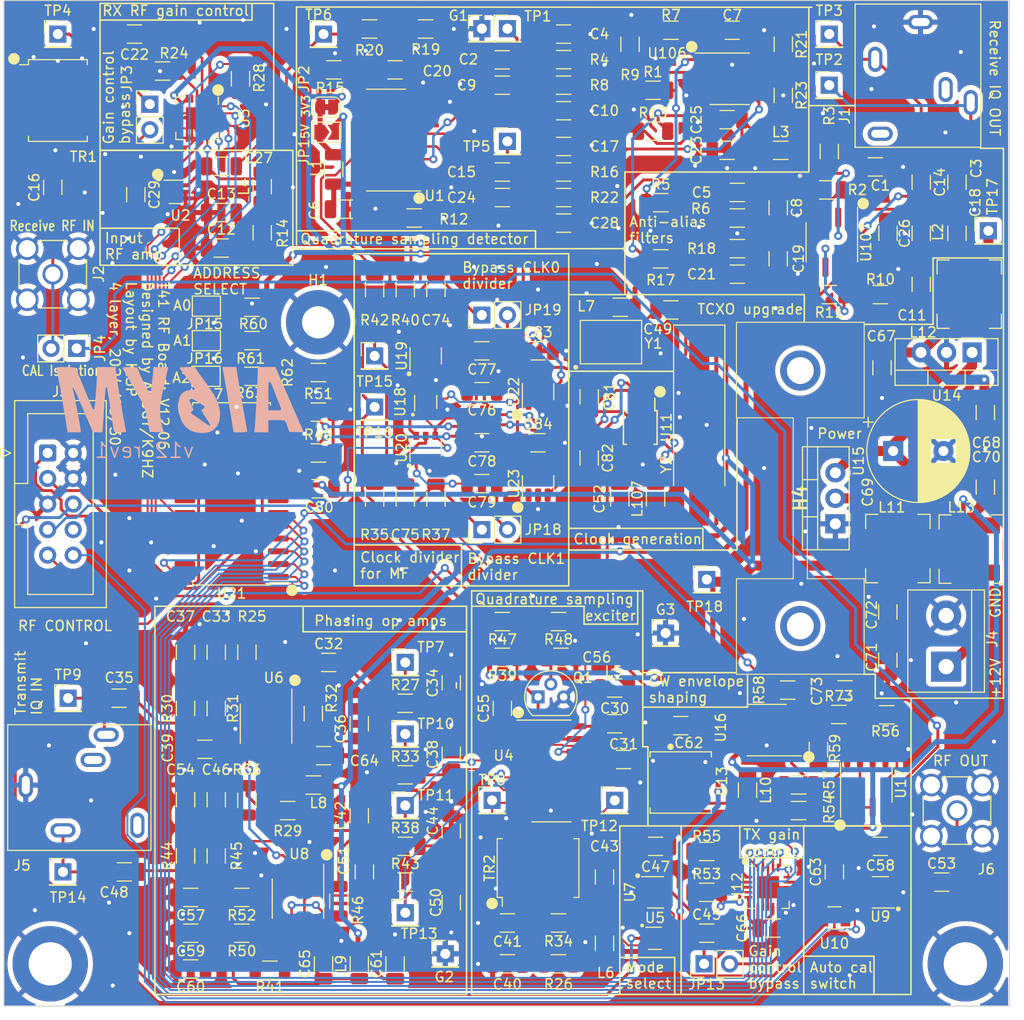
<source format=kicad_pcb>
(kicad_pcb (version 20240108) (generator "pcbnew") (generator_version "8.0")
  (layers (0 "F.Cu" signal) (1 "In1.Cu" signal) (2 "In2.Cu" signal) (31 "B.Cu" signal) (34 "B.Paste" user) (35 "F.Paste" user) (36 "B.SilkS" user "B.Silkscreen") (37 "F.SilkS" user "F.Silkscreen") (38 "B.Mask" user) (39 "F.Mask" user) (44 "Edge.Cuts" user))
  (net 0 "")
  (net 1 "GND")
  (net 2 "+12V")
  (net 3 "+5V")
  (net 4 "Net-(C1-Pad2)")
  (net 5 "+3V3")
  (net 6 "Net-(C2-Pad1)")
  (net 7 "Net-(U1-1B1)")
  (net 8 "/Q_out")
  (net 9 "Net-(C3-Pad2)")
  (net 10 "Net-(C5-Pad2)")
  (net 11 "Net-(U106C-V+)")
  (net 12 "Net-(U107A-+)")
  (net 13 "/RXTX")
  (net 14 "/CW on{slash}off")
  (net 15 "/Cal")
  (net 16 "Net-(C10-Pad2)")
  (net 17 "Net-(U1-1B4)")
  (net 18 "Net-(C11-Pad2)")
  (net 19 "/I_out")
  (net 20 "Net-(C14-Pad2)")
  (net 21 "Net-(C15-Pad1)")
  (net 22 "Net-(U1-1B2)")
  (net 23 "/RFIN")
  (net 24 "Net-(C16-Pad2)")
  (net 25 "Net-(U107B-+)")
  (net 26 "Net-(C20-Pad2)")
  (net 27 "Net-(C21-Pad2)")
  (net 28 "Net-(C22-Pad1)")
  (net 29 "Net-(U1-1A)")
  (net 30 "Net-(C24-Pad1)")
  (net 31 "Net-(U1-1B3)")
  (net 32 "Net-(U107C-V+)")
  (net 33 "Net-(U2-OUT)")
  (net 34 "Net-(JP3-A)")
  (net 35 "Net-(U3-RF2)")
  (net 36 "Net-(JP3-B)")
  (net 37 "Net-(U4-VCC)")
  (net 38 "/ExciterEnable")
  (net 39 "Net-(C32-Pad1)")
  (net 40 "Net-(C32-Pad2)")
  (net 41 "Net-(U6A--)")
  (net 42 "Net-(Q1-G)")
  (net 43 "Net-(U4-1B4)")
  (net 44 "Net-(C35-Pad1)")
  (net 45 "Net-(C35-Pad2)")
  (net 46 "Net-(C36-Pad1)")
  (net 47 "Net-(C36-Pad2)")
  (net 48 "Net-(C37-Pad1)")
  (net 49 "Net-(U4-1B1)")
  (net 50 "Net-(U6A-+)")
  (net 51 "Net-(C40-Pad2)")
  (net 52 "Net-(C42-Pad1)")
  (net 53 "Net-(C42-Pad2)")
  (net 54 "Net-(C43-Pad1)")
  (net 55 "Net-(U7-RF1)")
  (net 56 "Net-(U4-1B3)")
  (net 57 "Net-(U12-RF1)")
  (net 58 "Net-(JP13-A)")
  (net 59 "Net-(U8A--)")
  (net 60 "Net-(U13-OUT)")
  (net 61 "Net-(U7-RF2)")
  (net 62 "Net-(C48-Pad1)")
  (net 63 "Net-(C48-Pad2)")
  (net 64 "Net-(U11-XA)")
  (net 65 "Net-(Y1-OUT)")
  (net 66 "Net-(U4-1B2)")
  (net 67 "Net-(C51-Pad1)")
  (net 68 "Net-(C51-Pad2)")
  (net 69 "Net-(U11-VDD)")
  (net 70 "Net-(U9-RF1)")
  (net 71 "Net-(J6-In)")
  (net 72 "Net-(C54-Pad1)")
  (net 73 "Net-(U9-RF2)")
  (net 74 "Net-(U13-IN)")
  (net 75 "Net-(U11-CLK2)")
  (net 76 "Net-(JP13-B)")
  (net 77 "Net-(U9-RFC)")
  (net 78 "Net-(U6C-V+)")
  (net 79 "Net-(U8C-V+)")
  (net 80 "Net-(U14-VO)")
  (net 81 "Net-(U15-VO)")
  (net 82 "Net-(U16A-+)")
  (net 83 "Net-(U19-RFC)")
  (net 84 "Net-(JP19-A)")
  (net 85 "Net-(U20-RFC)")
  (net 86 "Net-(JP18-A)")
  (net 87 "Net-(U22-OUT)")
  (net 88 "Net-(U19-RF2)")
  (net 89 "Net-(JP19-B)")
  (net 90 "Net-(U19-RF1)")
  (net 91 "Net-(U23-OUT)")
  (net 92 "Net-(U20-RF2)")
  (net 93 "Net-(JP18-B)")
  (net 94 "Net-(U20-RF1)")
  (net 95 "Net-(U22-IN)")
  (net 96 "Net-(U23-IN)")
  (net 99 "/SCL")
  (net 100 "/SDA")
  (net 101 "/X Mode")
  (net 105 "Net-(U1-VCC)")
  (net 106 "Net-(L4-Pad1)")
  (net 107 "Net-(L6-Pad2)")
  (net 108 "Net-(Y1-VDD)")
  (net 109 "Net-(L10-Pad1)")
  (net 110 "Net-(U106A--)")
  (net 111 "Net-(R1-Pad2)")
  (net 112 "Net-(U107A--)")
  (net 113 "Net-(U106A-+)")
  (net 114 "Net-(U107B--)")
  (net 115 "Net-(U1-1~{OE})")
  (net 116 "Net-(U106B--)")
  (net 117 "Net-(R13-Pad2)")
  (net 118 "Net-(U106B-+)")
  (net 119 "Net-(U3-Data)")
  (net 120 "Net-(U3-C16)")
  (net 121 "/RC16")
  (net 122 "Net-(U6B--)")
  (net 123 "Net-(U4-S1)")
  (net 124 "Net-(U4-S0)")
  (net 125 "Net-(U1-S1)")
  (net 126 "Net-(U8B--)")
  (net 127 "Net-(U1-S0)")
  (net 128 "Net-(U12-Data)")
  (net 129 "Net-(R54-Pad2)")
  (net 130 "Net-(U12-C16)")
  (net 131 "/TC16")
  (net 132 "Net-(U17-ADJ)")
  (net 133 "Net-(U16A--)")
  (net 134 "Net-(U21-~{RESET})")
  (net 135 "Net-(U4-1A)")
  (net 136 "Net-(U4-2A)")
  (net 138 "/RC8")
  (net 139 "/RC4")
  (net 140 "/RC2")
  (net 141 "/RC1")
  (net 142 "/RC0.5")
  (net 143 "Net-(U7-V2)")
  (net 144 "Net-(U9-V1)")
  (net 145 "Net-(U11-XB)")
  (net 147 "/TC8")
  (net 148 "/TC4")
  (net 149 "/TC2")
  (net 150 "/TC1")
  (net 151 "/TC0.5")
  (net 152 "/MF{slash}HF")
  (net 153 "Net-(U19-V1)")
  (net 161 "Net-(J4-Pin_1)")
  (net 163 "Net-(JP15-B)")
  (net 164 "Net-(JP16-B)")
  (net 165 "Net-(JP17-B)")
  (net 166 "Net-(JP1-A)")
  (net 171 "Net-(J2-In)")
  (footprint "Capacitor_SMD:C_1206_3216Metric" (layer "F.Cu") (at 82.296 115.824)
    (property "Reference" "C32")
    (property "Value" "10uF 50V")
  )
  (footprint "Resistor_SMD:R_1206_3216Metric" (layer "F.Cu") (at 78.232 130.556)
    (property "Reference" "R29")
    (property "Value" "10k 1%")
  )
  (footprint "Capacitor_SMD:C_1206_3216Metric" (layer "F.Cu") (at 97.536 88.9 180)
    (property "Reference" "C76")
    (property "Value" "100pF")
  )
  (footprint "Capacitor_SMD:C_1206_3216Metric" (layer "F.Cu") (at 89.916 99.568 -90)
    (property "Reference" "C75")
    (property "Value" "0.1uF 50V")
  )
  (footprint "Capacitor_SMD:C_1206_3216Metric" (layer "F.Cu") (at 94.488 132.588 90)
    (property "Reference" "C44")
    (property "Value" "0.2uF 50V")
  )
  (footprint "Capacitor_SMD:C_1206_3216Metric" (layer "F.Cu") (at 94.488 117.856 90)
    (property "Reference" "C34")
    (property "Value" "0.2uF 50V")
  )
  (footprint "Resistor_SMD:R_1206_3216Metric" (layer "F.Cu") (at 132.08 79.248 180)
    (property "Reference" "R11")
    (property "Value" "5k1")
  )
  (footprint "Capacitor_SMD:C_1206_3216Metric" (layer "F.Cu") (at 69.977 124.46 180)
    (property "Reference" "C39")
    (property "Value" "10uF 50V")
  )
  (footprint "Connector_IDC:IDC-Header_2x05_P2.54mm_Vertical" (layer "F.Cu") (at 54.356 94.996)
    (property "Reference" "J3")
    (property "Value" "RFControl")
  )
  (footprint "Connector_PinHeader_2.54mm:PinHeader_1x01_P2.54mm_Vertical" (layer "F.Cu") (at 89.916 130.048)
    (property "Reference" "TP11")
    (property "Value" "TestPoint")
  )
  (footprint "Resistor_SMD:R_1206_3216Metric" (layer "F.Cu") (at 127.254 64.897)
    (property "Reference" "L3")
    (property "Value" "FB")
  )
  (footprint "Package_SO:SOIC-8_3.9x4.9mm_P1.27mm" (layer "F.Cu") (at 122.174 57.785)
    (property "Reference" "U106")
    (property "Value" "MC33078")
  )
  (footprint "Resistor_SMD:R_1206_3216Metric" (layer "F.Cu") (at 86.36 52.832 180)
    (property "Reference" "R20")
    (property "Value" "10k")
  )
  (footprint "Capacitor_SMD:C_1206_3216Metric" (layer "F.Cu") (at 141.224 78.232 -90)
    (property "Reference" "C11")
    (property "Value" "10uF 50V")
  )
  (footprint "Resistor_SMD:R_1206_3216Metric" (layer "F.Cu") (at 110.744 118.364 180)
    (property "Reference" "L5")
    (property "Value" "FB")
  )
  (footprint "Capacitor_SMD:C_1206_3216Metric" (layer "F.Cu") (at 71.12 114.808 -90)
    (property "Reference" "C33")
    (property "Value" "2.2nF 50V")
  )
  (footprint "Resistor_SMD:R_1206_3216Metric" (layer "F.Cu") (at 76.454 146.431)
    (property "Reference" "R41")
    (property "Value" "10k 1%")
  )
  (footprint "Capacitor_SMD:C_1206_3216Metric" (layer "F.Cu") (at 103.124 93.98)
    (property "Reference" "C84")
    (property "Value" "0.1uF 50V")
  )
  (footprint "T41:EAT22038E" (layer "F.Cu") (at 129.2 112.2 90)
    (property "Reference" "H4")
    (property "Value" "EA-T220-38E" (hide yes))
  )
  (footprint "Capacitor_SMD:C_1206_3216Metric" (layer "F.Cu") (at 141.224 68.072 -90)
    (property "Reference" "C14")
    (property "Value" "10uF 50V")
  )
  (footprint "Capacitor_SMD:C_1206_3216Metric" (layer "F.Cu") (at 144.78 73.152 90)
    (property "Reference" "C18")
    (property "Value" "0.1uF 50V")
  )
  (footprint "Resistor_SMD:R_1206_3216Metric" (layer "F.Cu") (at 127.9545 118.575 180)
    (property "Reference" "R58")
    (property "Value" "51k")
  )
  (footprint "Capacitor_SMD:C_1206_3216Metric" (layer "F.Cu") (at 81.788 145.796 90)
    (property "Reference" "C65")
    (property "Value" "0.1uF 50V")
  )
  (footprint "Resistor_SMD:R_1206_3216Metric" (layer "F.Cu") (at 75.692 73.0905 90)
    (property "Reference" "R14")
    (property "Value" "36R5")
  )
  (footprint "Capacitor_SMD:C_1206_3216Metric" (layer "F.Cu") (at 111.633 125.476)
    (property "Reference" "C31")
    (property "Value" "0.1uF 50V")
  )
  (footprint "Resistor_SMD:R_1206_3216Metric" (layer "F.Cu") (at 81.28 94.996)
    (property "Reference" "R49")
    (property "Value" "2k2")
  )
  (footprint "Connector_Coaxial:SMA_Amphenol_901-144_Vertical" (layer "F.Cu") (at 144.78 130.556 180)
    (property "Reference" "J6")
    (property "Value" "RF_OUT")
  )
  (footprint "Capacitor_SMD:C_1206_3216Metric" (layer "F.Cu") (at 137.325 86.525 -90)
    (property "Reference" "C67")
    (property "Value" "10uF 50V")
  )
  (footprint "Capacitor_SMD:C_1206_3216Metric" (layer "F.Cu") (at 71.628 71.0875)
    (property "Reference" "C13")
    (property "Value" "0.1uF 50V")
  )
  (footprint "Resistor_SMD:R_1206_3216Metric" (layer "F.Cu") (at 105.156 145.796)
    (property "Reference" "R26")
    (property "Value" "2k2")
  )
  (footprint "Connector_PinHeader_2.54mm:PinHeader_1x02_P2.54mm_Vertical" (layer "F.Cu") (at 97.536 102.616 90)
    (property "Reference" "JP18")
    (property "Value" "PrescalarBypass")
  )
  (footprint "Capacitor_SMD:C_1206_3216Metric" (layer "F.Cu") (at 100.076 141.732 180)
    (property "Reference" "C41")
    (property "Value" "10uF 50V")
  )
  (footprint "Resistor_SMD:R_1206_3216Metric" (layer "F.Cu") (at 99.568 111.76 180)
    (property "Reference" "R47")
    (property "Value" "10k")
  )
  (footprint "Capacitor_SMD:C_1206_3216Metric" (layer "F.Cu") (at 97.536 98.044 180)
    (property "Reference" "C79")
    (property "Value" "0.1uF 50V")
  )
  (footprint "Connector_PinHeader_2.54mm:PinHeader_1x01_P2.54mm_Vertical" (layer "F.Cu") (at 97.536 52.8)
    (property "Reference" "G1")
    (property "Value" "TestPoint")
  )
  (footprint "MountingHole:MountingHole_3.2mm_M3_Pad" (layer "F.Cu") (at 81.25 82)
    (property "Reference" "H1")
    (property "Value" "~")
  )
  (footprint "Package_SO:SOIC-8_3.9x4.9mm_P1.27mm" (layer "F.Cu") (at 125.857 122.555 180)
    (property "Reference" "U16")
    (property "Value" "LM358B")
  )
  (footprint "Capacitor_SMD:C_1206_3216Metric" (layer "F.Cu") (at 143.256 137.668)
    (property "Reference" "C53")
    (property "Value" "0.1uF 50V")
  )
  (footprint "Resistor_SMD:R_1206_3216Metric" (layer "F.Cu") (at 114.554 62.992)
    (property "Reference" "R13")
    (property "Value" "2k")
  )
  (footprint "Capacitor_SMD:C_1206_3216Metric" (layer "F.Cu") (at 88.9 56.896 180)
    (property "Reference" "C20")
    (property "Value" "0.1uF 50V")
  )
  (footprint "Resistor_SMD:R_1206_3216Metric" (layer "F.Cu") (at 105.156 111.76)
    (property "Reference" "R48")
    (property "Value" "100k")
  )
  (footprint "T41_Library:Jack_3.5mm_STX-3081_Horizontal" (layer "F.Cu") (at 141.15 52.15 180)
    (property "Reference" "J1")
    (property "Value" "IQ_Out")
  )
  (footprint "Capacitor_SMD:C_1206_3216Metric" (layer "F.Cu") (at 127 75.692 90)
    (property "Reference" "C19")
    (property "Value" "180pF 50V")
  )
  (footprint "Resistor_SMD:R_1206_3216Metric" (layer "F.Cu") (at 119.888 138.684)
    (property "Reference" "R53")
    (property "Value" "10k")
  )
  (footprint "MountingHole:MountingHole_4.3mm_M4_DIN965_Pad" (layer "F.Cu") (at 145.61 145.796)
    (property "Reference" "H6" (hide yes))
    (property "Value" "~" (hide yes))
  )
  (footprint "Resistor_SMD:R_1206_3216Metric" (layer "F.Cu") (at 80.772 128.016)
    (property "Reference" "L8")
    (property "Value" "FB")
  )
  (footprint "Capacitor_SMD:C_1206_3216Metric" (layer "F.Cu") (at 121.92 64.897)
    (property "Reference" "C23")
    (property "Value" "0.1uF 50V")
  )
  (footprint "MountingHole:MountingHole_4.3mm_M4_DIN965_Pad" (layer "F.Cu") (at 54.61 145.796)
    (property "Reference" "H5" (hide yes))
    (property "Value" "~")
  )
  (footprint "Capacitor_SMD:C_1206_3216Metric" (layer "F.Cu") (at 105.41 115.316 180)
    (property "Reference" "C56")
    (property "Value" "0.1uF 50V")
  )
  (footprint "Resistor_SMD:R_1206_3216Metric" (layer "F.Cu") (at 99.568 115.316 180)
    (property "Reference" "R39")
    (property "Value" "10k")
  )
  (footprint "Capacitor_SMD:C_1206_3216Metric" (layer "F.Cu") (at 105.664 53.34 180)
    (property "Reference" "C4")
    (property "Value" "10nF 50V")
  )
  (footprint "Capacitor_SMD:C_1206_3216Metric" (layer "F.Cu") (at 144.78 68.072 -90)
    (property "Reference" "C3")
    (property "Value" "10uF 50V")
  )
  (footprint "Capacitor_SMD:C_1206_3216Metric" (layer "F.Cu") (at 68.58 139.192 180)
    (property "Reference" "C57")
    (property "Value" "10uF 50V")
  )
  (footprint "Resistor_SMD:R_1206_3216Metric" (layer "F.Cu") (at 89.916 127)
    (property "Reference" "R33")
    (property "Value" "49R9 1%")
  )
  (footprint "Capacitor_SMD:C_1206_3216Metric" (layer "F.Cu") (at 68.072 114.808 90)
    (property "Reference" "C37")
    (property "Value" "10nF 50V")
  )
  (footprint "Connector_PinHeader_2.54mm:PinHeader_1x02_P2.54mm_Vertical" (layer "F.Cu") (at 119.629 145.796 90)
    (property "Reference" "JP13")
    (property "Value" "AttenuatorBypass")
  )
  (footprint "Resistor_SMD:R_1206_3216Metric" (layer "F.Cu") (at 122.936 74.676)
    (property "Reference" "R18")
    (property "Value" "5k1")
  )
  (footprint "Resistor_SMD:R_1206_3216Metric" (layer "F.Cu") (at 109.728 143.764 -90)
    (property "Reference" "L6")
    (property "Value" "FB")
  )
  (footprint "Package_TO_SOT_SMD:SOT-23-6" (layer "F.Cu") (at 103.124 98.044 90)
    (property "Reference" "U23")
    (property "Value" "HMC434E")
  )
  (footprint "Resistor_SMD:R_1206_3216Metric" (layer "F.Cu") (at 131.826 68.834)
    (property "Reference" "R2")
    (property "Value" "5k1")
  )
  (footprint "Capacitor_SMD:C_1206_3216Metric" (layer "F.Cu") (at 68.072 129.4785 90)
    (property "Reference" "C54")
    (property "Value" "10nF 50V")
  )
  (footprint "Resistor_SMD:R_1206_3216Metric" (layer "F.Cu") (at 83.312 139.573 -90)
    (property "Reference" "R46")
    (property "Value" "10k 1%")
  )
  (footprint "Capacitor_SMD:C_1206_3216Metric" (layer "F.Cu") (at 137.9 115.6 -90)
    (property "Reference" "C71")
    (property "Value" "10uF 50V")
  )
  (footprint "Capacitor_SMD:C_1206_3216Metric" (layer "F.Cu") (at 122.936 69.088 180)
    (property "Reference" "C5")
    (property "Value" "105pF 50V")
  )
  (footprint "Package_SO:SOIC-8_3.9x4.9mm_P1.27mm" (layer "F.Cu") (at 76.073 121.92 -90)
    (property "Reference" "U6")
    (property "Value" "MC33078")
  )
  (footprint "Resistor_SMD:R_1206_3216Metric" (layer "F.Cu") (at 80.772 120.904 -90)
    (property "Reference" "R32")
    (property "Value" "10k 1%")
  )
  (footprint "T41_Library:PE4312-QFN-20" (layer "F.Cu") (at 125.984 138.176)
    (property "Reference" "U12")
    (property "Value" "PE4312")
  )
  (footprint "Resistor_SMD:R_1206_3216Metric" (layer "F.Cu") (at 119.888 134.62 180)
    (property "Reference" "R55")
    (property "Value" "10k")
  )
  (footprint "Resistor_SMD:R_1206_3216Metric" (layer "F.Cu") (at 81.28 90.932)
    (property "Reference" "R51")
    (property "Value" "2k2")
  )
  (footprint "Resistor_SMD:R_1206_3216Metric" (layer "F.Cu") (at 74.168 114.808 90)
    (property "Reference" "R25")
    (property "Value" "10k 1%")
  )
  (footprint "Resistor_SMD:R_1206_3216Metric" (layer "F.Cu") (at 74.676 87.376)
    (property "Reference" "R63")
    (property "Value" "2k2")
  )
  (footprint "Resistor_SMD:R_1206_3216Metric" (layer "F.Cu") (at 133.0375 121)
    (property "Reference" "R73")
    (property "Value" "100k")
  )
  (footprint "Resistor_SMD:R_1206_3216Metric" (layer "F.Cu") (at 91.948 52.832)
    (property "Reference" "R19")
    (property "Value" "500R")
  )
  (footprint "T41_Library:MASWSS0179-SOT-26" (layer "F.Cu") (at 91.948 85.344 90)
    (property "Reference" "U19")
    (property "Value" "MASWSS0179")
  )
  (footprint "Resistor_SMD:R_1206_3216Metric" (layer "F.Cu") (at 90.805 71.628)
    (property "Reference" "R12")
    (property "Value" "10k")
  )
  (footprint "T41_Library:Jack_3.5mm_STX-3081_Horizontal" (layer "F.Cu") (at 52.18 128.02 -90)
    (property "Reference" "J5")
    (property "Value" "IQ_In")
  )
  (footprint "Capacitor_SMD:C_1206_3216Metric" (layer "F.Cu") (at 99.55 55.9 180)
    (property "Reference" "C2")
    (property "Value" "1uF 50V")
  )
  (footprint "Resistor_SMD:R_1206_3216Metric" (layer "F.Cu") (at 85.344 145.796 90)
    (property "Reference" "L9")
    (property "Value" "FB")
  )
  (footprint "Capacitor_SMD:C_1206_3216Metric" (layer "F.Cu") (at 111.252 99.568 -90)
    (property "Reference" "C52")
    (property "Value" "0.1uF 50V")
  )
  (footprint "Capacitor_SMD:C_1206_3216Metric" (layer "F.Cu") (at 110.744 121.92 180)
    (property "Reference" "C30")
    (property "Value" "0.1uF 50V")
  )
  (footprint "Resistor_SMD:R_1206_3216Metric" (layer "F.Cu") (at 141.224 73.152 90)
    (property "Reference" "L2")
    (property "Value" "FB")
  )
  (footprint "Capacitor_SMD:C_1206_3216Metric" (layer "F.Cu") (at 137.9 110.8 90)
    (property "Reference" "C72")
    (property "Value" "0.1uF 50V")
  )
  (footprint "Resistor_SMD:R_1206_3216Metric" (layer "F.Cu") (at 137.795 121.031 180)
    (property "Reference" "R56")
    (property "Value" "1k8")
  )
  (footprint "Resistor_SMD:R_1206_3216Metric" (layer "F.Cu") (at 92.964 99.568 90)
    (property "Reference" "R37")
    (property "Value" "3k3")
  )
  (footprint "Package_SO:SOIC-28W_7.5x17.9mm_P1.27mm" (layer "F.Cu") (at 72.644 99.06 180)
    (property "Reference" "U21")
    (property "Value" "MCP23017_SO")
  )
  (footprint "Capacitor_SMD:C_1206_3216Metric" (layer "F.Cu") (at 109.728 137.16 90)
    (property "Reference" "C43")
    (property "Value" "0.1uF 50V")
  )
  (footprint "Capacitor_SMD:C_1206_3216Metric" (layer "F.Cu") (at 71.628 66.4865)
    (property "Reference" "C27")
    (property "Value" "0.1uF 50V")
  )
  (footprint "Capacitor_SMD:C_1206_3216Metric" (layer "F.Cu") (at 105.664 60.96 180)
    (property "Reference" "C10")
    (property "Value" "10nF 50V")
  )
  (footprint "Resistor_SMD:R_1206_3216Metric" (layer "F.Cu") (at 111.3 80.5)
    (property "Reference" "L7")
    (property "Value" "FB")
  )
  (footprint "Capacitor_SMD:C_1206_3216Metric" (layer "F.Cu") (at 147.6 98.4 90)
    (property "Reference" "C70")
    (property "Value" "0.1uF 50V")
  )
  (footprint "Connector_PinHeader_2.54mm:PinHeader_1x01_P2.54mm_Vertical" (layer "F.Cu") (at 81.788 53.34)
    (property "Reference" "TP6")
    (property "Value" "TestPoint")
  )
  (footprint "Resistor_SMD:R_1206_3216Metric" (layer "F.Cu") (at 122.936 71.628)
    (property "Reference" "R6")
    (property "Value" "5k1")
  )
  (footprint "Resistor_SMD:R_1206_3216Metric" (layer "F.Cu") (at 116.332 52.959 180)
    (property "Reference" "R7")
    (property "Value" "10k")
  )
  (footprint "Capacitor_SMD:C_1206_3216Metric" (layer "F.Cu") (at 105.664 64.516 180)
    (property "Reference" "C17")
    (property "Value" "10nF 50V")
  )
  (footprint "Resistor_SMD:R_1206_3216Metric" (layer "F.Cu") (at 81.28 86.995)
    (property "Reference" "R62")
    (property "Value" "2k2")
  )
  (footprint "Resistor_SMD:R_1206_3216Metric" (layer "F.Cu") (at 89.916 119.888)
    (property "Reference" "R27")
    (property "Value" "49R9 1%")
  )
  (footprint "Connector_PinHeader_2.54mm:PinHeader_1x02_P2.54mm_Vertical" (layer "F.Cu") (at 64.516 60.312)
    (property "Reference" "JP3")
    (property "Value" "AttenuatorBypass")
  )
  (footprint "Resistor_SMD:R_1206_3216Metric" (layer "F.Cu") (at 89.916 78.74 -90)
    (property "Reference" "R40")
    (property "Value" "0")
  )
  (footprint "T41_Library:SOT-SC70" (layer "F.Cu") (at 132.588 141.224 180)
    (property "Reference" "U10")
    (property "Value" "SN74LVC1G04DCK")
  )
  (footprint "Package_SO:SOIC-8_3.9x4.9mm_P1.27mm" (layer "F.Cu") (at 135.763 127.762 90)
    (property "Reference" "U17")
    (property "Value" "LM317L")
  )
  (footprint "Resistor_SMD:R_1206_3216Metric" (layer "F.Cu") (at 115.316 70.104)
    (property "Reference" "R5")
    (property "Value" "5k1")
  )
  (footprint "Capacitor_SMD:C_1206_3216Metric" (layer "F.Cu") (at 126.492 142.24 180)
    (property "Reference" "C66")
    (property "Value" "0.1uF 50V")
  )
  (footprint "Capacitor_SMD:C_1206_3216Metric" (layer "F.Cu") (at 99.568 58.42 180)
    (property "Reference" "C9")
    (property "Value" "1uF 50V")
  )
  (footprint "Package_SO:SOIC-8_3.9x4.9mm_P1.27mm" (layer "F.Cu") (at 132.334 74.041 -90)
    (property "Reference" "U107")
    (property "Value" "MC33078")
  )
  (footprint "RF_Mini-Circuits:Mini-Circuits_CD542_H2.84mm" (layer "F.Cu") (at 55.372 59.944)
    (property "Reference" "TR1")
    (property "Value" "ADT1-1")
  )
  (footprint "Connector_PinHeader_2.54mm:PinHeader_1x01_P2.54mm_Vertical" (layer "F.Cu") (at 119.9 107.575)
    (property "Reference" "TP18")
    (property "Value" "TestPoint")
  )
  (footprint "Capacitor_SMD:C_1206_3216Metric" (layer "F.Cu") (at 85.344 131.064 90)
    (property "Reference" "C42")
    (property "Value" "10uF 50V")
  )
  (footprint "Resistor_SMD:R_1206_3216Metric" (layer "F.Cu") (at 114.808 99.568 90)
    (property "Reference" "L107")
    (property "Value" "FB")
  )
  (footprint "Capacitor_SMD:C_1206_3216Metric" (layer "F.Cu") (at 99.568 67.056 180)
    (property "Reference" "C15")
    (property "Value" "1uF 50V")
  )
  (footprint "Capacitor_SMD:C_1206_3216Metric" (layer "F.Cu") (at 132.588 136.652 90)
    (property "Reference" "C63")
    (property "Value" "0.1uF 50V")
  )
  (footprint "Capacitor_SMD:C_1206_3216Metric" (layer "F.Cu") (at 71.628 74.6145)
    (property "Reference" "C12")
    (property "Value" "10uF 50V")
  )
  (footprint "Resistor_SMD:R_1206_3216Metric" (layer "F.Cu") (at 105.664 69.596)
    (property "Reference" "R22")
    (property "Value" "100R")
  )
  (footprint "Resistor_SMD:R_1206_3216Metric" (layer "F.Cu") (at 137.16 79.248 180)
    (property "Reference" "R10")
    (property "Value" "5k1")
  )
  (footprint "Package_TO_SOT_THT:TO-220-3_Vertical" (layer "F.Cu") (at 132.685 102.04 90)
    (property "Reference" "U15")
    (property "Value" "LM1117T-3.3")
  )
  (footprint "Capacitor_SMD:C_1206_3216Metric" (layer "F.Cu") (at 81.788 125.095)
    (property "Reference" "C64")
    (property "Value" "0.1uF 50V")
  )
  (footprint "Package_SO:SOIC-16_3.9x9.9mm_P1.27mm" (layer "F.Cu") (at 88.011 63.881 180)
    (property "Reference" "U1")
    (property "Value" "74CBTLV3253DR")
  )
  (footprint "Capacitor_SMD:C_1206_3216Metric" (layer "F.Cu") (at 117.31 122.108 180)
    (property "Reference" "C62")
    (property "Value" "0.1uF 50V")
  )
  (footprint "T41_Library:Mini-Circuits_WW107" (layer "F.Cu") (at 117.31 127.762 180)
    (property "Reference" "U13")
    (property "Value" "MAR-3SM+")
  )
  (footprint "Capacitor_SMD:C_1206_3216Metric" (layer "F.Cu") (at 105.664 72.136 180)
    (property "Reference" "C28")
    (property "Value" "10nF 50V")
  )
  (footprint "Capacitor_SMD:C_1206_3216Metric" (layer "F.Cu") (at 94.488 124.968 90)
    (property "Reference" "C38")
    (property "Value" "0.2uF 50V")
  )
  (footprint "Capacitor_SMD:C_1206_3216Metric" (layer "F.Cu") (at 88.9 145.796 90)
    (property "Reference" "C61")
    (property "Value" "0.1uF 50V")
  )
  (footprint "Capacitor_SMD:C_1206_3216Metric" (layer "F.Cu") (at 103.124 84.836)
    (property "Reference" "C83")
    (property "Value" "0.1uF 50V")
  )
  (footprint "Resistor_SMD:R_1206_3216Metric" (layer "F.Cu") (at 89.916 137.668)
    (property "Reference" "R43")
    (property "Value" "49R9 1%")
  )
  (footprint "Crystal:Crystal_SMD_HC49-SD_HandSoldering" (layer "F.Cu") (at 119.15 92.35 -90)
    (property "Reference" "Y2")
    (property "Value" "25MHz")
  )
  (footprint "Capacitor_SMD:C_1206_3216Metric" (layer "F.Cu") (at 92.964 78.74 90)
    (property "Reference" "C74")
    (property "Value" "0.1uF 50V")
  )
  (footprint "Connector_PinHeader_2.54mm:PinHeader_1x01_P2.54mm_Vertical" (layer "F.Cu") (at 100.076 64.008)
    (property "Reference" "TP5")
    (property "Value" "TestPoint")
  )
  (footprint "Resistor_SMD:R_1206_3216Metric" (layer "F.Cu") (at 86.868 78.74 -90)
    (property "Reference" "R42")
    (property "Value" "0")
  )
  (footprint "Capacitor_SMD:C_1206_3216Metric" (layer "F.Cu") (at 127 70.612 -90)
    (property "Reference" "C8")
    (property "Value" "180pF 50V")
  )
  (footprint "Connector_PinHeader_2.54mm:PinHeader_1x01_P2.54mm_Vertical" (layer "F.Cu") (at 55.372 53.34)
    (property "Reference" "TP4")
    (property "Value" "TestPoint")
  )
  (footprint "Connector_PinHeader_2.54mm:PinHeader_1x01_P2.54mm_Vertical" (layer "F.Cu") (at 86.868 85.344)
    (property "Reference" "TP15")
    (property "Value" "TestPoint")
  )
  (footprint "Resistor_SMD:R_1206_3216Metric" (layer "F.Cu") (at 74.676 83.82)
    (property "Reference" "R61")
    (property "Value" "2k2")
  )
  (footprint "Resistor_SMD:R_1206_3216Metric" (layer "F.Cu") (at 82.804 56.896)
    (property "Reference" "R15")
    (property "Value" "500R")
  )
  (footprint "Resistor_SMD:R_1206_3216Metric" (layer "F.Cu") (at 129.032 128)
    (property "Reference" "R57")
    (property "Value" "330R")
  )
  (footprint "Capacitor_SMD:C_1206_3216Metric" (layer "F.Cu") (at 97.536 84.836 180)
    (property "Reference" "C77")
    (property "Value" "0.1uF 50V")
  )
  (footprint "Resistor_SMD:R_1206_3216Metric" (layer "F.Cu") (at 75.692 68.5185 90)
    (property "Reference" "L4")
    (property "Value" "1.5uH")
  )
  (footprint "Resistor_SMD:R_1206_3216Metric" (layer "F.Cu") (at 73.66 139.192 180)
    (property "Reference" "R52")
    (property "Value" "2k2")
  )
  (footprint "Resistor_SMD:R_1206_3216Metric" (layer "F.Cu") (at 74.168 129.54 90)
    (property "Reference" "R36")
    (property "Value" "10k 1%")
  )
  (footprint "Resistor_SMD:R_1206_3216Metric" (layer "F.Cu") (at 82.8 66.8 -90)
    (property "Reference" "L1")
    (property "Value" "FB")
  )
  (footprint "Package_TO_SOT_THT:TO-92" (layer "F.Cu") (at 103.124 119.253)
    (property "Reference" "Q1")
    (property "Value" "BS170")
  )
  (footprint "Package_TO_SOT_SMD:SOT-23-6" (layer "F.Cu") (at 103.124 88.9 90)
    (property "Reference" "U22")
    (property "Value" "HMC434E")
  )
  (footprint "Capacitor_SMD:C_1206_3216Metric" (layer "F.Cu") (at 99.568 120.396 90)
    (property "Reference" "C55")
    (property "Value" "0.1uF 50V")
  )
  (footprint "Resistor_SMD:R_1206_3216Metric" (layer "F.Cu") (at 89.916 134.112)
    (property "Reference" "R38")
    (property "Value" "49R9 1%")
  )
  (footprint "Capacitor_SMD:C_1206_3216Metric" (layer "F.Cu") (at 85.344 121.92 90)
    (property "Reference" "C36")
    (property "Value" "10uF 50V")
  )
  (footprint "T41_Library:SOT-SC70" (layer "F.Cu") (at 91.948 89.916 90)
    (property "Reference" "U18")
    (property "Value" "SN74LVC1G04DCK")
  )
  (footprint "Connector_PinHeader_2.54mm:PinHeader_1x01_P2.54mm_Vertical" (layer "F.Cu") (at 89.916 140.716)
    (property "Reference" "TP13")
    (property "Value" "TestPoint")
  )
  (footprint "Resistor_SMD:R_1206_3216Metric" (layer "F.Cu") (at 129.032 130.556)
    (property "Reference" "R54")
    (property "Value" "100R")
  )
  (footprint "Resistor_SMD:R_1206_3216Metric" (layer "F.Cu") (at 73.66 142.748)
    (property "Reference" "R50")
    (property "Value" "2k2")
  )
  (footprint "Connector_PinHeader_2.54mm:PinHeader_1x01_P2.54mm_Vertical" (layer "F.Cu") (at 89.916 115.824)
    (property "Reference" "TP7")
    (property "Value" "TestPoint")
  )
  (footprint "RF_Mini-Circuits:Mini-Circuits_CD542_H2.84mm" (layer "F.Cu") (at 103.124 136.271 90)
    (property "Reference" "TR2")
    (property "Value" "ADT2-1T")
  )
  (footprint "Inductor_SMD:L_Bourns-SRN6028" (layer "F.Cu") (at 146 79.2 90)
    (property "Reference" "L12")
    (property "Value" "10uH 20%")
  )
  (footprint "Resistor_SMD:R_1206_3216Metric" (layer "F.Cu") (at 71.12 120.396 -90)
    (property "Reference" "R31")
    (property "Value" "2k2 1%")
  )
  (footprint "Resistor_SMD:R_1206_3216Metric" (layer "F.Cu") (at 114.554 58.928)
    (property "Reference" "R1")
    (property "Value" "2k")
  )
  (footprint "Connector_PinHeader_2.54mm:PinHeader_1x01_P2.54mm_Vertical" (layer "F.Cu") (at 100.076 52.8)
    (property "Reference" "TP1")
    (property "Value" "TestPoint")
  )
  (footprint "Package_TO_SOT_THT:TO-220-3_Vertical" (layer "F.Cu") (at 146.28 85 180)
    (property "Reference" "U14")
    (property "Value" "LM7805CT")
  )
  (footprint "Capacitor_SMD:C_1206_3216Metric" (layer "F.Cu") (at 116.332 80.772 180)
    (property "Reference" "C49")
    (property "Value" "0.1uF 50V")
  )
  (footprint "Package_SO:MSOP-10_3x3mm_P0.5mm" (layer "F.Cu") (at 113.284 92.456 -90)
    (property "Reference" "U11")
    (property "Value" "Si5351A-B-GT")
  )
  (footprint "Capacitor_SMD:C_1206_3216Metric" (layer "F.Cu") (at 61.976 136.652 180)
    (property "Reference" "C48")
    (property "Value" "10uF 50V")
  )
  (footprint "Connector_PinHeader_2.54mm:PinHeader_1x01_P2.54mm_Vertical" (layer "F.Cu") (at 132.08 53.34)
    (property "Reference" "TP3")
    (property "Value" "TestPoint")
  )
  (footprint "Connector_PinHeader_2.54mm:PinHeader_1x01_P2.54mm_Vertical" (layer "F.Cu") (at 132.08 58.42)
    (property "Reference" "TP2")
    (property "Value" "TestPoint")
  )
  (footprint "Resistor_SMD:R_1206_3216Metric" (layer "F.Cu") (at 68.072 120.396 90)
    (property "Reference" "R30")
    (property "Value" "10k")
  )
  (footprint "Connector_PinHeader_2.54mm:PinHeader_1x01_P2.54mm_Vertical" (layer "F.Cu") (at 147.9 72.9)
    (property "Reference" "TP17")
    (property "Value" "TestPoint")
  )
  (footprint "Resistor_SMD:R_1206_3216Metric" (layer "F.Cu") (at 105.156 141.732 180)
    (property "Reference" "R34")
    (property "Value" "2k2")
  )
  (footprint "Capacitor_SMD:C_1206_3216Metric" (layer "F.Cu") (at 85.852 136.652 90)
    (property "Reference" "C51")
    (property "Value" "10uF 50V")
  )
  (footprint "T41_Library:MASWSS0179-SOT-26" (layer "F.Cu") (at 91.948 94.488 90)
    (property "Reference" "U20")
    (property "Value" "MASWSS0179")
  )
  (footprint "Capacitor_SMD:C_1206_3216Metric" (layer "F.Cu") (at 122.936 77.216 180)
    (property "Reference" "C21")
    (property "Value" "105pF 50V")
  )
  (footprint "Capacitor_SMD:C_1206_3216Metric" (layer "F.Cu") (at 61.468 119.38 180)
    (property "Reference" "C35")
    (property "Value" "10uF 50V")
  )
  (footprint "Connector_PinHeader_2.54mm:PinHeader_1x01_P2.54mm_Vertical" (layer "F.Cu") (at 55.88 136.652)
    (property "Reference" "TP14")
    (property "Value" "TestPoint")
  )
  (footprint "Package_SO:SOIC-8_3.9x4.9mm_P1.27mm" (layer "F.Cu") (at 79.248 139.319 -90)
    (property "Reference" "U8")
    (property "Value" "MC33078")
  )
  (footprint "Capacitor_SMD:C_1206_3216Metric" (layer "F.Cu") (at 81.346 98.552 180)
    (property "Reference" "C80")
    (property "Value" "0.1uF 50V")
  )
  (footprint "Resistor_SMD:R_1206_3216Metric" (layer "F.Cu") (at 123.952 128.524 -90)
    (property "Reference" "L10")
    (property "Value" "1.5uH")
  )
  (footprint "TerminalBlock:TerminalBlock_bornier-2_P5.08mm" (layer "F.Cu") (at 143.7 116.24 90)
    (property "Reference" "J4")
    (property "Value" "12-13.8V")
  )
  (footprint "Resistor_SMD:R_1206_3216Metric" (layer "F.Cu") (at 131 124.5 90)
    (property "Reference" "R59")
    (property "Value" "1k2")
  )
  (footprint "Resistor_SMD:R_1206_3216Metric" (layer "F.Cu") (at 127.508 59.436 -90)
    (property "Reference" "R23")
    (property "Value" "10k")
  )
  (footprint "Capacitor_THT:CP_Radial_D10.0mm_P5.00mm" (layer "F.Cu") (at 138.432323 94.8)
    (property "Reference" "C69")
    (property "Value" "470uF 25V")
  )
  (footprint "Jumper:SolderJumper-2_P1.3mm_Open_TrianglePad1.0x1.5mm" (layer "F.Cu") (at 70.141 83.826)
    (property "Reference" "JP16")
    (property "Value" "SolderJumper_2_Open" (hide yes))
  )
  (footprint "Capacitor_SMD:C_1206_3216Metric" (layer "F.Cu") (at 147.6 90.975 -90)
    (property "Reference" "C68")
    (property "Value" "0.1uF 50V")
  )
  (footprint "Resistor_SMD:R_1206_3216Metric" (layer "F.Cu") (at 73.533 57.777 90)
    (property "Reference" "R28")
    (property "Value" "10k")
  )
  (footprint "Connector_PinHeader_2.54mm:PinHeader_1x01_P2.54mm_Vertical" (layer "F.Cu") (at 56.388 119.38)
    (property "Reference" "TP9")
    (property "Value" "TestPoint")
  )
  (footprint "Capacitor_SMD:C_1206_3216Metric" (layer "F.Cu") (at 62.992 53.34)
    (property "Reference" "C22")
    (property "Value" "0.1uF 50V")
  )
  (footprint "Jumper:SolderJumper-2_P1.3mm_Open_TrianglePad1.0x1.5mm" (layer "F.Cu") (at 70.104 87.376)
    (property "Reference" "JP17")
    (property "Value" "SolderJumper_2_Open" (hide yes))
  )
  (footprint "Jumper:SolderJumper-2_P1.3mm_Open_TrianglePad1.0x1.5mm" (layer "F.Cu") (at 82.1 63.1)
    (property "Reference" "JP1")
    (property "Value" "SolderJumper_2_Open")
  )
  (footprint "Capacitor_SMD:C_1206_3216Metric" (layer "F.Cu") (at 122.428 52.959 180)
    (property "Reference" "C7")
    (property "Value" "0.1uF 50V")
  )
  (footprint "Resistor_SMD:R_1206_3216Metric" (layer "F.Cu") (at 127.508 54.356 -90)
    (property "Reference" "R21")
    (property "Value" "10k")
  )
  (footprint "Resistor_SMD:R_1206_3216Metric" (layer "F.Cu") (at 86.868 99.568 90)
    (property "Reference" "R35")
    (property "Value" "3k3")
  )
  (footprint "Resistor_SMD:R_1206_3216Metric" (layer "F.Cu") (at 74.676 80.506)
    (property "Reference" "R60")
    (property "Value" "2k2")
  )
  (footprint "Capacitor_SMD:C_1206_3216Metric" (layer "F.Cu") (at 137.16 134.112)
    (property "Reference" "C58")
    (property "Value" "0.1uF 50V")
  )
  (footprint "Connector_PinHeader_2.54mm:PinHeader_1x01_P2.54mm_Vertical" (layer "F.Cu") (at 86.868 90.424)
    (property "Reference" "TP16")
    (property "Value" "TestPoint")
  )
  (footprint "Connector_PinHeader_2.54mm:PinHeader_1x02_P2.54mm_Vertical" (layer "F.Cu") (at 57.24 84.6 -90)
    (property "Reference" "JP4")
    (property "Value" "CAL isolation")
  )
  (footprint "Connector_PinHeader_2.54mm:PinHeader_1x01_P2.54mm_Vertical" (layer "F.Cu") (at 98.552 129.54)
    (property "Reference" "TP8")
    (property "Value" "TestPoint")
  )
  (footprint "Capacitor_SMD:C_1206_3216Metric" (layer "F.Cu") (at 137.922 73.152 90)
    (property "Reference" "C26")
    (property "Value" "0.1uF 50V")
  )
  (footprint "Capacitor_SMD:C_1206_3216Metric" (layer "F.Cu") (at 97.536 93.98 180)
    (property "Reference" "C78")
    (property "Value" "100pF")
  )
  (footprint "Resistor_SMD:R_1206_3216Metric" (layer "F.Cu") (at 132.08 65.024 -90)
    (property "Reference" "R3")
    (property "Value" "5k1")
  )
  (footprint "Inductor_SMD:L_Bourns-SRN6028" (layer "F.Cu") (at 138.9 104.5 90)
    (property "Reference" "L11")
    (property "Value" "10uH 20%")
  )
  (footprint "Package_TO_SOT_SMD:SOT-363_SC-70-6" (layer "F.Cu") (at 67.122 69.0265)
    (property "Reference" "U2")
    (property "Value" "PSA-8A+")
  )
  (footprint "Package_SO:SOIC-16_3.9x9.9mm_P1.27mm" (layer "F.Cu") (at 104.456 126.619)
    (property "Reference" "U4")
    (property "Value" "74CBTLV3253DR")
  )
  (footprint "Connector_PinHeader_2.54mm:PinHeader_1x02_P2.54mm_Vertical" (layer "F.Cu") (at 97.536 81.28 90)
    (property "Reference" "JP19")
    (property "Value" "PrescalarBypass")
  )
  (footprint "Connector_PinHeader_2.54mm:PinHeader_1x01_P2.54mm_Vertical" (layer "F.Cu") (at 89.916 122.936)
    (property "Reference" "TP10")
    (property "Value" "TestPoint")
  )
  (footprint "Jumper:SolderJumper-2_P1.3mm_Open_TrianglePad1.0x1.5mm" (layer "F.Cu") (at 70.141 80.391)
    (property "Reference" "JP15")
    (property "Value" "SolderJumper_2_Open" (hide yes))
  )
  (footprint "Connector_PinHeader_2.54mm:PinHeader_1x01_P2.54mm_Vertical" (layer "F.Cu") (at 110.744 129.54)
    (property "Reference" "TP12")
    (property "Value" "TestPoint")
  )
  (footprint "Resistor_SMD:R_1206_3216Metric" (layer "F.Cu") (at 105.664 55.88)
    (property "Reference" "R4")
    (property "Value" "100R")
  )
  (footprint "Capacitor_SMD:C_1206_3216Metric" (layer "F.Cu") (at 121.92 61.849 180)
    (property "Reference" "C25")
    (property "Value" "0.1uF 50V")
  )
  (footprint "Capacitor_SMD:C_1206_3216Metric" (layer "F.Cu") (at 54.864 68.58 90)
    (property "Reference" "C16")
    (property "Value" "0.1uF 50V")
  )
  (footprint "Capacitor_SMD:C_1206_3216Metric" (layer "F.Cu") (at 83.95 70.75 180)
    (property "Reference" "C6")
    (property "Value" "0.1uF 50V")
  )
  (footprint "Resistor_SMD:R_1206_3216Metric" (layer "F.Cu") (at 105.664 67.056)
    (property "Reference" "R16")
    (property "Value" "100R")
  )
  (footprint "Resistor_SMD:R_1206_3216Metric" (layer "F.Cu") (at 112.268 54.356 90)
    (property "Reference" "R9")
    (property "Value" "10k")
  )
  (footprint "Resistor_SMD:R_1206_3216Metric" (layer "F.Cu") (at 105.664 58.42)
    (property "Reference" "R8")
    (property "Value" "100R")
  )
  (footprint "Capacitor_SMD:C_1206_3216Metric" (layer "F.Cu") (at 68.58 142.748)
    (property "Reference" "C59")
    (property "Value" "0.1uF 50V")
  )
  (footprint "T41_Library:SOT-SC70" (layer "F.Cu") (at 114.742 143.256)
    (property "Reference" "U5")
    (property "Value" "SN74LVC1G04DCK")
  )
  (footprint "Capacitor_SMD:C_1206_3216Metric" (layer "F.Cu") (at 100.076 145.796)
    (property "Reference" "C40")
    (property "Value" "0.1uF 50V")
  )
  (footprint "Capacitor_SMD:C_1206_3216Metric" (layer "F.Cu") (at 133.65 118.55 180)
    (property "Reference" "C73")
    (property "Value" "0.1uF 50V")
  )
  (footprint "T41_Library:MASWSS0179-SOT-26" (layer "F.Cu") (at 114.808 138.684)
    (property "Reference" "U7")
    (property "Value" "MASWSS0179")
  )
  (footprint "Resistor_SMD:R_1206_3216Metric" (layer "F.Cu") (at 65.786 57.015)
    (property "Reference" "R24")
    (property "Value" "10k")
  )
  (footprint "Resistor_SMD:R_1206_3216Metric" (layer "F.Cu") (at 71.12 135.0665 90)
    (property "Reference" "R45")
    (property "Value" "2k2 1%")
  )
  (footprint "Capacitor_SMD:C_1206_3216Metric" (layer "F.Cu") (at 63.119 69.3095 -90)
    (property "Reference" "C29")
    (property "Value" "0.1uF 50V")
  )
  (footprint "Capacitor_SMD:C_1206_3216Metric" (layer "F.Cu") (at 108.204 89.408 90)
    (property "Reference" "C81")
    (property "Value" "100pF")
  )
  (footprint "Resistor_SMD:R_1206_3216Metric" (layer "F.Cu") (at 115.316 75.692)
    (property "Reference" "R17")
    (property "Value" "5k1")
  )
  (footprint "Connector_PinHeader_2.54mm:PinHeader_1x01_P2.54mm_Vertical" (layer "F.Cu") (at 93.9 144.8)
    (property "Reference" "G2")
    (property "Value" "TestPoint")
  )
  (footprint "Resistor_SMD:R_1206_3216Metric" (layer "F.Cu") (at 68.072 135.0665 90)
    (property "Reference" "R44")
    (property "Value" "10k")
  )
  (footprint "Capacitor_SMD:C_1206_3216Metric" (layer "F.Cu") (at 119.888 142.748)
    (property "Reference" "C45")
    (property "Value" "0.1uF 50V")
  )
  (footprint "T41_Library:PE4312-QFN-20" (layer "F.Cu") (at 69.211 61.718 -90)
    (property "Reference" "U3")
    (property "Value" "PE4312")
  )
  (footprint "Capacitor_SMD:C_1206_3216Metric" (layer "F.Cu") (at 99.568 69.596 180)
    (property "Reference" "C24")
    (property "Value" "1uF 50V")
  )
  (footprint "T41_Library:Oscillator_ECS_TXO53_S3" (layer "F.Cu") (at 110.370803 83.970803)
    (property "Reference" "Y1")
    (property "Value" "ECS-TX053-S3")
  )
  (footprint "Capacitor_SMD:C_1206_3216Metric" (layer "F.Cu") (at 71.12 129.4785 -90)
    (property "Reference" "C46")
    (property "Value" "2.2nF 50V")
  )
  (footprint "T41_Library:MASWSS0179-SOT-26" (layer "F.Cu") (at 137.16 138.684 180)
    (property "Reference" "U9")
    (property "Value" "MASWSS0179")
  )
  (footprint "Inductor_SMD:L_Bourns-SRN6028" (layer "F.Cu") (at 146.2 104.55 90)
    (property "Reference" "L13")
    (property "Value" "10uH 20%")
  )
  (footprint "Capacitor_SMD:C_1206_3216Metric" (layer "F.Cu") (at 94.488 139.7 -90)
    (property "Reference" "C50")
    (property "Value" "0.2uF 50V")
  )
  (footprint "Capacitor_SMD:C_1206_3216Metric" (layer "F.Cu") (at 136.652 66.548 180)
    (property "Reference" "C1")
    (property "Value" "10uF 50V")
  )
  (footprint "Jumper:SolderJumper-2_P1.3mm_Bridged_RoundedPad1.0x1.5mm" (layer "F.Cu") (at 82.1 60.6)
    (property "Reference" "JP2")
    (property "Value" "SolderJumper_2_Bridged")
  )
  (footprint "Capacitor_SMD:C_1206_3216Metric" (layer "F.Cu") (at 114.808 134.112 180)
    (property "Reference" "C47")
    (property "Value" "0.1uF 50V")
  )
  (footprint "Connector_PinHeader_2.54mm:PinHeader_1x01_P2.54mm_Vertical" (layer "F.Cu") (at 115.8 112.9)
    (property "Reference" "G3")
    (property "Value" "TestPoint")
  )
  (footprint "Capacitor_SMD:C_1206_3216Metric" (layer "F.Cu") (at 108.204 95.504 -90)
    (property "Reference" "C82")
    (property "Value" "100pF")
  )
  (footprint "Connector_Coaxial:SMA_Amphenol_901-144_Vertical" (layer "F.Cu") (at 54.864 77.216 90)
    (property "Reference" "J2")
    (property "Value" "RF_IN")
  )
  (footprint "Capacitor_SMD:C_1206_3216Metric" (layer "F.Cu") (at 68.58 146.304 180)
    (property "Reference" "C60")
    (property "Value" "10uF 50V")
  )
  (footprint "Library:silkscreen_logo_25mm" (layer "B.Cu") (at 67.538 89.614 180)
    (property "Reference" "G***" (hide yes))
    (property "Value" "LOGO" (hide yes))
  )
  (gr_rect (start 59.563 50.292) (end 76.835 64.897) (stroke (width 0.15)) (fill none) (layer "F.SilkS"))
  (gr_line (start 106.172 104.648) (end 122.9 104.648) (stroke (width 0.15)) (layer "F.SilkS"))
  (gr_line (start 94.996 117.856) (end 94.996 118.364) (stroke (width 0.15)) (layer "F.SilkS"))
  (gr_line (start 149.4 119.4) (end 149.4 75.6) (stroke (width 0.15)) (layer "F.SilkS"))
  (gr_line (start 113.03 112.014) (end 113.03 108.712) (stroke (width 0.15)) (layer "F.SilkS"))
  (gr_line (start 142.4 75.6) (end 149.4 75.6) (stroke (width 0.15)) (layer "F.SilkS"))
  (gr_line (start 96.012 110.236) (end 96.012 148.844) (stroke (width 0.15)) (layer "F.SilkS"))
  (gr_circle (center 115.25 88.9) (end 115.75 88.9) (stroke (width 0.15)) (fill solid) (layer "F.SilkS"))
  (gr_line (start 118.364 148.844) (end 129.54 148.844) (stroke (width 0.15)) (layer "F.SilkS"))
  (gr_line (start 111.76 74.676) (end 111.76 67.056) (stroke (width 0.15)) (layer "F.SilkS"))
  (gr_line (start 123.19 135.255) (end 129.54 135.255) (stroke (width 0.15)) (layer "F.SilkS"))
  (gr_line (start 136.652 117) (end 135.55 117) (stroke (width 0.15)) (layer "F.SilkS"))
  (gr_line (start 122.428 116.84) (end 122.8 116.85) (stroke (width 0.15)) (layer "F.SilkS"))
  (gr_line (start 74.676 51.943) (end 74.676 50.292) (stroke (width 0.15)) (layer "F.SilkS"))
  (gr_line (start 122.428 132.08) (end 138.684 132.08) (stroke (width 0.15)) (layer "F.SilkS"))
  (gr_line (start 96.52 110.236) (end 107.696 110.236) (stroke (width 0.15)) (layer "F.SilkS"))
  (gr_line (start 136.525 145.034) (end 136.525 148.844) (stroke (width 0.15)) (layer "F.SilkS"))
  (gr_line (start 142.4 82.2) (end 142.4 75.6) (stroke (width 0.15)) (layer "F.SilkS"))
  (gr_circle (center 71.3 58.9) (end 71.8 58.9) (stroke (width 0.15)) (fill solid) (layer "F.SilkS"))
  (gr_line (start 123.952 120.269) (end 123.95 117.075) (stroke (width 0.15)) (layer "F.SilkS"))
  (gr_line (start 106.172 86.868) (end 116.575 86.875) (stroke (width 0.15)) (layer "F.SilkS"))
  (gr_line (start 149.3 64.7) (end 147.1 64.7) (stroke (width 0.15)) (layer "F.SilkS"))
  (gr_line (start 59.563 51.943) (end 74.676 51.943) (stroke (width 0.15)) (layer "F.SilkS"))
  (gr_circle (center 98.55 139.8) (end 99.05 139.8) (stroke (width 0.15)) (fill solid) (layer "F.SilkS"))
  (gr_line (start 119.507 102.489) (end 119.507 104.648) (stroke (width 0.15)) (layer "F.SilkS"))
  (gr_line (start 79.1 74.7) (end 111.76 74.676) (stroke (width 0.15)) (layer "F.SilkS"))
  (gr_line (start 116.713 145.161) (end 116.713 148.844) (stroke (width 0.15)) (layer "F.SilkS"))
  (gr_circle (center 91.3 69.65) (end 91.8 69.65) (stroke (width 0.15)) (fill solid) (layer "F.SilkS"))
  (gr_circle (center 78.65 108.65) (end 79.15 108.65) (stroke (width 0.15)) (fill solid) (layer "F.SilkS"))
  (gr_line (start 79.1 72.9) (end 102.87 72.898) (stroke (width 0.15)) (layer "F.SilkS"))
  (gr_line (start 130.348 50.673) (end 79.1 50.65) (stroke (width 0.15)) (layer "F.SilkS"))
  (gr_line (start 117.348 132.08) (end 117.348 148.844) (stroke (width 0.15)) (layer "F.SilkS"))
  (gr_rect (start 59.563 64.897) (end 78.74 76.327) (stroke (width 0.15)) (fill none) (layer "F.SilkS"))
  (gr_line (start 130.048 67.056) (end 130.048 50.673) (stroke (width 0.15)) (layer "F.SilkS"))
  (gr_line (start 65.024 110.236) (end 96.012 110.236) (stroke (width 0.15)) (layer "F.SilkS"))
  (gr_line (start 149.4 75.6) (end 149.4 64.7) (stroke (width 0.15)) (layer "F.SilkS"))
  (gr_circle (center 118.4 54.6) (end 118.9 54.6) (stroke (width 0.15)) (fill solid) (layer "F.SilkS"))
  (gr_line (start 107.696 112.014) (end 113.03 112.014) (stroke (width 0.15)) (layer "F.SilkS"))
  (gr_line (start 123.19 132.08) (end 123.19 135.255) (stroke (width 0.15)) (layer "F.SilkS"))
  (gr_circle (center 65.4 67.65) (end 65.654 67.65) (stroke (width 0.15)) (fill solid) (layer "F.SilkS"))
  (gr_line (start 122.428 116.84) (end 113.538 116.84) (stroke (width 0.15)) (layer "F.SilkS"))
  (gr_line (start 130.048 60.452) (end 134.62 60.452) (stroke (width 0.15)) (layer "F.SilkS"))
  (gr_line (start 85.344 104.14) (end 84.836 104.14) (stroke (width 0.15)) (layer "F.SilkS"))
  (gr_line (start 136.652 119.38) (end 149.352 119.38) (stroke (width 0.15)) (layer "F.SilkS"))
  (gr_line (start 113.538 120.269) (end 123.952 120.269) (stroke (width 0.15)) (layer "F.SilkS"))
  (gr_line (start 59.563 72.644) (end 67.31 72.644) (stroke (width 0.15)) (layer "F.SilkS"))
  (gr_circle (center 78.95 117.6) (end 79.45 117.6) (stroke (width 0.15)) (fill solid) (layer "F.SilkS"))
  (gr_line (start 114.046 124.206) (end 114.046 132.08) (stroke (width 0.15)) (layer "F.SilkS"))
  (gr_circle (center 101.15 120.8) (end 101.65 120.8) (stroke (width 0.15)) (fill solid) (layer "F.SilkS"))
  (gr_circle (center 135.45 70.2) (end 135.95 70.2) (stroke (width 0.15)) (fill solid) (layer "F.SilkS"))
  (gr_line (start 135.6 82.2) (end 142.4 82.2) (stroke (width 0.15)) (layer "F.SilkS"))
  (gr_line (start 113.538 108.712) (end 96.52 108.712) (stroke (width 0.15)) (layer "F.SilkS"))
  (gr_circle (center 51 55.8) (end 51.5 55.8) (stroke (width 0.15)) (fill solid) (layer "F.SilkS"))
  (gr_line (start 129.54 145.034) (end 136.525 145.034) (stroke (width 0.15)) (layer "F.SilkS"))
  (gr_line (start 122.9 104.648) (end 122.9 91.625) (stroke (width 0.15)) (layer "F.SilkS"))
  (gr_line (start 65.024 110.236) (end 65.024 148.844) (stroke (width 0.15)) (layer "F.SilkS"))
  (gr_line (start 79.1 74.7) (end 79.1 50.65) (stroke (width 0.15)) (layer "F.SilkS"))
  (gr_line (start 96.52 108.712) (end 96.52 148.844) (stroke (width 0.15)) (layer "F.SilkS"))
  (gr_circle (center 101.1 100.4) (end 101.6 100.4) (stroke (width 0.15)) (fill solid) (layer "F.SilkS"))
  (gr_line (start 96.52 148.844) (end 111.252 148.844) (stroke (width 0.15)) (layer "F.SilkS"))
  (gr_line (start 111.76 67.056) (end 130.048 67.056) (stroke (width 0.15)) (layer "F.SilkS"))
  (gr_line (start 129.54 79.248) (end 106.172 79.248) (stroke (width 0.15)) (layer "F.SilkS"))
  (gr_line (start 79.756 112.776) (end 96.012 112.776) (stroke (width 0.15)) (layer "F.SilkS"))
  (gr_line (start 111.252 145.161) (end 116.713 145.161) (stroke (width 0.15)) (layer "F.SilkS"))
  (gr_line (start 107.696 110.236) (end 107.696 112.014) (stroke (width 0.15)) (layer "F.SilkS"))
  (gr_rect (start 129.54 132.08) (end 140.208 148.844) (stroke (width 0.15)) (fill none) (layer "F.SilkS"))
  (gr_line (start 129.6 81.925) (end 129.6 79.248) (stroke (width 0.15)) (layer "F.SilkS"))
  (gr_line (start 95.504 104.14) (end 95.504 108.204) (stroke (width 0.15)) (layer "F.SilkS"))
  (gr_line (start 113.538 108.712) (end 113.538 124.206) (stroke (width 0.15)) (layer "F.SilkS"))
  (gr_line (start 136.652 117) (end 136.652 119.38) (stroke (width 0.15)) (layer "F.SilkS"))
  (gr_line (start 111.76 79.248) (end 111.76 74.676) (stroke (width 0.15)) (layer "F.SilkS"))
  (gr_circle (center 65.3 67.3) (end 65.8 67.3) (stroke (width 0.15)) (fill solid) (layer "F.SilkS"))
  (gr_circle (center 133.15 132) (end 133.65 132) (stroke (width 0.15)) (fill solid) (layer "F.SilkS"))
  (gr_line (start 79.756 110.236) (end 79.756 112.776) (stroke (width 0.15)) (layer "F.SilkS"))
  (gr_line (start 140.208 132.08) (end 140.208 119.38) (stroke (width 0.15)) (layer "F.SilkS"))
  (gr_line (start 118.364 132.08) (end 111.252 132.08) (stroke (width 0.15)) (layer "F.SilkS"))
  (gr_line (start 113.538 124.206) (end 114.046 124.206) (stroke (width 0.15)) (layer "F.SilkS"))
  (gr_circle (center 82.1 134.95) (end 82.6 134.95) (stroke (width 0.15)) (fill solid) (layer "F.SilkS"))
  (gr_line (start 85.344 104.14) (end 95.504 104.14) (stroke (width 0.15)) (layer "F.SilkS"))
  (gr_line (start 122.428 132.08) (end 118.364 132.08) (stroke (width 0.15)) (layer "F.SilkS"))
  (gr_line (start 96.012 148.844) (end 65.024 148.844) (stroke (width 0.15)) (layer "F.SilkS"))
  (gr_circle (center 101.05 91.2) (end 101.55 91.2) (stroke (width 0.15)) (fill solid) (layer "F.SilkS"))
  (gr_circle (center 130.048 125.222) (end 130.548 125.222) (stroke (width 0.15)) (fill solid) (layer "F.SilkS"))
  (gr_line (start 111.252 148.844) (end 118.364 148.844) (stroke (width 0.15)) (layer "F.SilkS"))
  (gr_line (start 111.252 132.08) (end 111.252 148.844) (stroke (width 0.15)) (layer "F.SilkS"))
  (gr_line (start 102.87 72.898) (end 102.87 74.676) (stroke (width 0.15)) (layer "F.SilkS"))
  (gr_line (start 67.437 76.2) (end 67.437 72.7075) (stroke (width 0.15)) (layer "F.SilkS"))
  (gr_circle (center 123.698 135.636) (end 123.952 135.636) (stroke (width 0.15)) (fill solid) (layer "F.SilkS"))
  (gr_line (start 106.172 102.489) (end 119.507 102.489) (stroke (width 0.15)) (layer "F.SilkS"))
  (gr_rect (start 84.836 75.184) (end 106.172 108.204) (stroke (width 0.15)) (fill none) (layer "F.SilkS"))
  (gr_rect (start 50 50) (end 150 150) (stroke (width 0.1)) (fill none) (layer "Edge.Cuts"))
  (gr_text "v12 rev1" (at 69.038 95.614 0) (layer "B.SilkS") (effects (font (size 1.5 1.5)) (justify left bottom mirror)))
  (gr_text "Power" (at 130.8 93.65 0) (layer "F.SilkS") (effects (font (size 1 1)) (justify left bottom)))
  (gr_text "RX RF gain control" (at 59.7 51.6 0) (layer "F.SilkS") (effects (font (size 1 1)) (justify left bottom)))
  (gr_text "+12V" (at 149.2 119.5 90) (layer "F.SilkS") (effects (font (size 1 1)) (justify left bottom)))
  (gr_text "Receive IQ OUT" (at 147.955 51.816 270) (layer "F.SilkS") (effects (font (size 1 1)) (justify left bottom)))
  (gr_text "3V3" (at 80.5 61.7 90) (layer "F.SilkS") (effects (font (size 0.8 0.8)) (justify left bottom)))
  (gr_text "Transmit\nIQ IN" (at 53.848 121.158 90) (layer "F.SilkS") (effects (font (size 1 1)) (justify left bottom)))
  (gr_text "exciter" (at 107.696 111.76 0) (layer "F.SilkS") (effects (font (size 1 1)) (justify left bottom)))
  (gr_text "T41 RF Board: V12.06\nDesigned by AC8GY/K9HZ\nLayout by KI3P\n4 layer, 2024/06/30" (at 60.452 77.851 270) (layer "F.SilkS") (effects (font (size 1 1)) (justify left bottom)))
  (gr_text "RF CONTROL" (at 51.308 112.776 0) (layer "F.SilkS") (effects (font (size 1 1)) (justify left bottom)))
  (gr_text "Receive RF IN" (at 54.8 73 0) (layer "F.SilkS") (effects (font (size 1 0.8)) (justify bottom)))
  (gr_text "Clock generation" (at 106.553 104.14 0) (layer "F.SilkS") (effects (font (size 1 1)) (justify left bottom)))
  (gr_text "TCXO upgrade" (at 118.872 81.28 0) (layer "F.SilkS") (effects (font (size 1 1)) (justify left bottom)))
  (gr_text "TX gain\ncontrol" (at 123.444 135.128 0) (layer "F.SilkS") (effects (font (size 1 1)) (justify left bottom)))
  (gr_text "A0" (at 66.75 80.9 0) (layer "F.SilkS") (effects (font (size 1 1)) (justify left bottom)))
  (gr_text "CW envelope\nshaping" (at 114.046 119.888 0) (layer "F.SilkS") (effects (font (size 1 1)) (justify left bottom)))
  (gr_text "Quadrature sampling detector" (at 79.4 74.3 0) (layer "F.SilkS") (effects (font (size 1 1)) (justify left bottom)))
  (gr_text "Clock divider\nfor MF" (at 85.344 107.569 0) (layer "F.SilkS") (effects (font (size 1 1)) (justify left bottom)))
  (gr_text "Auto cal\nswitch" (at 130.048 148.336 0) (layer "F.SilkS") (effects (font (size 1 1)) (justify left bottom)))
  (gr_text "Quadrature sampling" (at 96.774 110.109 0) (layer "F.SilkS") (effects (font (size 1 1)) (justify left bottom)))
  (gr_text "A1" (at 66.75 84.4 0) (layer "F.SilkS") (effects (font (size 1 1)) (justify left bottom)))
  (gr_text "ADDRESS\nSELECT" (at 68.741 79.3 0) (layer "F.SilkS") (effects (font (size 1 1)) (justify left bottom)))
  (gr_text "Bypass CLK0\ndivider" (at 95.504 78.74 0) (layer "F.SilkS") (effects (font (size 1 1)) (justify left bottom)))
  (gr_text "Phasing op amps" (at 80.772 112.268 0) (layer "F.SilkS") (effects (font (size 1 1)) (justify left bottom)))
  (gr_text "Input \nRF amp" (at 59.944 75.819 0) (layer "F.SilkS") (effects (font (size 1 1)) (justify left bottom)))
  (gr_text "RF OUT" (at 142.3 126.2 0) (layer "F.SilkS") (effects (font (size 1 1)) (justify left bottom)))
  (gr_text "Gain control\nbypass" (at 62.611 64.389 90) (layer "F.SilkS") (effects (font (size 1 1)) (justify left bottom)))
  (gr_text "GND" (at 149.2 111.5 90) (layer "F.SilkS") (effects (font (size 1 1)) (justify left bottom)))
  (gr_text "Mode\nselect" (at 111.76 148.336 0) (layer "F.SilkS") (effects (font (size 1 1)) (justify left bottom)))
  (gr_text "5V" (at 80.45 63.85 90) (layer "F.SilkS") (effects (font (size 0.8 0.8)) (justify left bottom)))
  (gr_text "Anti-alias\nfilters" (at 112.1 74.2 0) (layer "F.SilkS") (effects (font (size 1 1)) (justify left bottom)))
  (gr_text "Gain\ncontrol\nbypass" (at 123.952 148.336 0) (layer "F.SilkS") (effects (font (size 1 1)) (justify left bottom)))
  (gr_text "A2" (at 66.65 88.1 0) (layer "F.SilkS") (effects (font (size 1 1)) (justify left bottom)))
  (gr_text "Bypass CLK1\ndivider" (at 96.012 107.696 0) (layer "F.SilkS") (effects (font (size 1 1)) (justify left bottom)))
  (gr_text "CAL Isolation" (at 51.7 87.4 0) (layer "F.SilkS") (effects (font (size 1 0.8)) (justify left bottom)))
  (segment (start 67.261 62.718) (end 68.211 62.718) (width 0.2) (layer "F.Cu") (net 1))
  (segment (start 68.211 63.668) (end 68.211 62.718) (width 0.2) (layer "F.Cu") (net 1))
  (segment (start 127.762 140.716) (end 127.574 140.716) (width 0.2) (layer "F.Cu") (net 1))
  (segment (start 125.484 138.676) (end 125.984 138.176) (width 0.2) (layer "F.Cu") (net 1))
  (segment (start 134.381 140.574) (end 134.493 140.462) (width 0.2) (layer "F.Cu") (net 1))
  (segment (start 67.261 61.718) (end 69.211 61.718) (width 0.2) (layer "F.Cu") (net 1))
  (segment (start 77.294 95.885) (end 78.486 95.885) (width 0.2) (layer "F.Cu") (net 1))
  (segment (start 111.252 142.498) (end 111.55 142.2) (width 0.2) (layer "F.Cu") (net 1))
  (segment (start 127.934 139.176) (end 127.934 139.364) (width 0.2) (layer "F.Cu") (net 1))
  (segment (start 69.379 86.626) (end 70.407 85.598) (width 0.2) (layer "F.Cu") (net 1))
  (segment (start 127.934 138.176) (end 125.984 138.176) (width 0.2) (layer "F.Cu") (net 1))
  (segment (start 126.484 138.676) (end 125.984 138.176) (width 0.2) (layer "F.Cu") (net 1))
  (segment (start 68.711 62.218) (end 69.211 61.718) (width 0.2) (layer "F.Cu") (net 1))
  (segment (start 68.363 64.516) (end 66.675 64.516) (width 0.2) (layer "F.Cu") (net 1))
  (segment (start 69.211 63.668) (end 68.211 63.668) (width 0.2) (layer "F.Cu") (net 1))
  (segment (start 113.284 95.885) (end 113.538 96.139) (width 0.2) (layer "F.Cu") (net 1))
  (segment (start 113.742 143.956) (end 112.079 143.956) (width 0.2) (layer "F.Cu") (net 1))
  (segment (start 127.934 139.176) (end 126.984 139.176) (width 0.2) (layer "F.Cu") (net 1))
  (segment (start 69.211 63.668) (end 68.363 64.516) (width 0.2) (layer "F.Cu") (net 1))
  (segment (start 66.675 63.304) (end 66.675 64.516) (width 0.2) (layer "F.Cu") (net 1))
  (segment (start 111.252 143.129) (end 111.252 142.498) (width 0.2) (layer "F.Cu") (net 1))
  (segment (start 71.793047 61.718) (end 72.555047 62.48) (width 0.2) (layer "F.Cu") (net 1))
  (segment (start 92.837 87.884) (end 91.948 86.995) (width 0.2) (layer "F.Cu") (net 1))
  (segment (start 113.284 94.656) (end 113.284 95.885) (width 0.2) (layer "F.Cu") (net 1))
  (segment (start 70.407 85.598) (end 70.866 85.598) (width 0.2) (layer "F.Cu") (net 1))
  (segment (start 126.984 140.126) (end 126.984 139.176) (width 0.2) (layer "F.Cu") (net 1))
  (segment (start 68.072 69.0265) (end 68.072 69.6765) (width 0.293) (layer "F.Cu") (net 1))
  (segment (start 68.711 63.668) (end 68.711 62.218) (width 0.2) (layer "F.Cu") (net 1))
  (segment (start 71.161 61.718) (end 71.793047 61.718) (width 0.2) (layer "F.Cu") (net 1))
  (segment (start 126.984 139.176) (end 125.984 138.176) (width 0.2) (layer "F.Cu") (net 1))
  (segment (start 68.711 61.218) (end 69.211 61.718) (width 0.2) (layer "F.Cu") (net 1))
  (segment (start 127.934 139.364) (end 128.524 139.954) (width 0.2) (layer "F.Cu") (net 1))
  (segment (start 68.211 62.718) (end 69.211 61.718) (width 0.2) (layer "F.Cu") (net 1))
  (segment (start 125.984 136.226) (end 125.984 138.176) (width 0.2) (layer "F.Cu") (net 1))
  (segment (start 125.484 140.126) (end 125.484 138.676) (width 0.2) (layer "F.Cu") (net 1))
  (segment (start 93.919 90.866) (end 94.107 90.678) (width 0.2) (layer "F.Cu") (net 1))
  (segment (start 78.486 95.885) (end 79.375 96.774) (width 0.2) (layer "F.Cu") (net 1))
  (segment (start 91.948 86.995) (end 91.948 86.544) (width 0.2) (layer "F.Cu") (net 1))
  (segment (start 127.934 138.676) (end 126.484 138.676) (width 0.2) (layer "F.Cu") (net 1))
  (segment (start 69.211 63.668) (end 69.211 61.718) (width 0.2) (layer "F.Cu") (net 1))
  (segment (start 103.124 90.0375) (end 103.124 90.772994) (width 0.2) (layer "F.Cu") (net 1))
  (segment (start 67.261 62.718) (end 66.675 63.304) (width 0.2) (layer "F.Cu") (net 1))
  (segment (start 112.079 143.956) (end 111.252 143.129) (width 0.2) (layer "F.Cu") (net 1))
  (segment (start 113.792 143.906) (end 113.742 143.956) (width 0.2) (layer "F.Cu") (net 1))
  (segment (start 85.536 70.639) (end 85.425 70.75) (width 0.5) (layer "F.Cu") (net 1))
  (segment (start 103.124 90.772994) (end 103.554169 91.203163) (width 0.2) (layer "F.Cu") (net 1))
  (segment (start 67.261 61.218) (end 68.711 61.218) (width 0.2) (layer "F.Cu") (net 1))
  (segment (start 69.379 87.376) (end 69.379 86.626) (width 0.2) (layer "F.Cu") (net 1))
  (segment (start 72.555047 62.48) (end 73.783 62.48) (width 0.2) (layer "F.Cu") (net 1))
  (segment (start 71.161 61.718) (end 69.211 61.718) (width 0.2) (layer "F.Cu") (net 1))
  (segment (start 133.538 140.574) (end 134.381 140.574) (width 0.2) (layer "F.Cu") (net 1))
  (segment (start 125.984 140.126) (end 125.984 138.176) (width 0.2) (layer "F.Cu") (net 1))
  (segment (start 127.574 140.716) (end 126.984 140.126) (width 0.2) (layer "F.Cu") (net 1))
  (via (at 130.3 92.5) (size 0.8) (drill 0.4) (layers "F.Cu" "B.Cu") (net 1))
  (via (at 67.818 144.526) (size 0.8) (drill 0.4) (layers "F.Cu" "B.Cu") (net 1))
  (via (at 75.6 137) (size 0.8) (drill 0.4) (layers "F.Cu" "B.Cu") (net 1))
  (via (at 62.484 101.473) (size 0.8) (drill 0.4) (layers "F.Cu" "B.Cu") (net 1))
  (via (at 83.312 118.11) (size 0.8) (drill 0.4) (layers "F.Cu" "B.Cu") (net 1))
  (via (at 130.048 136.144) (size 0.8) (drill 0.4) (layers "F.Cu" "B.Cu") (net 1))
  (via (at 136 109.3) (size 0.8) (drill 0.4) (layers "F.Cu" "B.Cu") (net 1))
  (via (at 91.948 124.46) (size 0.8) (drill 0.4) (layers "F.Cu" "B.Cu") (net 1))
  (via (at 140.335 130.937) (size 0.8) (drill 0.4) (layers "F.Cu" "B.Cu") (net 1))
  (via (at 124.841 131.572) (size 0.8) (drill 0.4) (layers "F.Cu" "B.Cu") (net 1))
  (via (at 60.8 76.1) (size 0.8) (drill 0.4) (layers "F.Cu" "B.Cu") (net 1))
  (via (at 103.124 100.584) (size 0.8) (drill 0.4) (layers "F.Cu" "B.Cu") (net 1))
  (via (at 106.807 113.665) (size 0.8) (drill 0.4) (layers "F.Cu" "B.Cu") (net 1))
  (via (at 83.566 143.51) (size 0.8) (drill 0.4) (layers "F.Cu" "B.Cu") (net 1))
  (via (at 79.883 93.091) (size 0.8) (drill 0.4) (layers "F.Cu" "B.Cu") (net 1))
  (via (at 91.948 130.683) (size 0.8) (drill 0.4) (layers "F.Cu" "B.Cu") (net 1))
  (via (at 59.69 103.886) (size 0.8) (drill 0.4) (layers "F.Cu" "B.Cu") (net 1))
  (via (at 82.931 106.68) (size 0.8) (drill 0.4) (layers "F.Cu" "B.Cu") (net 1))
  (via (at 73.783 62.48) (size 0.8) (drill 0.4) (layers "F.Cu" "B.Cu") (net 1))
  (via (at 146.5 70.8) (size 0.8) (drill 0.4) (layers "F.Cu" "B.Cu") (net 1))
  (via (at 89.535 106.553) (size 0.8) (drill 0.4) (layers "F.Cu" "B.Cu") (net 1))
  (via (at 117.221 91.44) (size 0.8) (drill 0.4) (layers "F.Cu" "B.Cu") (net 1))
  (via (at 61.087 97.155) (size 0.8) (drill 0.4) (layers "F.Cu" "B.Cu") (net 1))
  (via (at 134.112 146.939) (size 0.8) (drill 0.4) (layers "F.Cu" "B.Cu") (net 1))
  (via (at 143.637 63.119) (size 0.8) (drill 0.4) (layers "F.Cu" "B.Cu") (net 1))
  (via (at 96.774 62.992) (size 0.8) (drill 0.4) (layers "F.Cu" "B.Cu") (net 1))
  (via (at 84.201 111.506) (size 0.8) (drill 0.4) (layers "F.Cu" "B.Cu") (net 1))
  (via (at 105.791 93.98) (size 0.8) (drill 0.4) (layers "F.Cu" "B.Cu") (net 1))
  (via (at 147.6 94.6) (size 0.8) (drill 0.4) (layers "F.Cu" "B.Cu") (net 1))
  (via (at 108.331 53.34) (size 0.8) (drill 0.4) (layers "F.Cu" "B.Cu") (net 1))
  (via (at 123.6 111.5) (size 0.8) (drill 0.4) (layers "F.Cu" "B.Cu") (net 1))
  (via (at 128.95 77.175) (size 0.8) (drill 0.4) (layers "F.Cu" "B.Cu") (net 1))
  (via (at 108.458 64.389) (size 0.8) (drill 0.4) (layers "F.Cu" "B.Cu") (net 1))
  (via (at 97.536 93.345) (size 0.8) (drill 0.4) (layers "F.Cu" "B.Cu") (net 1))
  (via (at 74.676 80.137) (size 0.8) (drill 0.4) (layers "F.Cu" "B.Cu") (net 1))
  (via (at 94.488 142.675) (size 0.8) (drill 0.4) (layers "F.Cu" "B.Cu") (net 1))
  (via (at 88.9 142.875) (size 0.8) (drill 0.4) (layers "F.Cu" "B.Cu") (net 1))
  (via (at 94.488 68.58) (size 0.8) (drill 0.4) (layers "F.Cu" "B.Cu") (net 1))
  (via (at 73.66 101.727) (size 0.8) (drill 0.4) (layers "F.Cu" "B.Cu") (net 1))
  (via (at 62.484 142.748) (size 0.8) (drill 0.4) (layers "F.Cu" "B.Cu") (net 1))
  (via (at 128.905 71.374) (size 0.8) (drill 0.4) (layers "F.Cu" "B.Cu") (net 1))
  (via (at 111.125 102.362) (size 0.8) (drill 0.4) (layers "F.Cu" "B.Cu") (net 1))
  (via (at 136.525 52.578) (size 0.8) (drill 0.4) (layers "F.Cu" "B.Cu") (net 1))
  (via (at 136.271 58.801) (size 0.8) (drill 0.4) (layers "F.Cu" "B.Cu") (net 1))
  (via (at 55.372 56.007) (size 0.8) (drill 0.4) (layers "F.Cu" "B.Cu") (net 1))
  (via (at 70.866 82.042) (size 0.8) (drill 0.4) (layers "F.Cu" "B.Cu") (net 1))
  (via (at 58.928 52.832) (size 0.8) (drill 0.4) (layers "F.Cu" "B.Cu") (net 1))
  (via (at 78.105 52.832) (size 0.8) (drill 0.4) (layers "F.Cu" "B.Cu") (net 1))
  (via (at 117.856 59.436) (size 0.8) (drill 0.4) (layers "F.Cu" "B.Cu") (net 1))
  (via (at 73.279 97.028) (size 0.8) (drill 0.4) (layers "F.Cu" "B.Cu") (net 1))
  (via (at 62.357 73.66) (size 0.8) (drill 0.4) (layers "F.Cu" "B.Cu") (net 1))
  (via (at 135.001 136.271) (size 0.8) (drill 0.4) (layers "F.Cu" "B.Cu") (net 1))
  (via (at 92.71 112.395) (size 0.8) (drill 0.4) (layers "F.Cu" "B.Cu") (net 1))
  (via (at 60.452 139.7) (size 0.8) (drill 0.4) (layers "F.Cu" "B.Cu") (net 1))
  (via (at 110.998 68.453) (size 0.8) (drill 0.4) (layers "F.Cu" "B.Cu") (net 1))
  (via (at 99.06 79.756) (size 0.8) (drill 0.4) (layers "F.Cu" "B.Cu") (net 1))
  (via (at 61.849 60.579) (size 0.8) (drill 0.4) (layers "F.Cu" "B.Cu") (net 1))
  (via (at 130.556 56.261) (size 0.8) (drill 0.4) (layers "F.Cu" "B.Cu") (net 1))
  (via (at 65.532 57.023) (size 0.8) (drill 0.4) (layers "F.Cu" "B.Cu") (net 1))
  (via (at 78.74 68.58) (size 0.8) (drill 0.4) (layers "F.Cu" "B.Cu") (net 1))
  (via (at 77.978 113.792) (size 0.8) (drill 0.4) (layers "F.Cu" "B.Cu") (net 1))
  (via (at 94.107 90.678) (size 0.8) (drill 0.4) (layers "F.Cu" "B.Cu") (net 1))
  (via (at 121.92 66.675) (size 0.8) (drill 0.4) (layers "F.Cu" "B.Cu") (net 1))
  (via (at 99.25 76.5) (size 0.8) (drill 0.4) (layers "F.Cu" "B.Cu") (net 1))
  (via (at 52.959 55.626) (size 0.8) (drill 0.4) (layers "F.Cu" "B.Cu") (net 1))
  (via (at 51.9 85.5) (size 0.8) (drill 0.4) (layers "F.Cu" "B.Cu") (net 1))
  (via (at 118.745 66.421) (size 0.8) (drill 0.4) (layers "F.Cu" "B.Cu") (net 1))
  (via (at 76.073 60.325) (size 0.8) (drill 0.4) (layers "F.Cu" "B.Cu") (net 1))
  (via (at 128.524 139.954) (size 0.8) (drill 0.4) (layers "F.Cu" "B.Cu") (net 1))
  (via (at 132.9 115.2) (size 0.8) (drill 0.4) (layers "F.Cu" "B.Cu") (net 1))
  (via (at 73.787 51.943) (size 0.8) (drill 0.4) (layers "F.Cu" "B.Cu") (net 1))
  (via (at 73.152 90.424) (size 0.8) (drill 0.4) (layers "F.Cu" "B.Cu") (net 1))
  (via (at 69.469 52.197) (size 0.8) (drill 0.4) (layers "F.Cu" "B.Cu") (net 1))
  (via (at 107.823 143.637) (size 0.8) (drill 0.4) (layers "F.Cu" "B.Cu") (net 1))
  (via (at 58.166 113.919) (size 0.8) (drill 0.4) (layers "F.Cu" "B.Cu") (net 1))
  (via (at 103.554169 91.203163) (size 0.8) (drill 0.4) (layers "F.Cu" "B.Cu") (net 1))
  (via (at 67.818 140.843) (size 0.8) (drill 0.4) (layers "F.Cu" "B.Cu") (net 1))
  (via (at 73.025 122.428) (size 0.8) (drill 0.4) (layers "F.Cu" "B.Cu") (net 1))
  (via (at 60.071 65.278) (size 0.8) (drill 0.4) (layers "F.Cu" "B.Cu") (net 1))
  (via (at 53.086 140.462) (size 0.8) (drill 0.4) (layers "F.Cu" "B.Cu") (net 1))
  (via (at 55.118 64.897) (size 0.8) (drill 0.4) (layers "F.Cu" "B.Cu") (net 1))
  (via (at 67.945 126.492) (size 0.8) (drill 0.4) (layers "F.Cu" "B.Cu") (net 1))
  (via (at 80.391 133.675) (size 0.8) (drill 0.4) (layers "F.Cu" "B.Cu") (net 1))
  (via (at 72.263 110.871) (size 0.8) (drill 0.4) (layers "F.Cu" "B.Cu") (net 1))
  (via (at 60.833 147.955) (size 0.8) (drill 0.4) (layers "F.Cu" "B.Cu") (net 1))
  (via (at 93.726 71.628) (size 0.8) (drill 0.4) (layers "F.Cu" "B.Cu") (net 1))
  (via (at 97.536 117.983) (size 0.8) (drill 0.4) (layers "F.Cu" "B.Cu") (net 1))
  (via (at 106.045 90.297) (size 0.8) (drill 0.4) (layers "F.Cu" "B.Cu") (net 1))
  (via (at 107.95 79.121) (size 0.8) (drill 0.4) (layers "F.Cu" "B.Cu") (net 1))
  (via (at 63.627 65.532) (size 0.8) (drill 0.4) (layers "F.Cu" "B.Cu") (net 1))
  (via (at 118.999 62.103) (size 0.8) (drill 0.4) (layers "F.Cu" "B.Cu") (net 1))
  (via (at 69.469 112.014) (size 0.8) (drill 0.4) (layers "F.Cu" "B.Cu") (net 1))
  (via (at 51.435 70.231) (size 0.8) (drill 0.4) (layers "F.Cu" "B.Cu") (net 1))
  (via (at 99.949 131.318) (size 0.8) (drill 0.4) (layers "F.Cu" "B.Cu") (net 1))
  (via (at 134.874 140.462) (size 0.8) (drill 0.4) (layers "F.Cu" "B.Cu") (net 1))
  (via (at 58.674 129.54) (size 0.8) (drill 0.4) (layers "F.Cu" "B.Cu") (net 1))
  (via (at 69.342 68.834) (size 0.8) (drill 0.4) (layers "F.Cu" "B.Cu") (net 1))
  (via (at 97.155 145.796) (size 0.8) (drill 0.4) (layers "F.Cu" "B.Cu") (net 1))
  (via (at 97.15 141.732) (size 0.8) (drill 0.4) (layers "F.Cu" "B.Cu") (net 1))
  (via (at 148.463 123.698) (size 0.8) (drill 0.4) (layers "F.Cu" "B.Cu") (net 1))
  (via (at 70.866 104.267) (size 0.8) (drill 0.4) (layers "F.Cu" "B.Cu") (net 1))
  (via (at 96.75 76.5) (size 0.8) (drill 0.4) (layers "F.Cu" "B.Cu") (net 1))
  (via (at 113.03 113.03) (size 0.8) (drill 0.4) (layers "F.Cu" "B.Cu") (net 1))
  (via (at 81.661 99.949) (size 0.8) (drill 0.4) (layers "F.Cu" "B.Cu") (net 1))
  (via (at 92.329 96.774) (size 0.8) (drill 0.4) (layers "F.Cu" "B.Cu") (net 1))
  (via (at 112.649 60.833) (size 0.8) (drill 0.4) (layers "F.Cu" "B.Cu") (net 1))
  (via (at 94.742 52.832) (size 0.8) (drill 0.4) (layers "F.Cu" "B.Cu") (net 1))
  (via (at 139.95 124.45) (size 0.8) (drill 0.4) (layers "F.Cu" "B.Cu") (net 1))
  (via (at 89.375 111.625) (size 0.8) (drill 0.4) (layers "F.Cu" "B.Cu") (net 1))
  (via (at 97.409 133.223) (size 0.8) (drill 0.4) (layers "F.Cu" "B.Cu") (net 1))
  (via (at 119.126 72.517) (size 0.8) (drill 0.4) (layers "F.Cu" "B.Cu") (net 1))
  (via (at 137.325 89.525) (size 0.8) (drill 0.4) (layers "F.Cu" "B.Cu") (net 1))
  (via (at 108.458 60.96) (size 0.8) (drill 0.4) (layers "F.Cu" "B.Cu") (net 1))
  (via (at 86.106 126.746) (size 0.8) (drill 0.4) (layers "F.Cu" "B.Cu") (net 1))
  (via (at 65.151 109.474) (size 0.8) (drill 0.4) (layers "F.Cu" "B.Cu") (net 1))
  (via (at 78.9 63.3) (size 0.8) (drill 0.4) (layers "F.Cu" "B.Cu") (net 1))
  (via (at 99.187 72.39) (size 0.8) (drill 0.4) (layers "F.Cu" "B.Cu") (net 1))
  (via (at 82.931 55.245) (size 0.8) (drill 0.4) (layers "F.Cu" "B.Cu") (net 1))
  (via (at 145.161 55.118) (size 0.8) (drill 0.4) (layers "F.Cu" "B.Cu") (net 1))
  (via (at 95.377 58.293) (size 0.8) (drill 0.4) (layers "F.Cu" "B.Cu") (net 1))
  (via (at 57.785 55.753) (size 0.8) (drill 0.4) (layers "F.Cu" "B.Cu") (net 1))
  (via (at 91.694 58.166) (size 0.8) (drill 0.4) (layers "F.Cu" "B.Cu") (net 1))
  (via (at 89.281 82.931) (size 0.8) (drill 0.4) (layers "F.Cu" "B.Cu") (net 1))
  (via (at 108.458 132.842) (size 0.8) (drill 0.4) (layers "F.Cu" "B.Cu") (net 1))
  (via (at 137.3 118.9) (size 0.8) (drill 0.4) (layers "F.Cu" "B.Cu") (net 1))
  (via (at 70.866 85.598) (size 0.8) (drill 0.4) (layers "F.Cu" "B.Cu") (net 1))
  (via (at 66.294 71.247) (size 0.8) (drill 0.4) (layers "F.Cu" "B.Cu") (net 1))
  (via (at 125.6 96.5) (size 0.8) (drill 0.4) (layers "F.Cu" "B.Cu") (net 1))
  (via (at 138.938 76.708) (size 0.8) (drill 0.4) (layers "F.Cu" "B.Cu") (net 1))
  (via (at 62.484 106.68) (size 0.8) (drill 0.4) (layers "F.Cu" "B.Cu") (net 1))
  (via (at 124.714 66.675) (size 0.8) (drill 0.4) (layers "F.Cu" "B.Cu") (net 1))
  (via (at 140.2 115.6) (size 0.8) (drill 0.4) (layers "F.Cu" "B.Cu") (net 1))
  (via (at 111.125 72.644) (size 0.8) (drill 0.4) (layers "F.Cu" "B.Cu") (net 1))
  (via (at 59.817 71.12) (size 0.8) (drill 0.4) (layers "F.Cu" "B.Cu") (net 1))
  (via (at 129.159 67.437) (size 0.8) (drill 0.4) (layers "F.Cu" "B.Cu") (net 1))
  (via (at 113.284 127.762) (size 0.8) (drill 0.4) (layers "F.Cu" "B.Cu") (net 1))
  (via (at 58.039 69.088) (size 0.8) (drill 0.4) (layers "F.Cu" "B.Cu") (net 1))
  (via (at 112.395 138.684) (size 0.8) (drill 0.4) (layers "F.Cu" "B.Cu") (net 1))
  (via (at 66.675 64.516) (size 0.8) (drill 0.4) (layers "F.Cu" "B.Cu") (net 1))
  (via (at 74.975 134.775) (size 0.8) (drill 0.4) (layers "F.Cu" "B.Cu") (net 1))
  (via (at 114.554 125.603) (size 0.8) (drill 0.4) (layers "F.Cu" "B.Cu") (net 1))
  (via (at 98.933 138.303) (size 0.8) (drill 0.4) (layers "F.Cu" "B.Cu") (net 1))
  (via (at 79.375 96.774) (size 0.8) (drill 0.4) (layers "F.Cu" "B.Cu") (net 1))
  (via (at 114.808 55.753) (size 0.8) (drill 0.4) (layers "F.Cu" "B.Cu") (net 1))
  (via (at 73.279 135.89) (size 0.8) (drill 0.4) (layers "F.Cu" "B.Cu") (net 1))
  (via (at 125.857 124.079) (size 0.8) (drill 0.4) (layers "F.Cu" "B.Cu") (net 1))
  (via (at 126.746 80.6) (size 0.8) (drill 0.4) (layers "F.Cu" "B.Cu") (net 1))
  (via (at 105.918 84.836) (size 0.8) (drill 0.4) (layers "F.Cu" "B.Cu") (net 1))
  (via (at 94.361 82.296) (size 0.8) (drill 0.4) (layers "F.Cu" "B.Cu") (net 1))
  (via (at 113.792 121.793) (size 0.8) (drill 0.4) (layers "F.Cu" "B.Cu") (net 1))
  (via (at 75.946 56.388) (size 0.8) (drill 0.4) (layers "F.Cu" "B.Cu") (net 1))
  (via (at 99.187 86.868) (size 0.8) (drill 0.4) (layers "F.Cu" "B.Cu") (net 1))
  (via (at 115.316 85.09) (size 0.8) (drill 0.4) (layers "F.Cu" "B.Cu") (net 1))
  (via (at 112.395 51.435) (size 0.8) (drill 0.4) (layers "F.Cu" "B.Cu") (net 1))
  (via (at 99.314 113.538) (size 0.8) (drill 0.4) (layers "F.Cu" "B.Cu") (net 1))
  (via (at 123.19 118.872) (size 0.8) (drill 0.4) (layers "F.Cu" "B.Cu") (net 1))
  (via (at 139.425 66.55) (size 0.8) (drill 0.4) (layers "F.Cu" "B.Cu") (net 1))
  (via (at 117.094 89.027) (size 0.8) (drill 0.4) (layers "F.Cu" "B.Cu") (net 1))
  (via (at 109.728 56.388) (size 0.8) (drill 0.4) (layers "F.Cu" "B.Cu") (net 1))
  (via (at 119.888 92.202) (size 0.8) (drill 0.4) (layers "F.Cu" "B.Cu") (net 1))
  (via (at 72.517 126.492) (size 0.8) (drill 0.4) (layers "F.Cu" "B.Cu") (net 1))
  (via (at 82.042 76.5) (size 0.8) (drill 0.4) (layers "F.Cu" "B.Cu") (net 1))
  (via (at 73.025 76.581) (size 0.8) (drill 0.4) (layers "F.Cu" "B.Cu") (net 1))
  (via (at 131.445 61.214) (size 0.8) (drill 0.4) (layers "F.Cu" "B.Cu") (net 1))
  (via (at 54.483 124.079) (size 0.8) (drill 0.4) (layers "F.Cu" "B.Cu") (net 1))
  (via (at 127.508 59.436) (size 0.8) (drill 0.4) (layers "F.Cu" "B.Cu") (net 1))
  (via (at 94.488 115.062) (size 0.8) (drill 0.4) (layers "F.Cu" "B.Cu") (net 1))
  (via (at 108.458 72.136) (size 0.8) (drill 0.4) (layers "F.Cu" "B.Cu") (net 1))
  (via (at 69.977 96.139) (size 0.8) (drill 0.4) (layers "F.Cu" "B.Cu") (net 1))
  (via (at 64.643 103.886) (size 0.8) (drill 0.4) (layers "F.Cu" "B.Cu") (net 1))
  (via (at 94.361 60.071) (size 0.8) (drill 0.4) (layers "F.Cu" "B.Cu") (net 1))
  (via (at 113.538 96.139) (size 0.8) (drill 0.4) (layers "F.Cu" "B.Cu") (net 1))
  (via (at 118.618 136.652) (size 0.8) (drill 0.4) (layers "F.Cu" "B.Cu") (net 1))
  (via (at 104.394 130.556) (size 0.8) (drill 0.4) (layers "F.Cu" "B.Cu") (net 1))
  (via (at 71.247 92.964) (size 0.8) (drill 0.4) (layers "F.Cu" "B.Cu") (net 1))
  (via (at 101.219 120.396) (size 0.8) (drill 0.4) (layers "F.Cu" "B.Cu") (net 1))
  (via (at 83.185 122.936) (size 0.8) (drill 0.4) (layers "F.Cu" "B.Cu") (net 1))
  (via (at 129.3 108) (size 0.8) (drill 0.4) (layers "F.Cu" "B.Cu") (net 1))
  (via (at 102.616 109.22) (size 0.8) (drill 0.4) (layers "F.Cu" "B.Cu") (net 1))
  (via (at 86.95 70.7) (size 0.8) (drill 0.4) (layers "F.Cu" "B.Cu") (net 1))
  (via (at 90.932 54.737) (size 0.8) (drill 0.4) (layers "F.Cu" "B.Cu") (net 1))
  (via (at 92.964 87.757) (size 0.8) (drill 0.4) (layers "F.Cu" "B.Cu") (net 1))
  (via (at 66.929 67.056) (size 0.8) (drill 0.4) (layers "F.Cu" "B.Cu") (net 1))
  (via (at 89.154 88.265) (size 0.8) (drill 0.4) (layers "F.Cu" "B.Cu") (net 1))
  (via (at 84.455 90.678) (size 0.8) (drill 0.4) (layers "F.Cu" "B.Cu") (net 1))
  (via (at 103.124 78.74) (size 0.8) (drill 0.4) (layers "F.Cu" "B.Cu") (net 1))
  (via (at 129.7 102.8) (size 0.8) (drill 0.4) (layers "F.Cu" "B.Cu") (net 1))
  (via (at 127.762 140.716) (size 0.8) (drill 0.4) (layers "F.Cu" "B.Cu") (net 1))
  (via (at 94.488 129.667) (size 0.8) (drill 0.4) (layers "F.Cu" "B.Cu") (net 1))
  (via (at 75.057 104.775) (size 0.8) (drill 0.4) (layers "F.Cu" "B.Cu") (net 1))
  (via (at 111.55 142.2) (size 0.8) (drill 0.4) (layers "F.Cu" "B.Cu") (net 1))
  (via (at 144.7 119.8) (size 0.8) (drill 0.4) (layers "F.Cu" "B.Cu") (net 1))
  (via (at 89.027 96.012) (size 0.8) (drill 0.4) (layers "F.Cu" "B.Cu") (net 1))
  (via (at 114.3 72.898) (size 0.8) (drill 0.4) (layers "F.Cu" "B.Cu") (net 1))
  (via (at 122.428 56.388) (size 0.8) (drill 0.4) (layers "F.Cu" "B.Cu") (net 1))
  (via (at 119.761 125.73) (size 0.8) (drill 0.4) (layers "F.Cu" "B.Cu") (net 1))
  (via (at 125.603 52.959) (size 0.8) (drill 0.4) (layers "F.Cu" "B.Cu") (net 1))
  (via (at 122.936 73.152) (size 0.8) (drill 0.4) (layers "F.Cu" "B.Cu") (net 1))
  (via (at 81.026 88.9) (size 0.8) (drill 0.4) (layers "F.Cu" "B.Cu") (net 1))
  (via (at 139.573 73.152) (size 0.8) (drill 0.4) (layers "F.Cu" "B.Cu") (net 1))
  (via (at 85.979 54.991) (size 0.8) (drill 0.4) (layers "F.Cu" "B.Cu") (net 1))
  (via (at 94.488 122.047) (size 0.8) (drill 0.4) (layers "F.Cu" "B.Cu") (net 1))
  (via (at 139.446 138.684) (size 0.8) (drill 0.4) (layers "F.Cu" "B.Cu") (net 1))
  (via (at 108.966 76.2) (size 0.8) (drill 0.4) (layers "F.Cu" "B.Cu") (net 1))
  (segment (start 138.432323 94.8) (end 138.432323 94.167677) (width 1) (layer "F.Cu") (net 2))
  (segment (start 138.432323 94.832323) (end 145.8 102.2) (width 1) (layer "F.Cu") (net 2))
  (segment (start 146.28 86.32) (end 146.28 85) (width 1) (layer "F.Cu") (net 2))
  (segment (start 134.853001 132.207) (end 133.858 131.211999) (width 0.5) (layer "F.Cu") (net 2))
  (segment (start 133.858 131.211999) (end 133.858 130.237) (width 0.5) (layer "F.Cu") (net 2))
  (segment (start 122.428 125.414) (end 123.382 124.46) (width 0.5) (layer "F.Cu") (net 2))
  (segment (start 145.8 102.2) (end 145.9 102.2) (width 1) (layer "F.Cu") (net 2))
  (segment (start 138.432323 94.8) (end 138.432323 94.832323) (width 1) (layer "F.Cu") (net 2))
  (segment (start 145.9 101.575) (end 147.6 99.875) (width 1) (layer "F.Cu") (net 2))
  (segment (start 138.432323 94.8) (end 134.845 94.8) (width 1) (layer "F.Cu") (net 2))
  (segment (start 134.845 94.8) (end 132.685 96.96) (width 1) (layer "F.Cu") (net 2))
  (segment (start 122.428 125.73) (end 122.428 125.414) (width 0.5) (layer "F.Cu") (net 2))
  (segment (start 138.432323 94.167677) (end 146.28 86.32) (width 1) (layer "F.Cu") (net 2))
  (segment (start 145.4 99.6) (end 145.4 101.4) (width 0.5) (layer "F.Cu") (net 2))
  (segment (start 136.398 132.207) (end 134.853001 132.207) (width 0.5) (layer "F.Cu") (net 2))
  (segment (start 145.4 101.4) (end 146.2 102.2) (width 0.5) (layer "F.Cu") (net 2))
  (segment (start 145.9 102.2) (end 145.9 101.575) (width 1) (layer "F.Cu") (net 2))
  (via (at 122.428 125.73) (size 0.8) (drill 0.4) (layers "F.Cu" "B.Cu") (net 2))
  (via (at 136.398 132.207) (size 0.8) (drill 0.4) (layers "F.Cu" "B.Cu") (net 2))
  (via (at 145.4 99.6) (size 0.8) (drill 0.4) (layers "F.Cu" "B.Cu") (net 2))
  (segment (start 148.7 102.9) (end 145.4 99.6) (width 0.5) (layer "B.Cu") (net 2))
  (segment (start 136.398 126.492) (end 136.398 132.207) (width 0.5) (layer "B.Cu") (net 2))
  (segment (start 139.908 126.492) (end 141.2 125.2) (width 0.5) (layer "B.Cu") (net 2))
  (segment (start 141.2 125.2) (end 142.7 123.7) (width 0.5) (layer "B.Cu") (net 2))
  (segment (start 136.398 126.492) (end 139.908 126.492) (width 0.5) (layer "B.Cu") (net 2))
  (segment (start 123.19 126.492) (end 122.428 125.73) (width 0.5) (layer "B.Cu") (net 2))
  (segment (start 136.398 126.492) (end 123.19 126.492) (width 0.5) (layer "B.Cu") (net 2))
  (segment (start 148.7 120.6) (end 148.7 113.9) (width 0.5) (layer "B.Cu") (net 2))
  (segment (start 148.7 113.9) (end 148.7 102.9) (width 0.5) (layer "B.Cu") (net 2))
  (segment (start 142.7 123.7) (end 145.6 123.7) (width 0.5) (layer "B.Cu") (net 2))
  (segment (start 145.6 123.7) (end 148.7 120.6) (width 0.5) (layer "B.Cu") (net 2))
  (segment (start 111.252 104.775) (end 121.465 104.775) (width 0.5) (layer "F.Cu") (net 3))
  (segment (start 146 77) (end 146 76.85) (width 0.5) (layer "F.Cu") (net 3))
  (segment (start 113.665 77.597) (end 110.236 74.168) (width 0.5) (layer "F.Cu") (net 3))
  (segment (start 82.825 62.475) (end 83.75 61.55) (width 0.5) (layer "F.Cu") (net 3))
  (segment (start 147.9 74.95) (end 146 76.85) (width 1) (layer "F.Cu") (net 3))
  (segment (start 73.103 74.6145) (end 73.103 71.0875) (width 0.293) (layer "F.Cu") (net 3))
  (segment (start 109.855 71.588289) (end 113.601789 67.8415) (width 0.293) (layer "F.Cu") (net 3))
  (segment (start 109.855 74.168) (end 91.44 74.168) (width 0.5) (layer "F.Cu") (net 3))
  (segment (start 142.3925 72.2395) (end 144.78 74.627) (width 0.293) (layer "F.Cu") (net 3))
  (segment (start 77.5605 74.168) (end 77.1755 74.553) (width 0.5) (layer "F.Cu") (net 3))
  (segment (start 146 75.847) (end 144.78 74.627) (width 1) (layer "F.Cu") (net 3))
  (segment (start 123.8 102.44) (end 123.8 82.017) (width 0.5) (layer "F.Cu") (net 3))
  (segment (start 75.6305 74.6145) (end 75.692 74.553) (width 0.293) (layer "F.Cu") (net 3))
  (segment (start 88.9 147.271) (end 87.7315 147.271) (width 0.293) (layer "F.Cu") (net 3))
  (segment (start 82.3615 128.143) (end 82.2345 128.016) (width 0.5) (layer "F.Cu") (net 3))
  (segment (start 73.103 74.6145) (end 75.6305 74.6145) (width 0.293) (layer "F.Cu") (net 3))
  (segment (start 146 76.85) (end 146 75.847) (width 1) (layer "F.Cu") (net 3))
  (segment (start 121.465 104.775) (end 123.8 102.44) (width 0.5) (layer "F.Cu") (net 3))
  (segment (start 123.8 82.017) (end 140.983 82.017) (width 0.5) (layer "F.Cu") (net 3))
  (segment (start 147.9 72.9) (end 147.9 74.95) (width 1) (layer "F.Cu") (net 3))
  (segment (start 140.983 82.017) (end 146 77) (width 0.5) (layer "F.Cu") (net 3))
  (segment (start 113.601789 67.8415) (end 125.772 67.8415) (width 0.293) (layer "F.Cu") (net 3))
  (segment (start 83.185 74.168) (end 77.5605 74.168) (width 0.5) (layer "F.Cu") (net 3))
  (segment (start 141.774 72.2395) (end 141.224 71.6895) (width 0.293) (layer "F.Cu") (net 3))
  (segment (start 83.566 128.143) (end 82.3615 128.143) (width 0.5) (layer "F.Cu") (net 3))
  (segment (start 87.7315 147.271) (end 85.344 144.8835) (width 0.293) (layer "F.Cu") (net 3))
  (segment (start 85.217 144.2065) (end 85.344 144.3335) (width 0.5) (layer "F.Cu") (net 3))
  (segment (start 125.772 67.8415) (end 128.7165 64.897) (width 0.293) (layer "F.Cu") (net 3))
  (segment (start 123.8 82.017) (end 119.38 77.597) (width 0.5) (layer "F.Cu") (net 3))
  (segment (start 110.236 74.168) (end 109.855 74.168) (width 0.5) (layer "F.Cu") (net 3))
  (segment (start 142.3925 72.2395) (end 141.774 72.2395) (width 0.293) (layer "F.Cu") (net 3))
  (segment (start 77.1755 74.553) (end 75.692 74.553) (width 0.5) (layer "F.Cu") (net 3))
  (segment (start 85.217 142.748) (end 85.217 144.2065) (width 0.5) (layer "F.Cu") (net 3))
  (segment (start 109.855 74.168) (end 109.855 71.588289) (width 0.293) (layer "F.Cu") (net 3))
  (segment (start 82.825 63.1) (end 82.825 62.475) (width 0.5) (layer "F.Cu") (net 3))
  (segment (start 119.38 77.597) (end 113.665 77.597) (width 0.5) (layer "F.Cu") (net 3))
  (via (at 111.252 104.775) (size 0.8) (drill 0.4) (layers "F.Cu" "B.Cu") (net 3))
  (via (at 83.185 74.168) (size 0.8) (drill 0.4) (layers "F.Cu" "B.Cu") (net 3))
  (via (at 91.44 74.168) (size 0.8) (drill 0.4) (layers "F.Cu" "B.Cu") (net 3))
  (via (at 83.566 128.143) (size 0.8) (drill 0.4) (layers "F.Cu" "B.Cu") (net 3))
  (via (at 85.217 142.748) (size 0.8) (drill 0.4) (layers "F.Cu" "B.Cu") (net 3))
  (via (at 83.75 61.55) (size 0.8) (drill 0.4) (layers "F.Cu" "B.Cu") (net 3))
  (segment (start 83.75 61.55) (end 83.75 74.118) (width 0.5) (layer "B.Cu") (net 3))
  (segment (start 83.75 74.118) (end 83.8 74.168) (width 0.5) (layer "B.Cu") (net 3))
  (segment (start 84.455 118.558918) (end 84.455 127.381) (width 0.5) (layer "B.Cu") (net 3))
  (segment (start 83.693 128.143) (end 83.566 128.143) (width 0.5) (layer "B.Cu") (net 3))
  (segment (start 94.449 108.878) (end 94.135918 108.878) (width 0.5) (layer "B.Cu") (net 3))
  (segment (start 83.566 128.143) (end 83.566 141.097) (width 0.5) (layer "B.Cu") (net 3))
  (segment (start 83.8 74.168) (end 83.185 74.168) (width 0.5) (layer "B.Cu") (net 3))
  (segment (start 111.252 104.775) (end 98.552 104.775) (width 0.5) (layer "B.Cu") (net 3))
  (segment (start 98.552 104.775) (end 94.449 108.878) (width 0.5) (layer "B.Cu") (net 3))
  (segment (start 94.135918 108.878) (end 84.455 118.558918) (width 0.5) (layer "B.Cu") (net 3))
  (segment (start 91.44 74.168) (end 83.8 74.168) (width 0.5) (layer "B.Cu") (net 3))
  (segment (start 84.455 127.381) (end 83.693 128.143) (width 0.5) (layer "B.Cu") (net 3))
  (segment (start 83.566 141.097) (end 85.217 142.748) (width 0.5) (layer "B.Cu") (net 3))
  (segment (start 132.08 63.5615) (end 135.0665 66.548) (width 0.293) (layer "F.Cu") (net 4))
  (segment (start 135.0665 66.548) (end 135.177 66.548) (width 0.293) (layer "F.Cu") (net 4))
  (segment (start 138.6 102.25) (end 137.75 102.25) (width 1) (layer "F.Cu") (net 5))
  (segment (start 116.465492 144.566) (end 116.442 144.566) (width 0.5) (layer "F.Cu") (net 5))
  (segment (start 117.248144 143.783348) (end 116.465492 144.566) (width 0.5) (layer "F.Cu") (net 5))
  (segment (start 121.031 117.401) (end 121.031 128.651) (width 0.5) (layer "F.Cu") (net 5))
  (segment (start 67.6725 60.1795) (end 66.929 59.436) (width 0.293) (layer "F.Cu") (net 5))
  (segment (start 101.074 89.916) (end 101.074 89.768686) (width 0.293) (layer "F.Cu") (net 5))
  (segment (start 109.982 75.184) (end 102.616 75.184) (width 0.5) (layer "F.Cu") (net 5))
  (segment (start 118.4325 146.9925) (end 116.442 145.002) (width 0.293) (layer "F.Cu") (net 5))
  (segment (start 82.7425 86.995) (end 82.7425 90.932) (width 0.293) (layer "F.Cu") (net 5))
  (segment (start 102.616 83.869) (end 101.649 84.836) (width 0.293) (layer "F.Cu") (net 5))
  (segment (start 103.124 88.424999) (end 103.470501 88.7715) (width 0.293) (layer "F.Cu") (net 5))
  (segment (start 101.649 84.836) (end 101.649 76.151) (width 0.293) (layer "F.Cu") (net 5))
  (segment (start 76.1385 83.82) (end 76.1385 80.506) (width 0.293) (layer "F.Cu") (net 5))
  (segment (start 120.8255 146.9925) (end 118.4325 146.9925) (width 0.293) (layer "F.Cu") (net 5))
  (segment (start 103.124 95.455) (end 101.649 93.98) (width 0.293) (layer "F.Cu") (net 5))
  (segment (start 116.442 144.566) (end 114.808 144.566) (width 0.5) (layer "F.Cu") (net 5))
  (segment (start 115.692 142.646207) (end 114.808 143.530207) (width 0.293) (layer "F.Cu") (net 5))
  (segment (start 103.470501 88.7715) (end 104.5225 88.7715) (width 0.293) (layer "F.Cu") (net 5))
  (segment (start 66.780854 62.218) (end 67.261 62.218) (width 0.293) (layer "F.Cu") (net 5))
  (segment (start 67.6725 60.3065) (end 67.6725 60.1795) (width 0.293) (layer "F.Cu") (net 5))
  (segment (start 66.5145 61.951646) (end 66.780854 62.218) (width 0.293) (layer "F.Cu") (net 5))
  (segment (start 94.051 89.591) (end 91.923 89.591) (width 0.2) (layer "F.Cu") (net 5))
  (segment (start 101.649 76.151) (end 102.616 75.184) (width 0.293) (layer "F.Cu") (net 5))
  (segment (start 121.031 117.401) (end 120.5 116.87) (width 0.5) (layer "F.Cu") (net 5))
  (segment (start 125.017 142.24) (end 124.984 142.207) (width 0.293) (layer "F.Cu") (net 5))
  (segment (start 76.1385 87.376) (end 76.1385 83.82) (width 0.293) (layer "F.Cu") (net 5))
  (segment (start 82.7425 95.6805) (end 82.7425 94.996) (width 0.293) (layer "F.Cu") (net 5))
  (segment (start 82.75 60.4) (end 83.6 59.55) (width 0.5) (layer "F.Cu") (net 5))
  (segment (start 121.793 80.99995) (end 119.09005 78.297) (width 0.5) (layer "F.Cu") (net 5))
  (segment (start 98.298 117.094) (end 98.298 115.5085) (width 0.5) (layer "F.Cu") (net 5))
  (segment (start 114.808 143.530207) (end 114.808 144.566) (width 0.293) (layer "F.Cu") (net 5))
  (segment (start 105.41 87.884) (end 105.41 87.2335) (width 0.293) (layer "F.Cu") (net 5))
  (segment (start 102.616 75.184) (end 91.44 75.184) (width 0.5) (layer "F.Cu") (net 5))
  (segment (start 125.017 142.24) (end 124.034 141.257) (width 0.293) (layer "F.Cu") (net 5))
  (segment (start 124.984 142.207) (end 124.984 140.126) (width 0.293) (layer "F.Cu") (net 5))
  (segment (start 113.095 78.297) (end 112.7625 78.6295) (width 0.5) (layer "F.Cu") (net 5))
  (segment (start 101.074 93.405) (end 101.074 89.916) (width 0.293) (layer "F.Cu") (net 5))
  (segment (start 91.923 89.591) (end 91.298 88.966) (width 0.2) (layer "F.Cu") (net 5))
  (segment (start 66.5145 60.984354) (end 66.5145 61.951646) (width 0.293) (layer "F.Cu") (net 5))
  (segment (start 120.8255 145.296708) (end 120.8255 146.9925) (width 0.293) (layer "F.Cu") (net 5))
  (segment (start 111.0635 117.221) (end 112.2065 118.364) (width 0.5) (layer "F.Cu") (net 5))
  (segment (start 79.871 98.552) (end 82.7425 95.6805) (width 0.293) (layer "F.Cu") (net 5))
  (segment (start 78.74 75.311) (end 76.1385 77.9125) (width 0.5) (layer "F.Cu") (net 5))
  (segment (start 68.211 59.768) (end 67.6725 60.3065) (width 0.293) (layer "F.Cu") (net 5))
  (segment (start 82.75 60.6) (end 82.75 60.4) (width 0.5) (layer "F.Cu") (net 5))
  (segment (start 116.442 145.002) (end 116.442 144.566) (width 0.293) (layer "F.Cu") (net 5))
  (segment (start 67.6725 60.3065) (end 67.261 60.718) (width 0.293) (layer "F.Cu") (net 5))
  (segment (start 121.793 95.504) (end 121.793 80.99995) (width 0.5) (layer "F.Cu") (net 5))
  (segment (start 77.294 97.155) (end 78.474 97.155) (width 0.293) (layer "F.Cu") (net 5))
  (segment (start 124.034 141.257) (end 124.034 139.176) (width 0.293) (layer "F.Cu") (net 5))
  (segment (start 103.124 96.9065) (end 103.124 95.455) (width 0.293) (layer "F.Cu") (net 5))
  (segment (start 115.692 142.606) (end 115.692 142.646207) (width 0.293) (layer "F.Cu") (net 5))
  (segment (start 78.474 97.155) (end 79.871 98.552) (width 0.293) (layer "F.Cu") (net 5))
  (segment (start 126.5195 146.9925) (end 120.8255 146.9925) (width 0.293) (layer "F.Cu") (net 5))
  (segment (start 112.7625 78.6295) (end 112.7625 80.5) (width 0.5) (layer "F.Cu") (net 5))
  (segment (start 66.780854 60.718) (end 66.5145 60.984354) (width 0.293) (layer "F.Cu") (net 5))
  (segment (start 100.33 89.916) (end 100.926686 89.916) (width 0.2) (layer "F.Cu") (net 5))
  (segment (start 67.261 60.718) (end 66.780854 60.718) (width 0.293) (layer "F.Cu") (net 5))
  (segment (start 117.248144 140.561856) (end 117.248144 143.783348) (width 0.5) (layer "F.Cu") (net 5))
  (segment (start 125.017 142.24) (end 123.882208 142.24) (width 0.293) (layer "F.Cu") (net 5))
  (segment (start 121.031 117.401) (end 114.734 117.401) (width 0.5) (layer "F.Cu") (net 5))
  (segment (start 81.646 98.171) (end 80.252 98.171) (width 0.5) (layer "F.Cu") (net 5))
  (segment (start 98.298 115.5085) (end 98.1055 115.316) (width 0.5) (layer "F.Cu") (net 5))
  (segment (start 76.1385 77.9125) (end 76.1385 80.506) (width 0.5) (layer "F.Cu") (net 5))
  (segment (start 102.071186 88.7715) (end 102.533814 88.7715) (width 0.293) (layer "F.Cu") (net 5))
  (segment (start 121.793 95.504) (end 121.793 102.382) (width 0.5) (layer "F.Cu") (net 5))
  (segment (start 103.124 87.7625) (end 103.124 88.424999) (width 0.293) (layer "F.Cu") (net 5))
  (segment (start 117.0025 103.225) (end 114.808 101.0305) (width 0.5) (layer "F.Cu") (net 5))
  (segment (start 82.7425 94.996) (end 82.7425 90.932) (width 0.293) (layer "F.Cu") (net 5))
  (segment (start 124.5 106.2) (end 122.9 107.8) (width 1) (layer "F.Cu") (net 5))
  (segment (start 122.9 107.8) (end 120.5 107.8) (width 1) (layer "F.Cu") (net 5))
  (segment (start 104.5225 88.7715) (end 105.41 87.884) (width 0.293) (layer "F.Cu") (net 5))
  (segment (start 120.5 116.87) (end 120.5 107.8) (width 0.5) (layer "F.Cu") (net 5))
  (segment (start 133.8 106.2) (end 124.5 106.2) (width 1) (layer "F.Cu") (net 5))
  (segment (start 126.484 140.773) (end 126.484 140.126) (width 0.293) (layer "F.Cu") (net 5))
  (segment (start 123.882208 142.24) (end 120.8255 145.296708) (width 0.293) (layer "F.Cu") (net 5))
  (segment (start 119.09005 78.297) (end 113.095 78.297) (width 0.5) (layer "F.Cu") (net 5))
  (segment (start 80.252 98.171) (end 79.871 98.552) (width 0.5) (layer "F.Cu") (net 5))
  (segment (start 120.95 103.225) (end 117.0025 103.225) (width 0.5) (layer "F.Cu") (net 5))
  (segment (start 131.638 141.874) (end 126.5195 146.9925) (width 0.293) (layer "F.Cu") (net 5))
  (segment (start 121.793 102.382) (end 120.95 103.225) (width 0.5) (layer "F.Cu") (net 5))
  (segment (start 111.4425 144.566) (end 109.728 142.8515) (width 0.5) (layer "F.Cu") (net 5))
  (segment (start 110.998 117.221) (end 111.0635 117.221) (width 0.5) (layer "F.Cu") (net 5))
  (segment (start 102.616 83.312) (end 102.616 83.869) (width 0.293) (layer "F.Cu") (net 5))
  (segment (start 102.533814 88.7715) (end 103.124 88.181314) (width 0.293) (layer "F.Cu") (net 5))
  (segment (start 113.095 78.297) (end 109.982 75.184) (width 0.5) (layer "F.Cu") (net 5))
  (segment (start 125.017 142.24) (end 126.484 140.773) (width 0.293) (layer "F.Cu") (net 5))
  (segment (start 137.75 102.25) (end 133.8 106.2) (width 1) (layer "F.Cu") (net 5))
  (segment (start 94.488 89.154) (end 94.051 89.591) (width 0.2) (layer "F.Cu") (net 5))
  (segment (start 114.734 117.401) (end 114.681 117.348) (width 0.5) (layer "F.Cu") (net 5))
  (segment (start 114.808 144.566) (end 111.4425 144.566) (width 0.5) (layer "F.Cu") (net 5))
  (segment (start 101.649 93.98) (end 101.074 93.405) (width 0.293) (layer "F.Cu") (net 5))
  (segment (start 101.074 89.768686) (end 102.071186 88.7715) (width 0.293) (layer "F.Cu") (net 5))
  (segment (start 103.124 88.181314) (end 103.124 87.7625) (width 0.293) (layer "F.Cu") (net 5))
  (segment (start 100.926686 89.916) (end 101.074 89.768686) (width 0.2) (layer "F.Cu") (net 5))
  (via (at 66.929 59.436) (size 0.8) (drill 0.4) (layers "F.Cu" "B.Cu") (net 5))
  (via (at 81.646 98.171) (size 0.8) (drill 0.4) (layers "F.Cu" "B.Cu") (net 5))
  (via (at 117.248144 140.561856) (size 0.8) (drill 0.4) (layers "F.Cu" "B.Cu") (net 5))
  (via (at 121.793 95.504) (size 0.8) (drill 0.4) (layers "F.Cu" "B.Cu") (net 5))
  (via (at 91.44 75.184) (size 0.8) (drill 0.4) (layers "F.Cu" "B.Cu") (net 5))
  (via (at 94.488 89.154) (size 0.8) (drill 0.4) (layers "F.Cu" "B.Cu") (net 5))
  (via (at 100.33 89.916) (size 0.8) (drill 0.4) (layers "F.Cu" "B.Cu") (net 5))
  (via (at 98.298 117.094) (size 0.8) (drill 0.4) (layers "F.Cu" "B.Cu") (net 5))
  (via (at 124.46 106.172) (size 0.8) (drill 0.4) (layers "F.Cu" "B.Cu") (net 5))
  (via (at 105.41 87.2335) (size 0.8) (drill 0.4) (layers "F.Cu" "B.Cu") (net 5))
  (via (at 83.6 59.55) (size 0.8) (drill 0.4) (layers "F.Cu" "B.Cu") (net 5))
  (via (at 110.998 117.221) (size 0.8) (drill 0.4) (layers "F.Cu" "B.Cu") (net 5))
  (via (at 121.031 128.651) (size 0.8) (drill 0.4) (layers "F.Cu" "B.Cu") (net 5))
  (via (at 102.616 83.312) (size 0.8) (drill 0.4) (layers "F.Cu" "B.Cu") (net 5))
  (via (at 78.74 75.311) (size 0.8) (drill 0.4) (layers "F.Cu" "B.Cu") (net 5))
  (via (at 114.681 117.348) (size 0.8) (drill 0.4) (layers "F.Cu" "B.Cu") (net 5))
  (segment (start 111.125 117.348) (end 110.998 117.221) (width 0.5) (layer "B.Cu") (net 5))
  (segment (start 117.387 99.099) (end 82.574 99.099) (width 0.5) (layer "B.Cu") (net 5))
  (segment (start 80.303 59.453) (end 75.65 54.8) (width 0.5) (layer "B.Cu") (net 5))
  (segment (start 105.41 86.106) (end 102.616 83.312) (width 0.293) (layer "B.Cu") (net 5))
  (segment (start 86.614 75.057) (end 78.994 75.057) (width 0.5) (layer "B.Cu") (net 5))
  (segment (start 110.639 116.862) (end 98.53 116.862) (width 0.5) (layer "B.Cu") (net 5))
  (segment (start 121.031 128.651) (end 121.031 130.080122) (width 0.5) (layer "B.Cu") (net 5))
  (segment (start 78.994 75.057) (end 78.74 75.311) (width 0.5) (layer "B.Cu") (net 5))
  (segment (start 71.45 54.8) (end 66.929 59.321) (width 0.5) (layer "B.Cu") (net 5))
  (segment (start 105.41 87.2335) (end 105.41 86.106) (width 0.293) (layer "B.Cu") (net 5))
  (segment (start 121.031 130.080122) (end 117.263 133.848122) (width 0.5) (layer "B.Cu") (net 5))
  (segment (start 110.998 117.221) (end 110.639 116.862) (width 0.5) (layer "B.Cu") (net 5))
  (segment (start 66.929 59.321) (end 66.929 59.436) (width 0.5) (layer "B.Cu") (net 5))
  (segment (start 83.6 59.55) (end 80.4 59.55) (width 0.5) (layer "B.Cu") (net 5))
  (segment (start 117.263 140.547) (end 117.248144 140.561856) (width 0.5) (layer "B.Cu") (net 5))
  (segment (start 95.25 89.916) (end 94.488 89.154) (width 0.2) (layer "B.Cu") (net 5))
  (segment (start 86.741 75.184) (end 86.614 75.057) (width 0.5) (layer "B.Cu") (net 5))
  (segment (start 100.33 89.916) (end 95.25 89.916) (width 0.2) (layer "B.Cu") (net 5))
  (segment (start 117.263 133.848122) (end 117.263 140.547) (width 0.5) (layer "B.Cu") (net 5))
  (segment (start 114.681 117.348) (end 111.125 117.348) (width 0.5) (layer "B.Cu") (net 5))
  (segment (start 80.303 72.488082) (end 80.303 59.453) (width 0.5) (layer "B.Cu") (net 5))
  (segment (start 124.46 98.171) (end 121.793 95.504) (width 0.5) (layer "B.Cu") (net 5))
  (segment (start 80.4 59.55) (end 80.303 59.453) (width 0.5) (layer "B.Cu") (net 5))
  (segment (start 82.574 99.099) (end 81.646 98.171) (width 0.5) (layer "B.Cu") (net 5))
  (segment (start 124.46 106.172) (end 124.46 98.171) (width 0.5) (layer "B.Cu") (net 5))
  (segment (start 86.614 75.057) (end 82.871918 75.057) (width 0.5) (layer "B.Cu") (net 5))
  (segment (start 82.871918 75.057) (end 80.303 72.488082) (width 0.5) (layer "B.Cu") (net 5))
  (segment (start 98.53 116.862) (end 98.298 117.094) (width 0.5) (layer "B.Cu") (net 5))
  (segment (start 124.46 106.172) (end 117.387 99.099) (width 0.5) (layer "B.Cu") (net 5))
  (segment (start 75.65 54.8) (end 71.45 54.8) (width 0.5) (layer "B.Cu") (net 5))
  (segment (start 91.44 75.184) (end 86.741 75.184) (width 0.5) (layer "B.Cu") (net 5))
  (segment (start 101.043 53.799) (end 100.076 52.832) (width 0.293) (layer "F.Cu") (net 6))
  (segment (start 101.043 55.88) (end 101.043 53.799) (width 0.293) (layer "F.Cu") (net 6))
  (segment (start 104.2015 55.88) (end 104.2015 53.3525) (width 0.293) (layer "F.Cu") (net 6))
  (segment (start 104.2015 53.3525) (end 104.189 53.34) (width 0.293) (layer "F.Cu") (net 6))
  (segment (start 101.043 55.88) (end 104.2015 55.88) (width 0.293) (layer "F.Cu") (net 6))
  (segment (start 85.536 60.706) (end 86.510999 60.706) (width 0.25) (layer "F.Cu") (net 7))
  (segment (start 93.091 60.345999) (end 93.091 57.785) (width 0.25) (layer "F.Cu") (net 7))
  (segment (start 90.486 61.976) (end 91.460999 61.976) (width 0.25) (layer "F.Cu") (net 7))
  (segment (start 93.091 57.785) (end 94.996 55.88) (width 0.25) (layer "F.Cu") (net 7))
  (segment (start 94.996 55.88) (end 98.093 55.88) (width 0.25) (layer "F.Cu") (net 7))
  (segment (start 91.460999 61.976) (end 93.091 60.345999) (width 0.25) (layer "F.Cu") (net 7))
  (segment (start 87.780999 61.976) (end 90.486 61.976) (width 0.25) (layer "F.Cu") (net 7))
  (segment (start 86.510999 60.706) (end 87.780999 61.976) (width 0.25) (layer "F.Cu") (net 7))
  (segment (start 146.15 65.227) (end 146.15 60.15) (width 0.293) (layer "F.Cu") (net 8))
  (segment (start 144.78 66.597) (end 146.15 65.227) (width 0.293) (layer "F.Cu") (net 8))
  (segment (start 134.1065 60.4465) (end 132.08 58.42) (width 0.293) (layer "B.Cu") (net 8))
  (segment (start 145.8535 60.4465) (end 134.1065 60.4465) (width 0.293) (layer "B.Cu") (net 8))
  (segment (start 146.15 60.15) (end 145.8535 60.4465) (width 0.293) (layer "B.Cu") (net 8))
  (segment (start 132.067 70.0555) (end 133.2885 68.834) (width 0.293) (layer "F.Cu") (net 9))
  (segment (start 134.239 69.7845) (end 134.239 71.566) (width 0.293) (layer "F.Cu") (net 9))
  (segment (start 135.0495 70.7555) (end 134.239 71.566) (width 0.293) (layer "F.Cu") (net 9))
  (segment (start 126.095994 68.2155) (end 127.956994 68.2155) (width 0.293) (layer "F.Cu") (net 9))
  (segment (start 127.956994 68.2155) (end 129.796994 70.0555) (width 0.293) (layer "F.Cu") (net 9))
  (segment (start 129.796994 70.0555) (end 132.067 70.0555) (width 0.293) (layer "F.Cu") (net 9))
  (segment (start 125.223494 69.088) (end 126.095994 68.2155) (width 0.293) (layer "F.Cu") (net 9))
  (segment (start 144.78 69.547) (end 143.5715 70.7555) (width 0.293) (layer "F.Cu") (net 9))
  (segment (start 124.411 69.088) (end 125.223494 69.088) (width 0.293) (layer "F.Cu") (net 9))
  (segment (start 143.5715 70.7555) (end 135.0495 70.7555) (width 0.293) (layer "F.Cu") (net 9))
  (segment (start 133.2885 68.834) (end 134.239 69.7845) (width 0.293) (layer "F.Cu") (net 9))
  (segment (start 121.461 71.6155) (end 121.4735 71.628) (width 0.293) (layer "F.Cu") (net 10))
  (segment (start 116.7785 70.104) (end 117.7945 69.088) (width 0.293) (layer "F.Cu") (net 10))
  (segment (start 117.7945 69.088) (end 121.461 69.088) (width 0.293) (layer "F.Cu") (net 10))
  (segment (start 121.461 69.088) (end 121.461 71.6155) (width 0.293) (layer "F.Cu") (net 10))
  (segment (start 124.3955 62.8495) (end 123.395 61.849) (width 0.293) (layer "F.Cu") (net 11))
  (segment (start 128.7295 62.4055) (end 128.2855 62.8495) (width 0.293) (layer "F.Cu") (net 11))
  (segment (start 123.874 55.88) (end 124.649 55.88) (width 0.293) (layer "F.Cu") (net 11))
  (segment (start 128.2855 62.8495) (end 124.3955 62.8495) (width 0.293) (layer "F.Cu") (net 11))
  (segment (start 117.7945 52.959) (end 120.953 52.959) (width 0.293) (layer "F.Cu") (net 11))
  (segment (start 120.953 52.959) (end 123.874 55.88) (width 0.293) (layer "F.Cu") (net 11))
  (segment (start 124.649 55.88) (end 127.508 53.021) (width 0.293) (layer "F.Cu") (net 11))
  (segment (start 127.508 52.8935) (end 128.7295 54.115) (width 0.293) (layer "F.Cu") (net 11))
  (segment (start 123.395 61.849) (end 123.395 64.897) (width 0.293) (layer "F.Cu") (net 11))
  (segment (start 123.776 64.516) (end 123.395 64.897) (width 0.293) (layer "F.Cu") (net 11))
  (segment (start 125.7915 64.897) (end 123.395 64.897) (width 0.293) (layer "F.Cu") (net 11))
  (segment (start 127.508 53.021) (end 127.508 52.8935) (width 0.293) (layer "F.Cu") (net 11))
  (segment (start 128.7295 54.115) (end 128.7295 62.4055) (width 0.293) (layer "F.Cu") (net 11))
  (segment (start 124.3985 71.628) (end 126.541 71.628) (width 0.293) (layer "F.Cu") (net 12))
  (segment (start 131.699 72.540999) (end 131.699 71.566) (width 0.293) (layer "F.Cu") (net 12))
  (segment (start 127 72.087) (end 127.8005 72.8875) (width 0.293) (layer "F.Cu") (net 12))
  (segment (start 126.541 71.628) (end 127 72.087) (width 0.293) (layer "F.Cu") (net 12))
  (segment (start 127.8005 72.8875) (end 131.352499 72.8875) (width 0.293) (layer "F.Cu") (net 12))
  (segment (start 131.352499 72.8875) (end 131.699 72.540999) (width 0.293) (layer "F.Cu") (net 12))
  (segment (start 61.177 111.977) (end 54.356 105.156) (width 0.25) (layer "F.Cu") (net 13))
  (segment (start 98.1055 111.76) (end 98.1055 110.6785) (width 0.25) (layer "F.Cu") (net 13))
  (segment (start 72.136 109.22) (end 67.065305 109.22) (width 0.25) (layer "F.Cu") (net 13))
  (segment (start 98.1055 110.6785) (end 93.853 106.426) (width 0.25) (layer "F.Cu") (net 13))
  (segment (start 64.308305 111.977) (end 61.177 111.977) (width 0.25) (layer "F.Cu") (net 13))
  (segment (start 67.065305 109.22) (end 64.308305 111.977) (width 0.25) (layer "F.Cu") (net 13))
  (via (at 93.853 106.426) (size 0.8) (drill 0.4) (layers "F.Cu" "B.Cu") (net 13))
  (via (at 72.136 109.22) (size 0.8) (drill 0.4) (layers "F.Cu" "B.Cu") (net 13))
  (segment (start 91.35 108.929) (end 72.427 108.929) (width 0.25) (layer "B.Cu") (net 13))
  (segment (start 72.427 108.929) (end 72.136 109.22) (width 0.25) (layer "B.Cu") (net 13))
  (segment (start 93.853 106.426) (end 91.35 108.929) (width 0.25) (layer "B.Cu") (net 13))
  (segment (start 126.492 118.364) (end 123.952 115.824) (width 0.25) (layer "F.Cu") (net 14))
  (via (at 123.952 115.824) (size 0.8) (drill 0.4) (layers "F.Cu" "B.Cu") (net 14))
  (segment (start 112.178 104.05) (end 83.993305 104.05) (width 0.25) (layer "B.Cu") (net 14))
  (segment (start 58.393701 100.24) (end 57.192701 101.441) (width 0.25) (layer "B.Cu") (net 14))
  (segment (start 80.183305 100.24) (end 58.393701 100.24) (width 0.25) (layer "B.Cu") (net 14))
  (segment (start 56.197802 101.441) (end 55.022802 102.616) (width 0.25) (layer "B.Cu") (net 14))
  (segment (start 123.952 115.824) (end 112.178 104.05) (width 0.25) (layer "B.Cu") (net 14))
  (segment (start 83.993305 104.05) (end 80.183305 100.24) (width 0.25) (layer "B.Cu") (net 14))
  (segment (start 55.022802 102.616) (end 54.356 102.616) (width 0.25) (layer "B.Cu") (net 14))
  (segment (start 57.192701 101.441) (end 56.197802 101.441) (width 0.25) (layer "B.Cu") (net 14))
  (segment (start 136.7065 140.2555) (end 135.738 141.224) (width 0.293) (layer "F.Cu") (net 15))
  (segment (start 134.62 141.351) (end 134.493 141.224) (width 0.2) (layer "F.Cu") (net 15))
  (segment (start 135.96 137.734) (end 136.653 137.734) (width 0.293) (layer "F.Cu") (net 15))
  (segment (start 134.493 141.224) (end 133.538 141.224) (width 0.293) (layer "F.Cu") (net 15))
  (segment (start 135.738 141.224) (end 134.493 141.224) (width 0.293) (layer "F.Cu") (net 15))
  (segment (start 136.653 137.734) (end 136.7065 137.7875) (width 0.293) (layer "F.Cu") (net 15))
  (segment (start 136.7065 137.7875) (end 136.7065 140.2555) (width 0.293) (layer "F.Cu") (net 15))
  (segment (start 134.62 142.367) (end 134.62 141.351) (width 0.2) (layer "F.Cu") (net 15))
  (via (at 134.747 142.367) (size 0.8) (drill 0.4) (layers "F.Cu" "B.Cu") (net 15))
  (segment (start 64.021 134.725214) (end 64.021 138.557) (width 0.2) (layer "B.Cu") (net 15))
  (segment (start 58.547 105.156) (end 56.896 105.156) (width 0.2) (layer "B.Cu") (net 15))
  (segment (start 64.021 138.557) (end 64.021 147.552115) (width 0.2) (layer "B.Cu") (net 15))
  (segment (start 64.021 129.019) (end 62.28 130.76) (width 0.2) (layer "B.Cu") (net 15))
  (segment (start 64.021 110.63) (end 58.547 105.156) (width 0.2) (layer "B.Cu") (net 15))
  (segment (start 62.28 132.984214) (end 64.021 134.725214) (width 0.2) (layer "B.Cu") (net 15))
  (segment (start 66.093886 149.625) (end 124.568 149.625) (width 0.2) (layer "B.Cu") (net 15))
  (segment (start 64.021 111.265) (end 64.021 110.63) (width 0.2) (layer "B.Cu") (net 15))
  (segment (start 62.28 130.76) (end 62.28 132.984214) (width 0.2) (layer "B.Cu") (net 15))
  (segment (start 64.021 147.552115) (end 66.093886 149.625) (width 0.2) (layer "B.Cu") (net 15))
  (segment (start 131.826 142.367) (end 134.62 142.367) (width 0.2) (layer "B.Cu") (net 15))
  (segment (start 124.568 149.625) (end 131.826 142.367) (width 0.2) (layer "B.Cu") (net 15))
  (segment (start 64.021 111.265) (end 64.021 129.019) (width 0.2) (layer "B.Cu") (net 15))
  (segment (start 101.043 58.42) (end 104.2015 58.42) (width 0.293) (layer "F.Cu") (net 16))
  (segment (start 104.2015 58.42) (end 104.2015 60.9475) (width 0.293) (layer "F.Cu") (net 16))
  (segment (start 104.2015 60.9475) (end 104.189 60.96) (width 0.293) (layer "F.Cu") (net 16))
  (segment (start 87.780999 65.786) (end 90.486 65.786) (width 0.25) (layer "F.Cu") (net 17))
  (segment (start 90.486 65.786) (end 92.71 65.786) (width 0.25) (layer "F.Cu") (net 17))
  (segment (start 94.41 62.103) (end 98.093 58.42) (width 0.25) (layer "F.Cu") (net 17))
  (segment (start 85.536 64.516) (end 86.510999 64.516) (width 0.25) (layer "F.Cu") (net 17))
  (segment (start 94.107 62.103) (end 94.41 62.103) (width 0.25) (layer "F.Cu") (net 17))
  (segment (start 86.510999 64.516) (end 87.780999 65.786) (width 0.25) (layer "F.Cu") (net 17))
  (via (at 94.107 62.103) (size 0.8) (drill 0.4) (layers "F.Cu" "B.Cu") (net 17))
  (via (at 92.71 65.786) (size 0.8) (drill 0.4) (layers "F.Cu" "B.Cu") (net 17))
  (segment (start 92.71 63.5) (end 94.107 62.103) (width 0.25) (layer "B.Cu") (net 17))
  (segment (start 92.71 65.786) (end 92.71 63.5) (width 0.25) (layer "B.Cu") (net 17))
  (segment (start 140.765 79.248) (end 141.224 79.707) (width 0.293) (layer "F.Cu") (net 18))
  (segment (start 138.6225 79.248) (end 140.765 79.248) (width 0.293) (layer "F.Cu") (net 18))
  (segment (start 141.224 60.424) (end 136.65 55.85) (width 0.293) (layer "F.Cu") (net 19))
  (segment (start 134.59 55.85) (end 132.08 53.34) (width 0.293) (layer "F.Cu") (net 19))
  (segment (start 141.224 66.597) (end 141.224 60.424) (width 0.293) (layer "F.Cu") (net 19))
  (segment (start 136.65 55.85) (end 134.59 55.85) (width 0.293) (layer "F.Cu") (net 19))
  (segment (start 141.146 69.469) (end 141.224 69.547) (width 0.293) (layer "F.Cu") (net 20))
  (segment (start 131.18 79.248) (end 132.969 77.459) (width 0.293) (layer "F.Cu") (net 20))
  (segment (start 132.969 75.541001) (end 135.89 72.620001) (width 0.293) (layer "F.Cu") (net 20))
  (segment (start 132.969 76.516) (end 132.969 75.541001) (width 0.293) (layer "F.Cu") (net 20))
  (segment (start 132.969 77.459) (end 132.969 76.516) (width 0.293) (layer "F.Cu") (net 20))
  (segment (start 126.443 79.248) (end 130.6175 79.248) (width 0.293) (layer "F.Cu") (net 20))
  (segment (start 124.411 77.216) (end 126.443 79.248) (width 0.293) (layer "F.Cu") (net 20))
  (segment (start 138.938 69.469) (end 141.146 69.469) (width 0.293) (layer "F.Cu") (net 20))
  (segment (start 130.6175 79.248) (end 131.18 79.248) (width 0.293) (layer "F.Cu") (net 20))
  (segment (start 135.89 72.620001) (end 135.89 72.39) (width 0.293) (layer "F.Cu") (net 20))
  (via (at 135.89 72.39) (size 0.8) (drill 0.4) (layers "F.Cu" "B.Cu") (net 20))
  (via (at 138.938 69.469) (size 0.8) (drill 0.4) (layers "F.Cu" "B.Cu") (net 20))
  (segment (start 138.811 69.469) (end 138.938 69.469) (width 0.293) (layer "B.Cu") (net 20))
  (segment (start 135.89 72.39) (end 138.811 69.469) (width 0.293) (layer "B.Cu") (net 20))
  (segment (start 104.2015 64.5285) (end 104.189 64.516) (width 0.293) (layer "F.Cu") (net 21))
  (segment (start 100.076 64.008) (end 100.076 66.089) (width 0.293) (layer "F.Cu") (net 21))
  (segment (start 100.076 66.089) (end 101.043 67.056) (width 0.293) (layer "F.Cu") (net 21))
  (segment (start 104.2015 67.056) (end 104.2015 64.5285) (width 0.293) (layer "F.Cu") (net 21))
  (segment (start 101.043 67.056) (end 104.2015 67.056) (width 0.293) (layer "F.Cu") (net 21))
  (segment (start 90.486 63.246) (end 94.283 63.246) (width 0.25) (layer "F.Cu") (net 22))
  (segment (start 86.510999 61.976) (end 87.780999 63.246) (width 0.25) (layer "F.Cu") (net 22))
  (segment (start 94.283 63.246) (end 98.093 67.056) (width 0.25) (layer "F.Cu") (net 22))
  (segment (start 87.780999 63.246) (end 90.486 63.246) (width 0.25) (layer "F.Cu") (net 22))
  (segment (start 85.536 61.976) (end 86.510999 61.976) (width 0.25) (layer "F.Cu") (net 22))
  (segment (start 142.875 124.206) (end 142.875 122.175) (width 0.293) (layer "F.Cu") (net 23))
  (segment (start 138.635 134.112) (end 138.635 128.446) (width 0.293) (layer "F.Cu") (net 23))
  (segment (start 138.635 128.446) (end 142.875 124.206) (width 0.293) (layer "F.Cu") (net 23))
  (segment (start 142.875 122.175) (end 142.8 122.1) (width 0.293) (layer "F.Cu") (net 23))
  (via (at 142.8 122.1) (size 0.8) (drill 0.4) (layers "F.Cu" "B.Cu") (net 23))
  (segment (start 62.25 78) (end 61 79.25) (width 0.293) (layer "B.Cu") (net 23))
  (segment (start 134.7 110.443) (end 127.6505 103.3935) (width 0.293) (layer "B.Cu") (net 23))
  (segment (start 59.8 84.6) (end 57.24 84.6) (width 0.293) (layer "B.Cu") (net 23))
  (segment (start 61 79.25) (end 61 83.4) (width 0.293) (layer "B.Cu") (net 23))
  (segment (start 127.6505 92.8525) (end 120.904 86.106) (width 0.293) (layer "B.Cu") (net 23))
  (segment (start 110.577289 77.216) (end 100.877711 77.216) (width 0.293) (layer "B.Cu") (net 23))
  (segment (start 100.093711 78) (end 62.25 78) (width 0.293) (layer "B.Cu") (net 23))
  (segment (start 61 83.4) (end 59.8 84.6) (width 0.293) (layer "B.Cu") (net 23))
  (segment (start 100.877711 77.216) (end 100.093711 78) (width 0.293) (layer "B.Cu") (net 23))
  (segment (start 127.6505 103.3935) (end 127.6505 92.8525) (width 0.293) (layer "B.Cu") (net 23))
  (segment (start 134.7 114) (end 134.7 110.443) (width 0.293) (layer "B.Cu") (net 23))
  (segment (start 142.8 122.1) (end 134.7 114) (width 0.293) (layer "B.Cu") (net 23))
  (segment (start 120.904 86.106) (end 119.467289 86.106) (width 0.293) (layer "B.Cu") (net 23))
  (segment (start 119.467289 86.106) (end 110.577289 77.216) (width 0.293) (layer "B.Cu") (net 23))
  (segment (start 52.832 65.073) (end 52.832 62.484) (width 0.293) (layer "F.Cu") (net 24))
  (segment (start 54.864 67.105) (end 52.832 65.073) (width 0.293) (layer "F.Cu") (net 24))
  (segment (start 127 74.217) (end 128.13 74.217) (width 0.293) (layer "F.Cu") (net 25))
  (segment (start 126.541 74.676) (end 127 74.217) (width 0.293) (layer "F.Cu") (net 25))
  (segment (start 128.13 74.217) (end 130.429 76.516) (width 0.293) (layer "F.Cu") (net 25))
  (segment (start 124.3985 74.676) (end 126.541 74.676) (width 0.293) (layer "F.Cu") (net 25))
  (segment (start 87.8225 52.832) (end 90.4855 52.832) (width 0.293) (layer "F.Cu") (net 26))
  (segment (start 87.8225 56.4985) (end 87.425 56.896) (width 0.293) (layer "F.Cu") (net 26))
  (segment (start 87.8225 52.832) (end 87.8225 56.4985) (width 0.293) (layer "F.Cu") (net 26))
  (segment (start 87.425 56.896) (end 84.2665 56.896) (width 0.293) (layer "F.Cu") (net 26))
  (segment (start 117.7945 74.676) (end 121.4735 74.676) (width 0.293) (layer "F.Cu") (net 27))
  (segment (start 121.4735 77.2035) (end 121.461 77.216) (width 0.293) (layer "F.Cu") (net 27))
  (segment (start 116.7785 75.692) (end 117.7945 74.676) (width 0.293) (layer "F.Cu") (net 27))
  (segment (start 121.4735 74.676) (end 121.4735 77.2035) (width 0.293) (layer "F.Cu") (net 27))
  (segment (start 59.5285 56.3535) (end 56.515 53.34) (width 0.293) (layer "F.Cu") (net 28))
  (segment (start 58.357 62.484) (end 59.5285 61.3125) (width 0.293) (layer "F.Cu") (net 28))
  (segment (start 61.517 54.365) (end 59.5285 56.3535) (width 0.293) (layer "F.Cu") (net 28))
  (segment (start 56.515 53.34) (end 55.372 53.34) (width 0.293) (layer "F.Cu") (net 28))
  (segment (start 59.5285 61.3125) (end 59.5285 56.3535) (width 0.293) (layer "F.Cu") (net 28))
  (segment (start 61.517 53.34) (end 61.517 54.365) (width 0.293) (layer "F.Cu") (net 28))
  (segment (start 57.912 62.484) (end 58.357 62.484) (width 0.293) (layer "F.Cu") (net 28))
  (segment (start 91.460999 60.706) (end 92.419 59.747999) (width 0.25) (layer "F.Cu") (net 29))
  (segment (start 81.788 53.34) (end 84.3895 53.34) (width 0.293) (layer "F.Cu") (net 29))
  (segment (start 85.536 59.436) (end 86.510999 59.436) (width 0.25) (layer "F.Cu") (net 29))
  (segment (start 86.510999 59.436) (end 87.780999 60.706) (width 0.25) (layer "F.Cu") (net 29))
  (segment (start 78.105 61.4845) (end 78.105 57.023) (width 0.25) (layer "F.Cu") (net 29))
  (segment (start 78.105 57.023) (end 78.389 56.739) (width 0.25) (layer "F.Cu") (net 29))
  (segment (start 87.780999 60.706) (end 90.486 60.706) (width 0.25) (layer "F.Cu") (net 29))
  (segment (start 91.0431 51.632) (end 86.0975 51.632) (width 0.25) (layer "F.Cu") (net 29))
  (segment (start 81.788 53.34) (end 78.389 56.739) (width 0.293) (layer "F.Cu") (net 29))
  (segment (start 92.419 59.747999) (end 92.419 53.0079) (width 0.25) (layer "F.Cu") (net 29))
  (segment (start 90.486 60.706) (end 91.460999 60.706) (width 0.25) (layer "F.Cu") (net 29))
  (segment (start 84.3895 53.34) (end 84.8975 52.832) (width 0.293) (layer "F.Cu") (net 29))
  (segment (start 73.103 66.4865) (end 78.105 61.4845) (width 0.25) (layer "F.Cu") (net 29))
  (segment (start 86.0975 51.632) (end 84.8975 52.832) (width 0.25) (layer "F.Cu") (net 29))
  (segment (start 92.419 53.0079) (end 91.0431 51.632) (width 0.25) (layer "F.Cu") (net 29))
  (segment (start 78.389 56.739) (end 78.154 56.974) (width 0.293) (layer "F.Cu") (net 29))
  (segment (start 101.043 69.596) (end 104.2015 69.596) (width 0.293) (layer "F.Cu") (net 30))
  (segment (start 104.2015 69.596) (end 104.2015 72.1235) (width 0.293) (layer "F.Cu") (net 30))
  (segment (start 104.2015 72.1235) (end 104.189 72.136) (width 0.293) (layer "F.Cu") (net 30))
  (segment (start 93.013 64.516) (end 98.093 69.596) (width 0.25) (layer "F.Cu") (net 31))
  (segment (start 90.486 64.516) (end 93.013 64.516) (width 0.25) (layer "F.Cu") (net 31))
  (segment (start 87.780999 64.516) (end 90.486 64.516) (width 0.25) (layer "F.Cu") (net 31))
  (segment (start 85.536 63.246) (end 86.510999 63.246) (width 0.25) (layer "F.Cu") (net 31))
  (segment (start 86.510999 63.246) (end 87.780999 64.516) (width 0.25) (layer "F.Cu") (net 31))
  (segment (start 141.224 74.6145) (end 137.9345 74.6145) (width 0.293) (layer "F.Cu") (net 32))
  (segment (start 136.128 74.627) (end 134.239 76.516) (width 0.293) (layer "F.Cu") (net 32))
  (segment (start 137.9345 74.6145) (end 137.922 74.627) (width 0.293) (layer "F.Cu") (net 32))
  (segment (start 137.922 74.627) (end 136.128 74.627) (width 0.293) (layer "F.Cu") (net 32))
  (segment (start 68.263 68.3765) (end 70.153 66.4865) (width 0.293) (layer "F.Cu") (net 33))
  (segment (start 71.3995 67.733) (end 75.015 67.733) (width 0.293) (layer "F.Cu") (net 33))
  (segment (start 70.153 66.4865) (end 71.3995 67.733) (width 0.293) (layer "F.Cu") (net 33))
  (segment (start 68.072 68.3765) (end 68.263 68.3765) (width 0.293) (layer "F.Cu") (net 33))
  (segment (start 75.015 67.733) (end 75.692 67.056) (width 0.293) (layer "F.Cu") (net 33))
  (segment (start 62.23 58.026) (end 64.516 60.312) (width 0.25) (layer "F.Cu") (net 34))
  (segment (start 69.711 55.741) (end 67.31 53.34) (width 0.25) (layer "F.Cu") (net 34))
  (segment (start 69.711 59.768) (end 69.711 55.741) (width 0.25) (layer "F.Cu") (net 34))
  (segment (start 64.467 53.34) (end 62.23 55.577) (width 0.25) (layer "F.Cu") (net 34))
  (segment (start 62.23 55.577) (end 62.23 58.026) (width 0.25) (layer "F.Cu") (net 34))
  (segment (start 67.31 53.34) (end 64.467 53.34) (width 0.25) (layer "F.Cu") (net 34))
  (segment (start 69.711 63.668) (end 69.711 64.11774) (width 0.25) (layer "F.Cu") (net 35))
  (segment (start 67.78874 66.04) (end 64.9135 66.04) (width 0.25) (layer "F.Cu") (net 35))
  (segment (start 64.9135 66.04) (end 63.119 67.8345) (width 0.25) (layer "F.Cu") (net 35))
  (segment (start 69.711 64.11774) (end 67.78874 66.04) (width 0.25) (layer "F.Cu") (net 35))
  (segment (start 65.064 70.7845) (end 66.172 69.6765) (width 0.25) (layer "F.Cu") (net 36))
  (segment (start 63.119 70.7845) (end 65.064 70.7845) (width 0.25) (layer "F.Cu") (net 36))
  (segment (start 61.894 69.5595) (end 63.119 70.7845) (width 0.25) (layer "F.Cu") (net 36))
  (segment (start 61.894 65.474) (end 61.894 69.5595) (width 0.25) (layer "F.Cu") (net 36))
  (segment (start 64.516 62.852) (end 61.894 65.474) (width 0.25) (layer "F.Cu") (net 36))
  (segment (start 109.269 121.92) (end 109.269 118.3765) (width 0.293) (layer "F.Cu") (net 37))
  (segment (start 109.015 122.174) (end 109.269 121.92) (width 0.293) (layer "F.Cu") (net 37))
  (segment (start 109.269 118.3765) (end 109.2815 118.364) (width 0.293) (layer "F.Cu") (net 37))
  (segment (start 106.931 122.174) (end 109.015 122.174) (width 0.293) (layer "F.Cu") (net 37))
  (segment (start 106.931 123.444) (end 108.126 123.444) (width 0.293) (layer "F.Cu") (net 38))
  (segment (start 101.981 122.174) (end 102.955999 122.174) (width 0.293) (layer "F.Cu") (net 38))
  (segment (start 102.804 119.232) (end 101.0305 117.4585) (width 0.293) (layer "F.Cu") (net 38))
  (segment (start 102.955999 122.174) (end 104.225999 123.444) (width 0.293) (layer "F.Cu") (net 38))
  (segment (start 103.124 119.232) (end 102.804 119.232) (width 0.293) (layer "F.Cu") (net 38))
  (segment (start 101.0305 117.094) (end 101.0305 115.316) (width 0.293) (layer "F.Cu") (net 38))
  (segment (start 103.124 119.232) (end 103.124 121.031) (width 0.293) (layer "F.Cu") (net 38))
  (segment (start 101.0305 117.4585) (end 101.0305 117.094) (width 0.293) (layer "F.Cu") (net 38))
  (segment (start 108.126 123.444) (end 110.158 125.476) (width 0.293) (layer "F.Cu") (net 38))
  (segment (start 99.568 118.921) (end 101.0305 117.4585) (width 0.293) (layer "F.Cu") (net 38))
  (segment (start 104.225999 123.444) (end 106.931 123.444) (width 0.293) (layer "F.Cu") (net 38))
  (segment (start 103.124 121.031) (end 101.981 122.174) (width 0.293) (layer "F.Cu") (net 38))
  (segment (start 74.168 113.3455) (end 71.1325 113.3455) (width 0.293) (layer "F.Cu") (net 39))
  (segment (start 80.821 114.924) (end 80.821 115.824) (width 0.293) (layer "F.Cu") (net 39))
  (segment (start 74.7305 112.783) (end 78.68 112.783) (width 0.293) (layer "F.Cu") (net 39))
  (segment (start 77.9815 119.4415) (end 77.978 119.445) (width 0.293) (layer "F.Cu") (net 39))
  (segment (start 78.68 112.783) (end 80.821 114.924) (width 0.293) (layer "F.Cu") (net 39))
  (segment (start 71.1325 113.3455) (end 71.12 113.333) (width 0.293) (layer "F.Cu") (net 39))
  (segment (start 80.772 119.4415) (end 80.772 115.873) (width 0.293) (layer "F.Cu") (net 39))
  (segment (start 80.772 115.873) (end 80.821 115.824) (width 0.293) (layer "F.Cu") (net 39))
  (segment (start 80.772 119.4415) (end 77.9815 119.4415) (width 0.293) (layer "F.Cu") (net 39))
  (segment (start 74.168 113.3455) (end 74.7305 112.783) (width 0.293) (layer "F.Cu") (net 39))
  (segment (start 87.835 119.888) (end 88.4535 119.888) (width 0.293) (layer "F.Cu") (net 40))
  (segment (start 83.771 115.824) (end 87.835 119.888) (width 0.293) (layer "F.Cu") (net 40))
  (segment (start 76.708 118.470001) (end 75.742499 117.5045) (width 0.25) (layer "F.Cu") (net 41))
  (segment (start 76.708 119.445) (end 76.708 118.470001) (width 0.25) (layer "F.Cu") (net 41))
  (segment (start 72.3415 120.637) (end 71.12 121.8585) (width 0.293) (layer "F.Cu") (net 41))
  (segment (start 72.3415 117.5045) (end 72.3415 118.237) (width 0.293) (layer "F.Cu") (net 41))
  (segment (start 71.12 116.283) (end 72.3415 117.5045) (width 0.293) (layer "F.Cu") (net 41))
  (segment (start 75.742499 117.5045) (end 72.3415 117.5045) (width 0.25) (layer "F.Cu") (net 41))
  (segment (start 72.3415 118.237) (end 72.3415 120.637) (width 0.293) (layer "F.Cu") (net 41))
  (segment (start 103.6935 111.76) (end 103.6935 115.0745) (width 0.293) (layer "F.Cu") (net 42))
  (segment (start 103.6935 115.0745) (end 103.935 115.316) (width 0.293) (layer "F.Cu") (net 42))
  (segment (start 104.394 115.775) (end 103.935 115.316) (width 0.293) (layer "F.Cu") (net 42))
  (segment (start 101.0305 111.76) (end 103.6935 111.76) (width 0.293) (layer "F.Cu") (net 42))
  (segment (start 104.394 117.962) (end 104.394 115.775) (width 0.293) (layer "F.Cu") (net 42))
  (segment (start 101.981 124.714) (end 99.871 124.714) (width 0.293) (layer "F.Cu") (net 43))
  (segment (start 105.529 124.014) (end 103.57 124.014) (width 0.2) (layer "F.Cu") (net 43))
  (segment (start 109.22 129.286) (end 109.22 125.387448) (width 0.2) (layer "F.Cu") (net 43))
  (segment (start 108.712 129.794) (end 109.22 129.286) (width 0.2) (layer "F.Cu") (net 43))
  (segment (start 89.916 118.4255) (end 91.3785 119.888) (width 0.293) (layer "F.Cu") (net 43))
  (segment (start 106.931 129.794) (end 108.712 129.794) (width 0.2) (layer "F.Cu") (net 43))
  (segment (start 102.87 124.714) (end 101.981 124.714) (width 0.2) (layer "F.Cu") (net 43))
  (segment (start 107.946552 124.114) (end 105.629 124.114) (width 0.2) (layer "F.Cu") (net 43))
  (segment (start 105.629 124.114) (end 105.529 124.014) (width 0.2) (layer "F.Cu") (net 43))
  (segment (start 91.3785 119.888) (end 93.931 119.888) (width 0.293) (layer "F.Cu") (net 43))
  (segment (start 109.22 125.387448) (end 107.946552 124.114) (width 0.2) (layer "F.Cu") (net 43))
  (segment (start 93.931 119.888) (end 94.488 119.331) (width 0.293) (layer "F.Cu") (net 43))
  (segment (start 99.871 124.714) (end 94.488 119.331) (width 0.293) (layer "F.Cu") (net 43))
  (segment (start 103.57 124.014) (end 102.87 124.714) (width 0.2) (layer "F.Cu") (net 43))
  (segment (start 89.916 115.824) (end 89.916 118.4255) (width 0.293) (layer "F.Cu") (net 43))
  (segment (start 65.4215 121.8585) (end 62.943 119.38) (width 0.293) (layer "F.Cu") (net 44))
  (segment (start 68.072 121.8585) (end 65.4215 121.8585) (width 0.293) (layer "F.Cu") (net 44))
  (segment (start 59.993 122.833) (end 60.18 123.02) (width 0.293) (layer "F.Cu") (net 45))
  (segment (start 59.993 119.38) (end 59.993 122.833) (width 0.293) (layer "F.Cu") (net 45))
  (segment (start 59.993 119.38) (end 56.388 119.38) (width 0.293) (layer "F.Cu") (net 45))
  (segment (start 77.565 123.095) (end 76.708 123.952) (width 0.25) (layer "F.Cu") (net 46))
  (segment (start 76.708 123.952) (end 76.708 124.395) (width 0.25) (layer "F.Cu") (net 46))
  (segment (start 78.894908 123.661) (end 78.328908 123.095) (width 0.25) (layer "F.Cu") (net 46))
  (segment (start 76.708 127.5695) (end 79.6945 130.556) (width 0.25) (layer "F.Cu") (net 46))
  (segment (start 76.708 124.395) (end 76.708 127.5695) (width 0.25) (layer "F.Cu") (net 46))
  (segment (start 78.328908 123.095) (end 77.565 123.095) (width 0.25) (layer "F.Cu") (net 46))
  (segment (start 85.344 123.395) (end 85.078 123.661) (width 0.25) (layer "F.Cu") (net 46))
  (segment (start 85.078 123.661) (end 78.894908 123.661) (width 0.25) (layer "F.Cu") (net 46))
  (segment (start 88.4535 123.5545) (end 88.4535 127) (width 0.293) (layer "F.Cu") (net 47))
  (segment (start 85.344 120.445) (end 88.4535 123.5545) (width 0.293) (layer "F.Cu") (net 47))
  (segment (start 68.072 118.9335) (end 68.072 116.283) (width 0.293) (layer "F.Cu") (net 48))
  (segment (start 68.072 116.283) (end 68.9935 115.3615) (width 0.293) (layer "F.Cu") (net 48))
  (segment (start 71.12 118.9335) (end 68.072 118.9335) (width 0.293) (layer "F.Cu") (net 48))
  (segment (start 68.9935 115.3615) (end 73.259 115.3615) (width 0.293) (layer "F.Cu") (net 48))
  (segment (start 73.259 115.3615) (end 74.168 116.2705) (width 0.293) (layer "F.Cu") (net 48))
  (segment (start 105.445 127.854) (end 107.946552 127.854) (width 0.2) (layer "F.Cu") (net 49))
  (segment (start 101.981 128.524) (end 99.702 128.524) (width 0.2) (layer "F.Cu") (net 49))
  (segment (start 99.702 128.524) (end 97.621 126.443) (width 0.2) (layer "F.Cu") (net 49))
  (segment (start 91.3785 127) (end 93.931 127) (width 0.293) (layer "F.Cu") (net 49))
  (segment (start 89.916 122.936) (end 89.916 125.5375) (width 0.293) (layer "F.Cu") (net 49))
  (segment (start 89.916 125.5375) (end 91.3785 127) (width 0.293) (layer "F.Cu") (net 49))
  (segment (start 108.331 127.469552) (end 108.331 126.409001) (width 0.2) (layer "F.Cu") (net 49))
  (segment (start 97.621 126.443) (end 94.488 126.443) (width 0.2) (layer "F.Cu") (net 49))
  (segment (start 101.981 128.524) (end 104.775 128.524) (width 0.2) (layer "F.Cu") (net 49))
  (segment (start 107.905999 125.984) (end 106.931 125.984) (width 0.2) (layer "F.Cu") (net 49))
  (segment (start 93.931 127) (end 94.488 126.443) (width 0.293) (layer "F.Cu") (net 49))
  (segment (start 107.946552 127.854) (end 108.331 127.469552) (width 0.2) (layer "F.Cu") (net 49))
  (segment (start 108.331 126.409001) (end 107.905999 125.984) (width 0.2) (layer "F.Cu") (net 49))
  (segment (start 104.775 128.524) (end 105.445 127.854) (width 0.2) (layer "F.Cu") (net 49))
  (segment (start 74.103 124.46) (end 74.168 124.395) (width 0.25) (layer "F.Cu") (net 50))
  (segment (start 72.1975 139.192) (end 72.1975 140.24) (width 0.293) (layer "F.Cu") (net 50))
  (segment (start 72.1975 142.748) (end 70.055 142.748) (width 0.293) (layer "F.Cu") (net 50))
  (segment (start 74.168 121.689999) (end 74.168 124.395) (width 0.25) (layer "F.Cu") (net 50))
  (segment (start 77.043 141.494) (end 73.4515 141.494) (width 0.25) (layer "F.Cu") (net 50))
  (segment (start 77.744999 135.001) (end 78.613 135.869001) (width 0.25) (layer "F.Cu") (net 50))
  (segment (start 74.168 126.238) (end 74.422 126.492) (width 0.25) (layer "F.Cu") (net 50))
  (segment (start 72.1975 140.24) (end 73.4515 141.494) (width 0.293) (layer "F.Cu") (net 50))
  (segment (start 78.613 136.844) (end 78.613 137.818999) (width 0.25) (layer "F.Cu") (net 50))
  (segment (start 74.168 124.395) (end 74.168 126.238) (width 0.25) (layer "F.Cu") (net 50))
  (segment (start 75.438 119.445) (end 75.438 120.419999) (width 0.25) (layer "F.Cu") (net 50))
  (segment (start 73.4515 141.494) (end 72.1975 142.748) (width 0.25) (layer "F.Cu") (net 50))
  (segment (start 78.613 135.869001) (end 78.613 136.844) (width 0.25) (layer "F.Cu") (net 50))
  (segment (start 71.452 124.46) (end 74.103 124.46) (width 0.25) (layer "F.Cu") (net 50))
  (segment (start 75.438 120.419999) (end 74.168 121.689999) (width 0.25) (layer "F.Cu") (net 50))
  (segment (start 78.613 137.818999) (end 77.343 139.088999) (width 0.25) (layer "F.Cu") (net 50))
  (segment (start 72.1975 139.192) (end 70.055 139.192) (width 0.293) (layer "F.Cu") (net 50))
  (segment (start 77.089 135.001) (end 77.744999 135.001) (width 0.25) (layer "F.Cu") (net 50))
  (segment (start 70.055 142.748) (end 70.055 146.304) (width 0.293) (layer "F.Cu") (net 50))
  (segment (start 77.343 139.088999) (end 77.343 141.794) (width 0.25) (layer "F.Cu") (net 50))
  (segment (start 77.343 141.794) (end 77.043 141.494) (width 0.25) (layer "F.Cu") (net 50))
  (via (at 74.422 126.492) (size 0.8) (drill 0.4) (layers "F.Cu" "B.Cu") (net 50))
  (via (at 77.089 135.001) (size 0.8) (drill 0.4) (layers "F.Cu" "B.Cu") (net 50))
  (segment (start 74.422 126.492) (end 74.422 132.334) (width 0.25) (layer "B.Cu") (net 50))
  (segment (start 74.422 132.334) (end 77.089 135.001) (width 0.25) (layer "B.Cu") (net 50))
  (segment (start 101.551 141.732) (end 101.551 145.796) (width 0.293) (layer "F.Cu") (net 51))
  (segment (start 104.2955 134.9025) (end 103.124 133.731) (width 0.293) (layer "F.Cu") (net 51))
  (segment (start 104.2955 141.13) (end 104.2955 134.9025) (width 0.293) (layer "F.Cu") (net 51))
  (segment (start 101.551 141.732) (end 103.6935 141.732) (width 0.293) (layer "F.Cu") (net 51))
  (segment (start 103.6935 141.732) (end 104.2955 141.13) (width 0.293) (layer "F.Cu") (net 51))
  (segment (start 101.551 145.796) (end 103.6935 145.796) (width 0.293) (layer "F.Cu") (net 51))
  (segment (start 71.12 128.0035) (end 74.094 128.0035) (width 0.293) (layer "F.Cu") (net 52))
  (segment (start 74.168 129.032) (end 75.8605 130.7245) (width 0.293) (layer "F.Cu") (net 52))
  (segment (start 83.312 134.571) (end 83.312 138.1105) (width 0.293) (layer "F.Cu") (net 52))
  (segment (start 75.8605 130.7245) (end 75.8605 131.435006) (width 0.293) (layer "F.Cu") (net 52))
  (segment (start 74.094 128.0035) (end 74.168 128.0775) (width 0.293) (layer "F.Cu") (net 52))
  (segment (start 83.312 138.1105) (end 82.4195 138.1105) (width 0.293) (layer "F.Cu") (net 52))
  (segment (start 74.168 128.0775) (end 74.168 129.032) (width 0.293) (layer "F.Cu") (net 52))
  (segment (start 85.344 132.539) (end 83.312 134.571) (width 0.293) (layer "F.Cu") (net 52))
  (segment (start 76.964494 132.539) (end 85.344 132.539) (width 0.293) (layer "F.Cu") (net 52))
  (segment (start 82.4195 138.1105) (end 81.153 136.844) (width 0.293) (layer "F.Cu") (net 52))
  (segment (start 75.8605 131.435006) (end 76.964494 132.539) (width 0.293) (layer "F.Cu") (net 52))
  (segment (start 85.344 129.589) (end 88.4535 132.6985) (width 0.293) (layer "F.Cu") (net 53))
  (segment (start 88.4535 132.6985) (end 88.4535 134.112) (width 0.293) (layer "F.Cu") (net 53))
  (segment (start 109.552 138.811) (end 109.728 138.635) (width 0.2) (layer "F.Cu") (net 54))
  (segment (start 105.664 138.811) (end 109.552 138.811) (width 0.2) (layer "F.Cu") (net 54))
  (segment (start 109.728 135.685) (end 111.559 135.685) (width 0.293) (layer "F.Cu") (net 55))
  (segment (start 111.559 135.685) (end 113.608 137.734) (width 0.293) (layer "F.Cu") (net 55))
  (segment (start 91.4275 134.063) (end 91.3785 134.112) (width 0.293) (layer "F.Cu") (net 56))
  (segment (start 89.916 132.6495) (end 91.3785 134.112) (width 0.293) (layer "F.Cu") (net 56))
  (segment (start 89.916 130.048) (end 89.916 132.6495) (width 0.293) (layer "F.Cu") (net 56))
  (segment (start 108.82 128.27) (end 108.566 128.524) (width 0.2) (layer "F.Cu") (net 56))
  (segment (start 105.315448 125.984) (end 105.950448 125.349) (width 0.2) (layer "F.Cu") (net 56))
  (segment (start 101.981 125.984) (end 101.565 125.568) (width 0.2) (layer "F.Cu") (net 56))
  (segment (start 108.585 125.349) (end 108.82 125.584) (width 0.2) (layer "F.Cu") (net 56))
  (segment (start 94.488 134.063) (end 91.4275 134.063) (width 0.293) (layer "F.Cu") (net 56))
  (segment (start 108.82 125.584) (end 108.82 128.27) (width 0.2) (layer "F.Cu") (net 56))
  (segment (start 101.981 125.984) (end 105.315448 125.984) (width 0.2) (layer "F.Cu") (net 56))
  (segment (start 105.950448 125.349) (end 108.585 125.349) (width 0.2) (layer "F.Cu") (net 56))
  (segment (start 96.695 125.568) (end 96.52 125.743) (width 0.2) (layer "F.Cu") (net 56))
  (segment (start 108.566 128.524) (end 106.931 128.524) (width 0.2) (layer "F.Cu") (net 56))
  (segment (start 101.565 125.568) (end 96.695 125.568) (width 0.2) (layer "F.Cu") (net 56))
  (via (at 96.52 125.743) (size 0.8) (drill 0.4) (layers "F.Cu" "B.Cu") (net 56))
  (segment (start 94.221 125.743) (end 89.916 130.048) (width 0.2) (layer "B.Cu") (net 56))
  (segment (start 96.52 125.743) (end 94.221 125.743) (width 0.2) (layer "B.Cu") (net 56))
  (segment (start 120.7285 137.4625) (end 120.015 138.176) (width 0.293) (layer "F.Cu") (net 57))
  (segment (start 120.015 138.176) (end 120.015 141.4) (width 0.293) (layer "F.Cu") (net 57))
  (segment (start 124.034 137.676) (end 122.801 137.676) (width 0.293) (layer "F.Cu") (net 57))
  (segment (start 122.5875 137.4625) (end 120.7285 137.4625) (width 0.293) (layer "F.Cu") (net 57))
  (segment (start 122.801 137.676) (end 122.5875 137.4625) (width 0.293) (layer "F.Cu") (net 57))
  (segment (start 120.015 141.4) (end 121.363 142.748) (width 0.293) (layer "F.Cu") (net 57))
  (segment (start 119.629 143.964) (end 118.413 142.748) (width 0.293) (layer "F.Cu") (net 58))
  (segment (start 118.413 140.671) (end 118.413 142.748) (width 0.293) (layer "F.Cu") (net 58))
  (segment (start 119.629 145.796) (end 119.629 143.964) (width 0.293) (layer "F.Cu") (net 58))
  (segment (start 116.008 138.684) (end 116.426 138.684) (width 0.293) (layer "F.Cu") (net 58))
  (segment (start 116.426 138.684) (end 118.413 140.671) (width 0.293) (layer "F.Cu") (net 58))
  (segment (start 77.023908 133.604) (end 79.883 136.463092) (width 0.25) (layer "F.Cu") (net 59))
  (segment (start 71.12 130.9535) (end 71.12 133.604) (width 0.25) (layer "F.Cu") (net 59))
  (segment (start 71.12 133.604) (end 77.023908 133.604) (width 0.25) (layer "F.Cu") (net 59))
  (segment (start 79.883 136.463092) (end 79.883 136.844) (width 0.25) (layer "F.Cu") (net 59))
  (segment (start 116.283 134.112) (end 116.283 130.859) (width 0.293) (layer "F.Cu") (net 60))
  (segment (start 117.31 129.832) (end 123.5565 129.832) (width 0.293) (layer "F.Cu") (net 60))
  (segment (start 116.283 130.859) (end 117.31 129.832) (width 0.293) (layer "F.Cu") (net 60))
  (segment (start 114.3545 135.1335) (end 114.3545 139.5805) (width 0.293) (layer "F.Cu") (net 61))
  (segment (start 113.333 134.112) (end 114.3545 135.1335) (width 0.293) (layer "F.Cu") (net 61))
  (segment (start 114.301 139.634) (end 113.608 139.634) (width 0.293) (layer "F.Cu") (net 61))
  (segment (start 114.3545 139.5805) (end 114.301 139.634) (width 0.293) (layer "F.Cu") (net 61))
  (segment (start 63.574 136.529) (end 63.451 136.652) (width 0.293) (layer "F.Cu") (net 62))
  (segment (start 68.072 136.529) (end 63.574 136.529) (width 0.293) (layer "F.Cu") (net 62))
  (segment (start 60.501 136.652) (end 55.88 136.652) (width 0.293) (layer "F.Cu") (net 63))
  (segment (start 55.88 136.652) (end 55.88 132.52) (width 0.293) (layer "F.Cu") (net 63))
  (segment (start 117.807 80.772) (end 117.807 84.279) (width 0.293) (layer "F.Cu") (net 64))
  (segment (start 113.784 89.213) (end 117.807 85.19) (width 0.293) (layer "F.Cu") (net 64))
  (segment (start 117.807 85.19) (end 117.807 84.279) (width 0.293) (layer "F.Cu") (net 64))
  (segment (start 113.784 90.256) (end 113.784 89.213) (width 0.293) (layer "F.Cu") (net 64))
  (segment (start 117.807 84.279) (end 119.888 86.36) (width 0.293) (layer "F.Cu") (net 64))
  (segment (start 112.620803 82.670803) (end 112.958197 82.670803) (width 0.25) (layer "F.Cu") (net 65))
  (segment (start 112.958197 82.670803) (end 114.857 80.772) (width 0.25) (layer "F.Cu") (net 65))
  (segment (start 101.981 127.254) (end 99.822 127.254) (width 0.2) (layer "F.Cu") (net 66))
  (segment (start 91.9355 138.225) (end 91.3785 137.668) (width 0.293) (layer "F.Cu") (net 66))
  (segment (start 94.488 138.225) (end 91.9355 138.225) (width 0.293) (layer "F.Cu") (net 66))
  (segment (start 101.981 127.254) (end 106.931 127.254) (width 0.2) (layer "F.Cu") (net 66))
  (segment (start 99.822 127.254) (end 99.441 126.873) (width 0.2) (layer "F.Cu") (net 66))
  (segment (start 89.916 140.716) (end 89.916 139.1305) (width 0.293) (layer "F.Cu") (net 66))
  (segment (start 89.916 139.1305) (end 91.3785 137.668) (width 0.293) (layer "F.Cu") (net 66))
  (via (at 99.441 126.873) (size 0.8) (drill 0.4) (layers "F.Cu" "B.Cu") (net 66))
  (segment (start 98.919 126.873) (end 89.916 135.876) (width 0.2) (layer "B.Cu") (net 66))
  (segment (start 89.916 135.876) (end 89.916 140.716) (width 0.2) (layer "B.Cu") (net 66))
  (segment (start 99.441 126.873) (end 98.919 126.873) (width 0.2) (layer "B.Cu") (net 66))
  (segment (start 84.981 138.998) (end 80.324 138.998) (width 0.25) (layer "F.Cu") (net 67))
  (segment (start 85.852 138.127) (end 84.981 138.998) (width 0.25) (layer "F.Cu") (net 67))
  (segment (start 79.883 139.439) (end 79.883 141.794) (width 0.25) (layer "F.Cu") (net 67))
  (segment (start 77.9165 146.431) (end 79.883 144.4645) (width 0.25) (layer "F.Cu") (net 67))
  (segment (start 80.324 138.998) (end 79.883 139.439) (width 0.25) (layer "F.Cu") (net 67))
  (segment (start 79.883 144.4645) (end 79.883 141.794) (width 0.25) (layer "F.Cu") (net 67))
  (segment (start 88.343 137.668) (end 88.4535 137.668) (width 0.293) (layer "F.Cu") (net 68))
  (segment (start 85.852 135.177) (end 88.343 137.668) (width 0.293) (layer "F.Cu") (net 68))
  (segment (start 115.772144 95.174856) (end 114.808 96.139) (width 0.293) (layer "F.Cu") (net 69))
  (segment (start 112.356 96.989) (end 112.784 96.561) (width 0.293) (layer "F.Cu") (net 69))
  (segment (start 114.284 91.575288) (end 116.700856 93.992144) (width 0.293) (layer "F.Cu") (net 69))
  (segment (start 113.4725 98.1055) (end 112.356 96.989) (width 0.293) (layer "F.Cu") (net 69))
  (segment (start 114.808 98.1055) (end 113.4725 98.1055) (width 0.293) (layer "F.Cu") (net 69))
  (segment (start 114.284 90.256) (end 114.284 91.575288) (width 0.293) (layer "F.Cu") (net 69))
  (segment (start 111.252 98.093) (end 112.356 96.989) (width 0.293) (layer "F.Cu") (net 69))
  (segment (start 114.808 96.139) (end 114.808 98.1055) (width 0.293) (layer "F.Cu") (net 69))
  (segment (start 112.784 96.561) (end 112.784 94.656) (width 0.293) (layer "F.Cu") (net 69))
  (via (at 115.772144 95.174856) (size 0.8) (drill 0.4) (layers "F.Cu" "B.Cu") (net 69))
  (via (at 116.700856 93.992144) (size 0.8) (drill 0.4) (layers "F.Cu" "B.Cu") (net 69))
  (segment (start 116.700856 94.246144) (end 115.772144 95.174856) (width 0.293) (layer "B.Cu") (net 69))
  (segment (start 116.700856 93.992144) (end 116.700856 94.246144) (width 0.293) (layer "B.Cu") (net 69))
  (segment (start 141.781 137.668) (end 139.815 139.634) (width 0.293) (layer "F.Cu") (net 70))
  (segment (start 139.815 139.634) (end 138.36 139.634) (width 0.293) (layer "F.Cu") (net 70))
  (segment (start 144.78 130.556) (end 144.78 137.619) (width 0.293) (layer "F.Cu") (net 71))
  (segment (start 144.78 137.619) (end 144.731 137.668) (width 0.293) (layer "F.Cu") (net 71))
  (segment (start 74.168 131.0025) (end 73.1975 130.032) (width 0.293) (layer "F.Cu") (net 72))
  (segment (start 68.072 133.604) (end 68.072 130.9535) (width 0.293) (layer "F.Cu") (net 72))
  (segment (start 73.1975 130.032) (end 68.9935 130.032) (width 0.293) (layer "F.Cu") (net 72))
  (segment (start 68.195 133.604) (end 68.072 133.604) (width 0.293) (layer "F.Cu") (net 72))
  (segment (start 71.12 136.529) (end 68.195 133.604) (width 0.293) (layer "F.Cu") (net 72))
  (segment (start 68.9935 130.032) (end 68.072 130.9535) (width 0.293) (layer "F.Cu") (net 72))
  (segment (start 138.36 136.787) (end 135.685 134.112) (width 0.293) (layer "F.Cu") (net 73))
  (segment (start 138.36 137.734) (end 138.36 136.787) (width 0.293) (layer "F.Cu") (net 73))
  (segment (start 117.31 123.583) (end 118.785 122.108) (width 0.293) (layer "F.Cu") (net 74))
  (segment (start 117.31 125.692) (end 117.31 123.583) (width 0.293) (layer "F.Cu") (net 74))
  (segment (start 115.835 120.204494) (end 110.0055 114.374994) (width 0.293) (layer "F.Cu") (net 75))
  (segment (start 110.0055 96.9345) (end 110.0055 113.792) (width 0.293) (layer "F.Cu") (net 75))
  (segment (start 115.835 122.108) (end 115.835 120.204494) (width 0.293) (layer "F.Cu") (net 75))
  (segment (start 110.0055 114.374994) (end 110.0055 113.792) (width 0.293) (layer "F.Cu") (net 75))
  (segment (start 112.284 94.656) (end 110.0055 96.9345) (width 0.293) (layer "F.Cu") (net 75))
  (segment (start 132.137 137.676) (end 129.286 137.676) (width 0.293) (layer "F.Cu") (net 76))
  (segment (start 130.6665 141.366006) (end 126.236506 145.796) (width 0.293) (layer "F.Cu") (net 76))
  (segment (start 132.588 138.127) (end 132.137 137.676) (width 0.293) (layer "F.Cu") (net 76))
  (segment (start 129.286 137.676) (end 127.934 137.676) (width 0.293) (layer "F.Cu") (net 76))
  (segment (start 132.588 138.127) (end 130.6665 140.0485) (width 0.293) (layer "F.Cu") (net 76))
  (segment (start 130.6665 140.0485) (end 130.6665 141.366006) (width 0.293) (layer "F.Cu") (net 76))
  (segment (start 126.236506 145.796) (end 122.169 145.796) (width 0.293) (layer "F.Cu") (net 76))
  (segment (start 132.588 136.005) (end 132.588 135.177) (width 0.293) (layer "F.Cu") (net 77))
  (segment (start 135.96 138.684) (end 135.267 138.684) (width 0.293) (layer "F.Cu") (net 77))
  (segment (start 135.267 138.684) (end 132.588 136.005) (width 0.293) (layer "F.Cu") (net 77))
  (segment (start 77.978 124.395) (end 78.678 125.095) (width 0.25) (layer "F.Cu") (net 78))
  (segment (start 79.3095 128.016) (end 79.3095 126.0985) (width 0.25) (layer "F.Cu") (net 78))
  (segment (start 78.678 125.095) (end 80.313 125.095) (width 0.25) (layer "F.Cu") (net 78))
  (segment (start 79.3095 126.0985) (end 80.313 125.095) (width 0.25) (layer "F.Cu") (net 78))
  (segment (start 85.3315 147.271) (end 85.344 147.2585) (width 0.293) (layer "F.Cu") (net 79))
  (segment (start 81.213 147.846) (end 81.788 147.271) (width 0.293) (layer "F.Cu") (net 79))
  (segment (start 72.8125 147.2345) (end 73.424 147.846) (width 0.293) (layer "F.Cu") (net 79))
  (segment (start 81.788 147.271) (end 85.3315 147.271) (width 0.293) (layer "F.Cu") (net 79))
  (segment (start 80.5415 142.4055) (end 81.153 141.794) (width 0.293) (layer "F.Cu") (net 79))
  (segment (start 80.5415 146.0245) (end 80.5415 142.4055) (width 0.293) (layer "F.Cu") (net 79))
  (segment (start 72.8125 145.058) (end 72.8125 147.2345) (width 0.293) (layer "F.Cu") (net 79))
  (segment (start 73.424 147.846) (end 81.213 147.846) (width 0.293) (layer "F.Cu") (net 79))
  (segment (start 75.1225 142.748) (end 72.8125 145.058) (width 0.293) (layer "F.Cu") (net 79))
  (segment (start 81.788 147.271) (end 80.5415 146.0245) (width 0.293) (layer "F.Cu") (net 79))
  (segment (start 141.2 85) (end 137.375 85) (width 1) (layer "F.Cu") (net 80))
  (segment (start 144.65 81.55) (end 146 81.55) (width 1) (layer "F.Cu") (net 80))
  (segment (start 147.5 87.7) (end 147.5 89.4) (width 1) (layer "F.Cu") (net 80))
  (segment (start 147.5 89.4) (end 147.6 89.5) (width 1) (layer "F.Cu") (net 80))
  (segment (start 137.375 85) (end 137.325 85.05) (width 1) (layer "F.Cu") (net 80))
  (segment (start 141.2 85) (end 144.65 81.55) (width 1) (layer "F.Cu") (net 80))
  (via (at 147.5 87.7) (size 0.8) (drill 0.4) (layers "F.Cu" "B.Cu") (net 80))
  (segment (start 143.9 87.7) (end 147.5 87.7) (width 1) (layer "B.Cu") (net 80))
  (segment (start 141.2 85) (end 143.9 87.7) (width 1) (layer "B.Cu") (net 80))
  (segment (start 137.9 112.275) (end 139.125 112.275) (width 1) (layer "F.Cu") (net 81))
  (segment (start 140.9 99.5) (end 142.45 101.05) (width 1) (layer "F.Cu") (net 81))
  (segment (start 140.1 108.15) (end 138.9 106.95) (width 1) (layer "F.Cu") (net 81))
  (segment (start 139.15 106.85) (end 138.9 106.85) (width 1) (layer "F.Cu") (net 81))
  (segment (start 142.45 103.55) (end 139.15 106.85) (width 1) (layer "F.Cu") (net 81))
  (segment (start 137.9 114.125) (end 137.9 112.275) (width 1) (layer "F.Cu") (net 81))
  (segment (start 140.1 111.3) (end 140.1 108.15) (width 1) (layer "F.Cu") (net 81))
  (segment (start 139.125 112.275) (end 140.1 111.3) (width 1) (layer "F.Cu") (net 81))
  (segment (start 142.45 101.05) (end 142.45 103.55) (width 1) (layer "F.Cu") (net 81))
  (segment (start 132.685 99.5) (end 140.9 99.5) (width 1) (layer "F.Cu") (net 81))
  (segment (start 129.417 118.364) (end 129.9795 118.9265) (width 0.293) (layer "F.Cu") (net 82))
  (segment (start 132.129 118.364) (end 129.417 118.364) (width 0.293) (layer "F.Cu") (net 82))
  (segment (start 129.032 121.92) (end 128.332 121.92) (width 0.293) (layer "F.Cu") (net 82))
  (segment (start 129.9795 118.9265) (end 129.9795 120.9725) (width 0.293) (layer "F.Cu") (net 82))
  (segment (start 131.575 121) (end 131.575 119.15) (width 0.25) (layer "F.Cu") (net 82))
  (segment (start 131.575 119.15) (end 132.175 118.55) (width 0.25) (layer "F.Cu") (net 82))
  (segment (start 129.9795 120.9725) (end 129.032 121.92) (width 0.293) (layer "F.Cu") (net 82))
  (segment (start 91.948 81.231) (end 92.964 80.215) (width 0.293) (layer "F.Cu") (net 83))
  (segment (start 91.948 84.144) (end 91.948 81.231) (width 0.293) (layer "F.Cu") (net 83))
  (segment (start 92.964 77.265) (end 90.0265 80.2025) (width 0.293) (layer "F.Cu") (net 84))
  (segment (start 97.536 81.28) (end 96.979 81.28) (width 0.293) (layer "F.Cu") (net 84))
  (segment (start 86.868 83.2505) (end 86.868 85.344) (width 0.293) (layer "F.Cu") (net 84))
  (segment (start 89.916 80.2025) (end 86.868 83.2505) (width 0.293) (layer "F.Cu") (net 84))
  (segment (start 88.0645 86.5405) (end 88.0645 96.909) (width 0.293) (layer "F.Cu") (net 84))
  (segment (start 88.0645 96.909) (end 86.868 98.1055) (width 0.293) (layer "F.Cu") (net 84))
  (segment (start 86.868 85.344) (end 88.0645 86.5405) (width 0.293) (layer "F.Cu") (net 84))
  (segment (start 96.979 81.28) (end 92.964 77.265) (width 0.293) (layer "F.Cu") (net 84))
  (segment (start 90.0265 80.2025) (end 89.916 80.2025) (width 0.293) (layer "F.Cu") (net 84))
  (segment (start 89.916 95.402) (end 91.2835 94.0345) (width 0.293) (layer "F.Cu") (net 85))
  (segment (start 89.916 98.093) (end 89.916 95.402) (width 0.293) (layer "F.Cu") (net 85))
  (segment (start 91.948 93.981) (end 91.948 93.288) (width 0.293) (layer "F.Cu") (net 85))
  (segment (start 91.2835 94.0345) (end 91.8945 94.0345) (width 0.293) (layer "F.Cu") (net 85))
  (segment (start 91.8945 94.0345) (end 91.948 93.981) (width 0.293) (layer "F.Cu") (net 85))
  (segment (start 92.964 98.1055) (end 97.4745 102.616) (width 0.293) (layer "F.Cu") (net 86))
  (segment (start 89.916 101.043) (end 92.8535 98.1055) (width 0.293) (layer "F.Cu") (net 86))
  (segment (start 85.6715 81.399) (end 85.6715 89.2275) (width 0.293) (layer "F.Cu") (net 86))
  (segment (start 85.6465 91.6455) (end 85.6465 98.773) (width 0.293) (layer "F.Cu") (net 86))
  (segment (start 85.6465 98.773) (end 86.995 100.1215) (width 0.293) (layer "F.Cu") (net 86))
  (segment (start 88.9945 100.1215) (end 89.916 101.043) (width 0.293) (layer "F.Cu") (net 86))
  (segment (start 85.6715 89.2275) (end 86.868 90.424) (width 0.293) (layer "F.Cu") (net 86))
  (segment (start 86.868 90.424) (end 85.6465 91.6455) (width 0.293) (layer "F.Cu") (net 86))
  (segment (start 86.868 80.2025) (end 85.6715 81.399) (width 0.293) (layer "F.Cu") (net 86))
  (segment (start 97.4745 102.616) (end 97.536 102.616) (width 0.293) (layer "F.Cu") (net 86))
  (segment (start 86.995 100.1215) (end 88.9945 100.1215) (width 0.293) (layer "F.Cu") (net 86))
  (segment (start 92.8535 98.1055) (end 92.964 98.1055) (width 0.293) (layer "F.Cu") (net 86))
  (segment (start 102.174 87.7625) (end 101.0365 88.9) (width 0.293) (layer "F.Cu") (net 87))
  (segment (start 101.0365 88.9) (end 99.011 88.9) (width 0.293) (layer "F.Cu") (net 87))
  (segment (start 96.061 88.9) (end 93.705 86.544) (width 0.293) (layer "F.Cu") (net 88))
  (segment (start 93.705 86.544) (end 92.898 86.544) (width 0.293) (layer "F.Cu") (net 88))
  (segment (start 108.839 86.614) (end 105.846211 86.614) (width 0.293) (layer "F.Cu") (net 89))
  (segment (start 109.4505 89.6365) (end 109.4505 87.2255) (width 0.293) (layer "F.Cu") (net 89))
  (segment (start 100.076 83.771) (end 99.011 84.836) (width 0.293) (layer "F.Cu") (net 89))
  (segment (start 108.204 90.883) (end 111.554 90.883) (width 0.293) (layer "F.Cu") (net 89))
  (segment (start 100.076 81.28) (end 100.076 83.771) (width 0.293) (layer "F.Cu") (net 89))
  (segment (start 108.204 90.883) (end 109.4505 89.6365) (width 0.293) (layer "F.Cu") (net 89))
  (segment (start 100.662 86.487) (end 99.011 84.836) (width 0.293) (layer "F.Cu") (net 89))
  (segment (start 109.4505 87.2255) (end 108.839 86.614) (width 0.293) (layer "F.Cu") (net 89))
  (segment (start 114.284 93.613) (end 114.284 94.656) (width 0.293) (layer "F.Cu") (net 89))
  (segment (start 111.554 90.883) (end 114.284 93.613) (width 0.293) (layer "F.Cu") (net 89))
  (segment (start 105.846211 86.614) (end 105.719211 86.487) (width 0.293) (layer "F.Cu") (net 89))
  (segment (start 105.719211 86.487) (end 100.662 86.487) (width 0.293) (layer "F.Cu") (net 89))
  (segment (start 91.0515 85.7975) (end 90.998 85.851) (width 0.293) (layer "F.Cu") (net 90))
  (segment (start 95.0995 85.7975) (end 91.0515 85.7975) (width 0.293) (layer "F.Cu") (net 90))
  (segment (start 90.998 85.851) (end 90.998 86.544) (width 0.293) (layer "F.Cu") (net 90))
  (segment (start 96.061 84.836) (end 95.0995 85.7975) (width 0.293) (layer "F.Cu") (net 90))
  (segment (start 99.2475 93.98) (end 99.011 93.98) (width 0.293) (layer "F.Cu") (net 91))
  (segment (start 102.174 96.9065) (end 99.2475 93.98) (width 0.293) (layer "F.Cu") (net 91))
  (segment (start 94.353 95.688) (end 92.898 95.688) (width 0.293) (layer "F.Cu") (net 92))
  (segment (start 96.061 93.98) (end 94.353 95.688) (width 0.293) (layer "F.Cu") (net 92))
  (segment (start 108.204 94.145314) (end 104.305314 98.044) (width 0.293) (layer "F.Cu") (net 93))
  (segment (start 108.204 94.029) (end 108.204 94.145314) (width 0.293) (layer "F.Cu") (net 93))
  (segment (start 108.779 93.454) (end 113.427792 93.454) (width 0.293) (layer "F.Cu") (net 93))
  (segment (start 99.011 101.551) (end 100.076 102.616) (width 0.293) (layer "F.Cu") (net 93))
  (segment (start 113.427792 93.454) (end 113.784 93.810208) (width 0.293) (layer "F.Cu") (net 93))
  (segment (start 108.204 94.029) (end 108.779 93.454) (width 0.293) (layer "F.Cu") (net 93))
  (segment (start 113.784 93.810208) (end 113.784 94.656) (width 0.293) (layer "F.Cu") (net 93))
  (segment (start 99.011 98.044) (end 99.011 101.551) (width 0.293) (layer "F.Cu") (net 93))
  (segment (start 104.305314 98.044) (end 99.011 98.044) (width 0.293) (layer "F.Cu") (net 93))
  (segment (start 90.998 96.381) (end 90.998 95.688) (width 0.293) (layer "F.Cu") (net 94))
  (segment (start 96.061 98.044) (end 94.615 98.044) (width 0.2) (layer "F.Cu") (net 94))
  (segment (start 91.059 97.028) (end 91.059 96.442) (width 0.2) (layer "F.Cu") (net 94))
  (segment (start 91.059 96.442) (end 91.0515 96.4345) (width 0.2) (layer "F.Cu") (net 94))
  (via (at 91.059 97.028) (size 0.8) (drill 0.4) (layers "F.Cu" "B.Cu") (net 94))
  (via (at 94.615 98.044) (size 0.8) (drill 0.4) (layers "F.Cu" "B.Cu") (net 94))
  (segment (start 92.075 98.044) (end 91.059 97.028) (width 0.2) (layer "B.Cu") (net 94))
  (segment (start 94.615 98.044) (end 92.075 98.044) (width 0.2) (layer "B.Cu") (net 94))
  (segment (start 106.1785 87.933) (end 104.074 90.0375) (width 0.293) (layer "F.Cu") (net 95))
  (segment (start 108.204 87.933) (end 106.1785 87.933) (width 0.293) (layer "F.Cu") (net 95))
  (segment (start 108.204 96.979) (end 106.2765 96.979) (width 0.293) (layer "F.Cu") (net 96))
  (segment (start 106.2765 96.979) (end 104.074 99.1815) (width 0.293) (layer "F.Cu") (net 96))
  (segment (start 56.400393 101.2725) (end 55.6995 100.571607) (width 0.293) (layer "F.Cu") (net 99))
  (segment (start 94.847873 93.333049) (end 95.994925 92.185997) (width 0.293) (layer "F.Cu") (net 99))
  (segment (start 75.696209 102.041312) (end 69.283021 108.4545) (width 0.293) (layer "F.Cu") (net 99))
  (segment (start 109.7045 92.7335) (end 102.540392 92.7335) (width 0.293) (layer "F.Cu") (net 99))
  (segment (start 110.744 91.694) (end 109.7045 92.7335) (width 0.293) (layer "F.Cu") (net 99))
  (segment (start 111.964708 88.0265) (end 112.784 88.845792) (width 0.293) (layer "F.Cu") (net 99))
  (segment (start 77.294 93.345) (end 75.696209 93.345) (width 0.293) (layer "F.Cu") (net 99))
  (segment (start 102.540392 92.7335) (end 102.094325 92.287433) (width 0.293) (layer "F.Cu") (net 99))
  (segment (start 66.609292 108.4545) (end 59.427292 101.2725) (width 0.293) (layer "F.Cu") (net 99))
  (segment (start 53.1595 96.1925) (end 54.356 94.996) (width 0.293) (layer "F.Cu") (net 99))
  (segment (start 54.737 98.7325) (end 53.860393 98.7325) (width 0.293) (layer "F.Cu") (net 99))
  (segment (start 53.860393 98.7325) (end 53.1595 98.031607) (width 0.293) (layer "F.Cu") (net 99))
  (segment (start 53.1595 98.031607) (end 53.1595 96.1925) (width 0.293) (layer "F.Cu") (net 99))
  (segment (start 111.379 88.0265) (end 111.964708 88.0265) (width 0.293) (layer "F.Cu") (net 99))
  (segment (start 55.6995 100.571607) (end 55.6995 99.695) (width 0.293) (layer "F.Cu") (net 99))
  (segment (start 55.6995 99.695) (end 54.737 98.7325) (width 0.293) (layer "F.Cu") (net 99))
  (segment (start 80.386846 94.996) (end 81.996 93.386846) (width 0.293) (layer "F.Cu") (net 99))
  (segment (start 112.784 88.845792) (end 112.784 90.256) (width 0.293) (layer "F.Cu") (net 99))
  (segment (start 95.994925 92.185997) (end 100.3275 92.185997) (width 0.293) (layer "F.Cu") (net 99))
  (segment (start 69.283021 108.4545) (end 66.609292 108.4545) (width 0.293) (layer "F.Cu") (net 99))
  (segment (start 79.8175 94.996) (end 80.386846 94.996) (width 0.293) (layer "F.Cu") (net 99))
  (segment (start 94.01418 93.333049) (end 94.847873 93.333049) (width 0.293) (layer "F.Cu") (net 99))
  (segment (start 77.294 93.345) (end 78.1665 93.345) (width 0.293) (layer "F.Cu") (net 99))
  (segment (start 78.1665 93.345) (end 79.8175 94.996) (width 0.293) (layer "F.Cu") (net 99))
  (segment (start 75.696209 93.345) (end 75.696209 102.041312) (width 0.293) (layer "F.Cu") (net 99))
  (segment (start 59.427292 101.2725) (end 56.400393 101.2725) (width 0.293) (layer "F.Cu") (net 99))
  (via (at 111.379 88.0265) (size 0.8) (drill 0.4) (layers "F.Cu" "B.Cu") (net 99))
  (via (at 81.996 93.386846) (size 0.8) (drill 0.4) (layers "F.Cu" "B.Cu") (net 99))
  (via (at 102.094325 92.287433) (size 0.8) (drill 0.4) (layers "F.Cu" "B.Cu") (net 99))
  (via (at 110.744 91.694) (size 0.8) (drill 0.4) (layers "F.Cu" "B.Cu") (net 99))
  (via (at 94.01418 93.333049) (size 0.8) (drill 0.4) (layers "F.Cu" "B.Cu") (net 99))
  (via (at 100.3275 92.185997) (size 0.8) (drill 0.4) (layers "F.Cu" "B.Cu") (net 99))
  (segment (start 111.379 91.059) (end 111.379 88.0265) (width 0.293) (layer "B.Cu") (net 99))
  (segment (start 81.996 93.386846) (end 93.960383 93.386846) (width 0.293) (layer "B.Cu") (net 99))
  (segment (start 101.992889 92.185997) (end 102.094325 92.287433) (width 0.293) (layer "B.Cu") (net 99))
  (segment (start 100.3275 92.185997) (end 101.992889 92.185997) (width 0.293) (layer "B.Cu") (net 99))
  (segment (start 93.960383 93.386846) (end 94.01418 93.333049) (width 0.293) (layer "B.Cu") (net 99))
  (segment (start 110.744 91.694) (end 111.379 91.059) (width 0.293) (layer "B.Cu") (net 99))
  (segment (start 78.6745 92.075) (end 79.8175 90.932) (width 0.293) (layer "F.Cu") (net 100))
  (segment (start 79.8175 90.932) (end 80.541157 90.932) (width 0.293) (layer "F.Cu") (net 100))
  (segment (start 76.269001 92.075) (end 69.3655 98.978501) (width 0.293) (layer "F.Cu") (net 100))
  (segment (start 110.871 88.773) (end 112.014 88.773) (width 0.293) (layer "F.Cu") (net 100))
  (segment (start 96.297714 91.186) (end 100.3275 91.186) (width 0.293) (layer "F.Cu") (net 100))
  (segment (start 69.3655 98.978501) (end 69.3655 107.674814) (width 0.293) (layer "F.Cu") (net 100))
  (segment (start 103.192878 92.2405) (end 102.252377 91.299999) (width 0.293) (layer "F.Cu") (net 100))
  (segment (start 94.198106 92.350106) (end 95.133608 92.350106) (width 0.293) (layer "F.Cu") (net 100))
  (segment (start 95.133608 92.350106) (end 96.297714 91.186) (width 0.293) (layer "F.Cu") (net 100))
  (segment (start 109.117 92.2405) (end 103.192878 92.2405) (width 0.293) (layer "F.Cu") (net 100))
  (segment (start 110.043457 90.090003) (end 110.043457 89.600543) (width 0.293) (layer "F.Cu") (net 100))
  (segment (start 80.541157 90.932) (end 81.996 92.386843) (width 0.293) (layer "F.Cu") (net 100))
  (segment (start 109.728 91.6295) (end 109.117 92.2405) (width 0.293) (layer "F.Cu") (net 100))
  (segment (start 110.043457 89.600543) (end 110.871 88.773) (width 0.293) (layer "F.Cu") (net 100))
  (segment (start 69.3655 107.674814) (end 69.078814 107.9615) (width 0.293) (layer "F.Cu") (net 100))
  (segment (start 69.078814 107.9615) (end 66.8135 107.9615) (width 0.293) (layer "F.Cu") (net 100))
  (segment (start 112.284 89.043) (end 112.284 90.256) (width 0.293) (layer "F.Cu") (net 100))
  (segment (start 77.294 92.075) (end 76.269001 92.075) (width 0.293) (layer "F.Cu") (net 100))
  (segment (start 55.5525 98.7325) (end 54.356 97.536) (width 0.293) (layer "F.Cu") (net 100))
  (segment (start 66.8135 107.9615) (end 57.5845 98.7325) (width 0.293) (layer "F.Cu") (net 100))
  (segment (start 57.5845 98.7325) (end 55.5525 98.7325) (width 0.293) (layer "F.Cu") (net 100))
  (segment (start 112.014 88.773) (end 112.284 89.043) (width 0.293) (layer "F.Cu") (net 100))
  (segment (start 77.294 92.075) (end 78.6745 92.075) (width 0.293) (layer "F.Cu") (net 100))
  (via (at 102.252377 91.299999) (size 0.8) (drill 0.4) (layers "F.Cu" "B.Cu") (net 100))
  (via (at 110.043457 90.090003) (size 0.8) (drill 0.4) (layers "F.Cu" "B.Cu") (net 100))
  (via (at 81.996 92.386843) (size 0.8) (drill 0.4) (layers "F.Cu" "B.Cu") (net 100))
  (via (at 94.198106 92.350106) (size 0.8) (drill 0.4) (layers "F.Cu" "B.Cu") (net 100))
  (via (at 109.728 91.6295) (size 0.8) (drill 0.4) (layers "F.Cu" "B.Cu") (net 100))
  (via (at 100.3275 91.186) (size 0.8) (drill 0.4) (layers "F.Cu" "B.Cu") (net 100))
  (segment (start 81.996 92.386843) (end 94.161369 92.386843) (width 0.293) (layer "B.Cu") (net 100))
  (segment (start 109.728 90.40546) (end 110.043457 90.090003) (width 0.293) (layer "B.Cu") (net 100))
  (segment (start 109.728 91.6295) (end 109.728 90.40546) (width 0.293) (layer "B.Cu") (net 100))
  (segment (start 100.3275 91.186) (end 102.138378 91.186) (width 0.293) (layer "B.Cu") (net 100))
  (segment (start 94.161369 92.386843) (end 94.198106 92.350106) (width 0.293) (layer "B.Cu") (net 100))
  (segment (start 102.138378 91.186) (end 102.252377 91.299999) (width 0.293) (layer "B.Cu") (net 100))
  (segment (start 51.1335 134.2985) (end 51.1335 102.6635) (width 0.293) (layer "F.Cu") (net 101))
  (segment (start 66.675 148.844) (end 65.679 148.844) (width 0.293) (layer "F.Cu") (net 101))
  (segment (start 65.679 148.844) (end 51.1335 134.2985) (width 0.293) (layer "F.Cu") (net 101))
  (segment (start 113.792 143.256) (end 114.385 143.256) (width 0.293) (layer "F.Cu") (net 101))
  (segment (start 109.982 148.844) (end 66.675 148.844) (width 0.293) (layer "F.Cu") (net 101))
  (segment (start 114.385 143.256) (end 114.935 142.706) (width 0.293) (layer "F.Cu") (net 101))
  (segment (start 114.935 138.114) (end 115.315 137.734) (width 0.293) (layer "F.Cu") (net 101))
  (segment (start 114.935 142.706) (end 114.935 138.114) (width 0.293) (layer "F.Cu") (net 101))
  (segment (start 113.792 143.256) (end 112.395 143.256) (width 0.293) (layer "F.Cu") (net 101))
  (segment (start 115.315 137.734) (end 116.008 137.734) (width 0.293) (layer "F.Cu") (net 101))
  (segment (start 51.1335 102.6635) (end 52.197 101.6) (width 0.293) (layer "F.Cu") (net 101))
  (segment (start 112.395 146.431) (end 109.982 148.844) (width 0.293) (layer "F.Cu") (net 101))
  (via (at 52.197 101.6) (size 0.8) (drill 0.4) (layers "F.Cu" "B.Cu") (net 101))
  (via (at 112.395 146.431) (size 0.8) (drill 0.4) (layers "F.Cu" "B.Cu") (net 101))
  (via (at 112.395 143.256) (size 0.8) (drill 0.4) (layers "F.Cu" "B.Cu") (net 101))
  (segment (start 52.3775 101.4195) (end 55.5525 101.4195) (width 0.293) (layer "B.Cu") (net 101))
  (segment (start 52.197 101.6) (end 52.3775 101.4195) (width 0.293) (layer "B.Cu") (net 101))
  (segment (start 55.5525 101.4195) (end 56.896 100.076) (width 0.293) (layer "B.Cu") (net 101))
  (segment (start 112.395 143.256) (end 112.395 146.431) (width 0.293) (layer "B.Cu") (net 101))
  (segment (start 85.4725 68.2625) (end 85.536 68.326) (width 0.5) (layer "F.Cu") (net 105))
  (segment (start 82.8 68.2625) (end 85.4725 68.2625) (width 0.5) (layer "F.Cu") (net 105))
  (segment (start 82.8 68.2625) (end 82.8 70.425) (width 0.5) (layer "F.Cu") (net 105))
  (segment (start 82.8 70.425) (end 82.475 70.75) (width 0.5) (layer "F.Cu") (net 105))
  (segment (start 75.692 71.628) (end 75.692 69.981) (width 0.293) (layer "F.Cu") (net 106))
  (segment (start 106.6185 145.796) (end 107.188 145.2265) (width 0.293) (layer "F.Cu") (net 107))
  (segment (start 107.188 145.2265) (end 109.728 145.2265) (width 0.293) (layer "F.Cu") (net 107))
  (segment (start 109.8375 80.5) (end 108.120803 82.216697) (width 0.25) (layer "F.Cu") (net 108))
  (segment (start 108.120803 82.216697) (end 108.120803 82.670803) (width 0.25) (layer "F.Cu") (net 108))
  (segment (start 124.075 127.0615) (end 123.952 127.0615) (width 0.293) (layer "F.Cu") (net 109))
  (segment (start 127.5695 130.556) (end 124.075 127.0615) (width 0.293) (layer "F.Cu") (net 109))
  (segment (start 110.1745 58.928) (end 107.1265 55.88) (width 0.293) (layer "F.Cu") (net 110))
  (segment (start 113.7265 58.928) (end 115.5045 57.15) (width 0.293) (layer "F.Cu") (net 110))
  (segment (start 115.5045 57.15) (end 119.699 57.15) (width 0.293) (layer "F.Cu") (net 110))
  (segment (start 113.7265 58.928) (end 110.1745 58.928) (width 0.293) (layer "F.Cu") (net 110))
  (segment (start 113.919 70.0385) (end 113.8535 70.104) (width 0.293) (layer "F.Cu") (net 111))
  (segment (start 117.983 55.88) (end 117.729 56.134) (width 0.293) (layer "F.Cu") (net 111))
  (segment (start 116.84 59.1165) (end 116.6515 58.928) (width 0.293) (layer "F.Cu") (net 111))
  (segment (start 116.84 60.706) (end 116.84 59.1165) (width 0.293) (layer "F.Cu") (net 111))
  (segment (start 119.699 55.88) (end 117.983 55.88) (width 0.293) (layer "F.Cu") (net 111))
  (segment (start 113.919 68.707) (end 113.919 70.0385) (width 0.293) (layer "F.Cu") (net 111))
  (segment (start 116.6515 58.928) (end 116.0165 58.928) (width 0.293) (layer "F.Cu") (net 111))
  (via (at 113.919 68.707) (size 0.8) (drill 0.4) (layers "F.Cu" "B.Cu") (net 111))
  (via (at 116.84 60.706) (size 0.8) (drill 0.4) (layers "F.Cu" "B.Cu") (net 111))
  (via (at 117.729 56.134) (size 0.8) (drill 0.4) (layers "F.Cu" "B.Cu") (net 111))
  (segment (start 117.729 56.134) (end 116.84 57.023) (width 0.293) (layer "B.Cu") (net 111))
  (segment (start 116.84 60.706) (end 116.84 65.786) (width 0.293) (layer "B.Cu") (net 111))
  (segment (start 116.84 65.786) (end 113.919 68.707) (width 0.293) (layer "B.Cu") (net 111))
  (segment (start 116.84 57.023) (end 116.84 60.706) (width 0.293) (layer "B.Cu") (net 111))
  (segment (start 132.7765 67.183) (end 132.08 66.4865) (width 0.293) (layer "F.Cu") (net 112))
  (segment (start 133.731 67.183) (end 132.7765 67.183) (width 0.293) (layer "F.Cu") (net 112))
  (segment (start 132.08 66.4865) (end 130.3635 68.203) (width 0.293) (layer "F.Cu") (net 112))
  (segment (start 132.969 71.566) (end 132.969 73.406) (width 0.293) (layer "F.Cu") (net 112))
  (segment (start 130.3635 68.203) (end 130.3635 68.834) (width 0.293) (layer "F.Cu") (net 112))
  (via (at 133.731 67.183) (size 0.8) (drill 0.4) (layers "F.Cu" "B.Cu") (net 112))
  (via (at 132.969 73.406) (size 0.8) (drill 0.4) (layers "F.Cu" "B.Cu") (net 112))
  (segment (start 132.969 67.945) (end 133.731 67.183) (width 0.293) (layer "B.Cu") (net 112))
  (segment (start 132.969 73.406) (end 132.969 67.945) (width 0.293) (layer "B.Cu") (net 112))
  (segment (start 121.0205 55.4885) (end 121.0205 58.073499) (width 0.293) (layer "F.Cu") (net 113))
  (segment (start 114.8695 52.959) (end 117.144 55.2335) (width 0.293) (layer "F.Cu") (net 113))
  (segment (start 114.7465 53.34) (end 114.8695 53.34) (width 0.293) (layer "F.Cu") (net 113))
  (segment (start 106.2175 57.511) (end 106.2175 54.8185) (width 0.293) (layer "F.Cu") (net 113))
  (segment (start 120.7655 55.2335) (end 121.0205 55.4885) (width 0.293) (layer "F.Cu") (net 113))
  (segment (start 120.673999 58.42) (end 119.699 58.42) (width 0.293) (layer "F.Cu") (net 113))
  (segment (start 106.3775 54.6585) (end 111.108 54.6585) (width 0.293) (layer "F.Cu") (net 113))
  (segment (start 121.0205 58.073499) (end 120.673999 58.42) (width 0.293) (layer "F.Cu") (net 113))
  (segment (start 117.144 55.2335) (end 120.7655 55.2335) (width 0.293) (layer "F.Cu") (net 113))
  (segment (start 107.1265 58.42) (end 106.2175 57.511) (width 0.293) (layer "F.Cu") (net 113))
  (segment (start 106.2175 54.8185) (end 106.3775 54.6585) (width 0.293) (layer "F.Cu") (net 113))
  (segment (start 112.268 55.8185) (end 114.7465 53.34) (width 0.293) (layer "F.Cu") (net 113))
  (segment (start 111.108 54.6585) (end 112.268 55.8185) (width 0.293) (layer "F.Cu") (net 113))
  (segment (start 131.699 74.676) (end 131.699 76.516) (width 0.293) (layer "F.Cu") (net 114))
  (segment (start 133.5425 80.8375) (end 133.604 80.899) (width 0.293) (layer "F.Cu") (net 114))
  (segment (start 133.5425 79.248) (end 133.5425 80.8375) (width 0.293) (layer "F.Cu") (net 114))
  (segment (start 133.5425 79.248) (end 135.6975 79.248) (width 0.293) (layer "F.Cu") (net 114))
  (via (at 131.699 74.676) (size 0.8) (drill 0.4) (layers "F.Cu" "B.Cu") (net 114))
  (via (at 133.604 80.899) (size 0.8) (drill 0.4) (layers "F.Cu" "B.Cu") (net 114))
  (segment (start 131.699 78.994) (end 131.699 74.676) (width 0.293) (layer "B.Cu") (net 114))
  (segment (start 133.604 80.899) (end 131.699 78.994) (width 0.293) (layer "B.Cu") (net 114))
  (segment (start 86.510999 67.056) (end 87.780999 68.326) (width 0.25) (layer "F.Cu") (net 115))
  (segment (start 85.536 67.056) (end 86.510999 67.056) (width 0.25) (layer "F.Cu") (net 115))
  (segment (start 87.780999 68.326) (end 90.486 68.326) (width 0.25) (layer "F.Cu") (net 115))
  (segment (start 89.3425 71.628) (end 89.3425 69.4695) (width 0.293) (layer "F.Cu") (net 115))
  (segment (start 89.3425 69.4695) (end 90.486 68.326) (width 0.293) (layer "F.Cu") (net 115))
  (segment (start 117.286 64.2135) (end 118.404 63.0955) (width 0.293) (layer "F.Cu") (net 116))
  (segment (start 107.1265 67.056) (end 111.1905 62.992) (width 0.293) (layer "F.Cu") (net 116))
  (segment (start 121.024006 63.0955) (end 122.428 61.691506) (width 0.293) (layer "F.Cu") (net 116))
  (segment (start 113.7265 62.992) (end 111.1905 62.992) (width 0.293) (layer "F.Cu") (net 116))
  (segment (start 122.428 61.691506) (end 122.428 59.666001) (width 0.293) (layer "F.Cu") (net 116))
  (segment (start 114.948 64.2135) (end 117.286 64.2135) (width 0.293) (layer "F.Cu") (net 116))
  (segment (start 123.674001 58.42) (end 124.649 58.42) (width 0.293) (layer "F.Cu") (net 116))
  (segment (start 113.7265 62.992) (end 114.948 64.2135) (width 0.293) (layer "F.Cu") (net 116))
  (segment (start 122.428 59.666001) (end 123.674001 58.42) (width 0.293) (layer "F.Cu") (net 116))
  (segment (start 118.404 63.0955) (end 121.024006 63.0955) (width 0.293) (layer "F.Cu") (net 116))
  (segment (start 124.237686 57.15) (end 124.649 57.15) (width 0.293) (layer "F.Cu") (net 117))
  (segment (start 119.253 60.452) (end 120.935686 60.452) (width 0.293) (layer "F.Cu") (net 117))
  (segment (start 115.3005 61.4525) (end 118.2525 61.4525) (width 0.293) (layer "F.Cu") (net 117))
  (segment (start 118.2525 61.4525) (end 119.253 60.452) (width 0.293) (layer "F.Cu") (net 117))
  (segment (start 115.062 62.0375) (end 116.0165 62.992) (width 0.293) (layer "F.Cu") (net 117))
  (segment (start 115.062 61.214) (end 115.062 62.0375) (width 0.293) (layer "F.Cu") (net 117))
  (segment (start 112.522 74.676) (end 112.8375 74.676) (width 0.293) (layer "F.Cu") (net 117))
  (segment (start 112.8375 74.676) (end 113.8535 75.692) (width 0.293) (layer "F.Cu") (net 117))
  (segment (start 120.935686 60.452) (end 124.237686 57.15) (width 0.293) (layer "F.Cu") (net 117))
  (segment (start 115.062 61.214) (end 115.3005 61.4525) (width 0.293) (layer "F.Cu") (net 117))
  (via (at 112.522 74.676) (size 0.8) (drill 0.4) (layers "F.Cu" "B.Cu") (net 117))
  (via (at 115.062 61.214) (size 0.8) (drill 0.4) (layers "F.Cu" "B.Cu") (net 117))
  (segment (start 115.062 61.214) (end 112.522 63.754) (width 0.293) (layer "B.Cu") (net 117))
  (segment (start 112.522 63.754) (end 112.522 74.676) (width 0.293) (layer "B.Cu") (net 117))
  (segment (start 125.7915 59.69) (end 124.649 59.69) (width 0.293) (layer "F.Cu") (net 118))
  (segment (start 107.1265 69.596) (end 111.9525 64.77) (width 0.293) (layer "F.Cu") (net 118))
  (segment (start 111.9525 64.77) (end 117.983 64.77) (width 0.293) (layer "F.Cu") (net 118))
  (segment (start 127.508 55.8185) (end 127.508 57.9735) (width 0.293) (layer "F.Cu") (net 118))
  (segment (start 125.095 60.136) (end 124.649 59.69) (width 0.293) (layer "F.Cu") (net 118))
  (segment (start 127.508 57.9735) (end 125.7915 59.69) (width 0.293) (layer "F.Cu") (net 118))
  (segment (start 125.095 60.833) (end 125.095 60.136) (width 0.293) (layer "F.Cu") (net 118))
  (via (at 125.095 60.833) (size 0.8) (drill 0.4) (layers "F.Cu" "B.Cu") (net 118))
  (via (at 117.983 64.77) (size 0.8) (drill 0.4) (layers "F.Cu" "B.Cu") (net 118))
  (segment (start 117.983 64.77) (end 121.158 64.77) (width 0.293) (layer "B.Cu") (net 118))
  (segment (start 121.158 64.77) (end 125.095 60.833) (width 0.293) (layer "B.Cu") (net 118))
  (segment (start 69.211 58.9775) (end 67.2485 57.015) (width 0.25) (layer "F.Cu") (net 119))
  (segment (start 69.211 59.768) (end 69.211 58.9775) (width 0.25) (layer "F.Cu") (net 119))
  (segment (start 70.7395 59.2395) (end 73.533 59.2395) (width 0.25) (layer "F.Cu") (net 120))
  (segment (start 70.211 59.768) (end 70.7395 59.2395) (width 0.25) (layer "F.Cu") (net 120))
  (segment (start 64.294 101.816686) (end 67.252314 104.775) (width 0.2) (layer "F.Cu") (net 121))
  (segment (start 64.294 76.298046) (end 64.294 74.39) (width 0.2) (layer "F.Cu") (net 121))
  (segment (start 71.5745 56.3145) (end 73.533 56.3145) (width 0.2) (layer "F.Cu") (net 121))
  (segment (start 64.294 76.298046) (end 64.294 101.816686) (width 0.2) (layer "F.Cu") (net 121))
  (segment (start 67.252314 104.775) (end 67.994 104.775) (width 0.2) (layer "F.Cu") (net 121))
  (segment (start 64.294 74.39) (end 65.659 73.025) (width 0.2) (layer "F.Cu") (net 121))
  (segment (start 71.501 56.388) (end 71.5745 56.3145) (width 0.2) (layer "F.Cu") (net 121))
  (via (at 71.501 56.388) (size 0.8) (drill 0.4) (layers "F.Cu" "B.Cu") (net 121))
  (via (at 65.659 73.025) (size 0.8) (drill 0.4) (layers "F.Cu" "B.Cu") (net 121))
  (segment (start 68.453 59.436) (end 71.501 56.388) (width 0.2) (layer "B.Cu") (net 121))
  (segment (start 65.659 73.025) (end 68.453 70.231) (width 0.2) (layer "B.Cu") (net 121))
  (segment (start 68.453 70.231) (end 68.453 59.436) (width 0.2) (layer "B.Cu") (net 121))
  (segment (start 75.438 123.420001) (end 75.438 124.395) (width 0.25) (layer "F.Cu") (net 122))
  (segment (start 75.438 124.395) (end 75.438 129.2245) (width 0.25) (layer "F.Cu") (net 122))
  (segment (start 75.438 129.2245) (end 76.7695 130.556) (width 0.25) (layer "F.Cu") (net 122))
  (segment (start 76.491501 122.3665) (end 75.438 123.420001) (width 0.25) (layer "F.Cu") (net 122))
  (segment (start 80.772 122.3665) (end 76.491501 122.3665) (width 0.25) (layer "F.Cu") (net 122))
  (segment (start 99.315494 123.444) (end 96.123099 120.251605) (width 0.293) (layer "F.Cu") (net 123))
  (segment (start 101.981 123.444) (end 99.315494 123.444) (width 0.293) (layer "F.Cu") (net 123))
  (segment (start 96.123099 120.251605) (end 96.123099 110.285599) (width 0.293) (layer "F.Cu") (net 123))
  (segment (start 96.123099 110.285599) (end 86.868 101.0305) (width 0.293) (layer "F.Cu") (net 123))
  (segment (start 107.823 111.242256) (end 107.823 120.523) (width 0.2) (layer "F.Cu") (net 124))
  (segment (start 92.964 101.0305) (end 102.5185 110.585) (width 0.2) (layer "F.Cu") (net 124))
  (segment (start 102.5185 110.585) (end 107.165744 110.585) (width 0.2) (layer "F.Cu") (net 124))
  (segment (start 107.165744 110.585) (end 107.823 111.242256) (width 0.2) (layer "F.Cu") (net 124))
  (segment (start 105.156 124.714) (end 106.931 124.714) (width 0.2) (layer "F.Cu") (net 124))
  (via (at 107.823 120.523) (size 0.8) (drill 0.4) (layers "F.Cu" "B.Cu") (net 124))
  (via (at 105.156 124.714) (size 0.8) (drill 0.4) (layers "F.Cu" "B.Cu") (net 124))
  (segment (start 107.823 122.047) (end 105.156 124.714) (width 0.2) (layer "B.Cu") (net 124))
  (segment (start 107.823 120.523) (end 107.823 122.047) (width 0.2) (layer "B.Cu") (net 124))
  (segment (start 90.897314 67.056) (end 90.486 67.056) (width 0.293) (layer "F.Cu") (net 125))
  (segment (start 89.916 77.2775) (end 90.4785 76.715) (width 0.293) (layer "F.Cu") (net 125))
  (segment (start 91.8075 68.826708) (end 91.8075 67.966186) (width 0.293) (layer "F.Cu") (net 125))
  (segment (start 90.4785 76.715) (end 90.4785 70.155708) (width 0.293) (layer "F.Cu") (net 125))
  (segment (start 91.8075 67.966186) (end 90.897314 67.056) (width 0.293) (layer "F.Cu") (net 125))
  (segment (start 90.4785 70.155708) (end 91.8075 68.826708) (width 0.293) (layer "F.Cu") (net 125))
  (segment (start 78.613 139.954) (end 78.613 141.794) (width 0.25) (layer "F.Cu") (net 126))
  (segment (start 82.1075 141.0355) (end 81.026 139.954) (width 0.25) (layer "F.Cu") (net 126))
  (segment (start 83.312 141.0355) (end 82.1075 141.0355) (width 0.25) (layer "F.Cu") (net 126))
  (segment (start 78.613 142.8095) (end 78.613 141.794) (width 0.25) (layer "F.Cu") (net 126))
  (segment (start 74.9915 146.431) (end 78.613 142.8095) (width 0.25) (layer "F.Cu") (net 126))
  (via (at 78.613 139.954) (size 0.8) (drill 0.4) (layers "F.Cu" "B.Cu") (net 126))
  (via (at 81.026 139.954) (size 0.8) (drill 0.4) (layers "F.Cu" "B.Cu") (net 126))
  (segment (start 81.026 139.954) (end 78.613 139.954) (width 0.25) (layer "B.Cu") (net 126))
  (segment (start 86.868 76.715) (end 86.868 77.2775) (width 0.25) (layer "F.Cu") (net 127))
  (segment (start 81.9299 67.375) (end 81.55 67.7549) (width 0.25) (layer "F.Cu") (net 127))
  (segment (start 82.972001 67.375) (end 81.9299 67.375) (width 0.25) (layer "F.Cu") (net 127))
  (segment (start 84.561001 65.786) (end 82.972001 67.375) (width 0.25) (layer "F.Cu") (net 127))
  (segment (start 85.536 65.786) (end 84.561001 65.786) (width 0.25) (layer "F.Cu") (net 127))
  (segment (start 83.3299 73.4) (end 83.553 73.4) (width 0.25) (layer "F.Cu") (net 127))
  (segment (start 81.55 67.7549) (end 81.55 71.6201) (width 0.25) (layer "F.Cu") (net 127))
  (segment (start 83.553 73.4) (end 86.868 76.715) (width 0.25) (layer "F.Cu") (net 127))
  (segment (start 81.55 71.6201) (end 83.3299 73.4) (width 0.25) (layer "F.Cu") (net 127))
  (segment (start 121.285 140.081) (end 121.285 138.7495) (width 0.293) (layer "F.Cu") (net 128))
  (segment (start 124.034 138.176) (end 123.553854 138.176) (width 0.293) (layer "F.Cu") (net 128))
  (segment (start 121.285 138.7495) (end 121.3505 138.684) (width 0.293) (layer "F.Cu") (net 128))
  (segment (start 123.173615 138.556239) (end 123.173615 139.646444) (width 0.293) (layer "F.Cu") (net 128))
  (segment (start 123.553854 138.176) (end 123.173615 138.556239) (width 0.293) (layer "F.Cu") (net 128))
  (via (at 121.285 140.081) (size 0.8) (drill 0.4) (layers "F.Cu" "B.Cu") (net 128))
  (via (at 123.173615 139.646444) (size 0.8) (drill 0.4) (layers "F.Cu" "B.Cu") (net 128))
  (segment (start 123.173615 139.646444) (end 121.719556 139.646444) (width 0.293) (layer "B.Cu") (net 128))
  (segment (start 121.719556 139.646444) (end 121.285 140.081) (width 0.293) (layer "B.Cu") (net 128))
  (segment (start 128.5695 128) (end 130.4945 129.925) (width 0.293) (layer "F.Cu") (net 129))
  (segment (start 135.128 130.237) (end 136.398 130.237) (width 0.25) (layer "F.Cu") (net 129))
  (segment (start 135.128 129.262001) (end 134.365999 128.5) (width 0.25) (layer "F.Cu") (net 129))
  (segment (start 135.128 125.287) (end 135.128 130.237) (width 0.25) (layer "F.Cu") (net 129))
  (segment (start 136.398 125.287) (end 135.128 125.287) (width 0.25) (layer "F.Cu") (net 129))
  (segment (start 127.5695 128) (end 128.5695 128) (width 0.293) (layer "F.Cu") (net 129))
  (segment (start 135.128 130.237) (end 135.128 129.262001) (width 0.25) (layer "F.Cu") (net 129))
  (segment (start 134.365999 128.5) (end 132.5505 128.5) (width 0.25) (layer "F.Cu") (net 129))
  (segment (start 130.4945 129.925) (end 130.4945 130.556) (width 0.293) (layer "F.Cu") (net 129))
  (segment (start 132.5505 128.5) (end 130.4945 130.556) (width 0.25) (layer "F.Cu") (net 129))
  (segment (start 121.3505 134.62) (end 123.9065 137.176) (width 0.293) (layer "F.Cu") (net 130))
  (segment (start 123.9065 137.176) (end 124.034 137.176) (width 0.293) (layer "F.Cu") (net 130))
  (segment (start 119.6005 133.445) (end 118.4255 134.62) (width 0.2) (layer "F.Cu") (net 131))
  (segment (start 78.056796 100.965) (end 79.795398 102.703602) (width 0.2) (layer "F.Cu") (net 131))
  (segment (start 77.294 100.965) (end 78.056796 100.965) (width 0.2) (layer "F.Cu") (net 131))
  (segment (start 128.651 134.62) (end 127.476 133.445) (width 0.2) (layer "F.Cu") (net 131))
  (segment (start 127.476 133.445) (end 119.6005 133.445) (width 0.2) (layer "F.Cu") (net 131))
  (via (at 128.651 134.62) (size 0.8) (drill 0.4) (layers "F.Cu" "B.Cu") (net 131))
  (via (at 79.795398 102.703602) (size 0.8) (drill 0.4) (layers "F.Cu" "B.Cu") (net 131))
  (segment (start 127.802107 137.601843) (end 128.716 136.68795) (width 0.2) (layer "B.Cu") (net 131))
  (segment (start 128.716 134.685) (end 128.651 134.62) (width 0.2) (layer "B.Cu") (net 131))
  (segment (start 66.259571 149.225) (end 124.379058 149.225) (width 0.2) (layer "B.Cu") (net 131))
  (segment (start 71.053571 106.204) (end 64.421 112.836575) (width 0.2) (layer "B.Cu") (net 131))
  (segment (start 79.795398 102.703602) (end 79.795398 102.830602) (width 0.2) (layer "B.Cu") (net 131))
  (segment (start 126.266843 147.337215) (end 126.266843 137.601843) (width 0.2) (layer "B.Cu") (net 131))
  (segment (start 64.421 112.836575) (end 64.421 147.386429) (width 0.2) (layer "B.Cu") (net 131))
  (segment (start 124.379058 149.225) (end 126.266843 147.337215) (width 0.2) (layer "B.Cu") (net 131))
  (segment (start 126.266843 137.601843) (end 127.802107 137.601843) (width 0.2) (layer "B.Cu") (net 131))
  (segment (start 64.421 147.386429) (end 66.259571 149.225) (width 0.2) (layer "B.Cu") (net 131))
  (segment (start 76.422 106.204) (end 71.053571 106.204) (width 0.2) (layer "B.Cu") (net 131))
  (segment (start 128.716 136.68795) (end 128.716 134.685) (width 0.2) (layer "B.Cu") (net 131))
  (segment (start 79.795398 102.830602) (end 76.422 106.204) (width 0.2) (layer "B.Cu") (net 131))
  (segment (start 133.963686 123.5) (end 136.7885 123.5) (width 0.293) (layer "F.Cu") (net 132))
  (segment (start 138.8 123.6) (end 137.74425 122.54425) (width 0.25) (layer "F.Cu") (net 132))
  (segment (start 130.4945 128) (end 128.332 125.8375) (width 0.293) (layer "F.Cu") (net 132))
  (segment (start 137.668 130.237) (end 137.668 127.632) (width 0.25) (layer "F.Cu") (net 132))
  (segment (start 130.4945 128) (end 132 128) (width 0.293) (layer "F.Cu") (net 132))
  (segment (start 136.7885 123.5) (end 137.74425 122.54425) (width 0.293) (layer "F.Cu") (net 132))
  (segment (start 133.2115 126.7885) (end 133.2115 124.252186) (width 0.293) (layer "F.Cu") (net 132))
  (segment (start 133.2115 124.252186) (end 133.963686 123.5) (width 0.293) (layer "F.Cu") (net 132))
  (segment (start 128.332 125.8375) (end 128.332 124.46) (width 0.293) (layer "F.Cu") (net 132))
  (segment (start 132 128) (end 133.2115 126.7885) (width 0.293) (layer "F.Cu") (net 132))
  (segment (start 137.668 127.632) (end 138.8 126.5) (width 0.25) (layer "F.Cu") (net 132))
  (segment (start 138.8 126.5) (end 138.8 123.6) (width 0.25) (layer "F.Cu") (net 132))
  (segment (start 137.74425 122.54425) (end 139.2575 121.031) (width 0.293) (layer "F.Cu") (net 132))
  (segment (start 131 125.9625) (end 132.74 124.2225) (width 0.25) (layer "F.Cu") (net 133))
  (segment (start 129.632 124.5945) (end 131 125.9625) (width 0.25) (layer "F.Cu") (net 133))
  (segment (start 129.357908 123.835) (end 129.632 124.109092) (width 0.25) (layer "F.Cu") (net 133))
  (segment (start 132.74 124.056884) (end 133.796884 123) (width 0.25) (layer "F.Cu") (net 133))
  (segment (start 133.796884 123) (end 134.3635 123) (width 0.25) (layer "F.Cu") (net 133))
  (segment (start 128.332 123.19) (end 128.977 123.835) (width 0.25) (layer "F.Cu") (net 133))
  (segment (start 128.977 123.835) (end 129.357908 123.835) (width 0.25) (layer "F.Cu") (net 133))
  (segment (start 132.74 124.2225) (end 132.74 124.056884) (width 0.25) (layer "F.Cu") (net 133))
  (segment (start 129.632 124.109092) (end 129.632 124.5945) (width 0.25) (layer "F.Cu") (net 133))
  (segment (start 134.3635 123) (end 136.3325 121.031) (width 0.25) (layer "F.Cu") (net 133))
  (segment (start 79.8175 86.995) (end 79.255 86.995) (width 0.293) (layer "F.Cu") (net 134))
  (segment (start 79.255 86.995) (end 71.635 94.615) (width 0.293) (layer "F.Cu") (net 134))
  (segment (start 71.635 94.615) (end 67.994 94.615) (width 0.293) (layer "F.Cu") (net 134))
  (segment (start 98.806 129.794) (end 98.552 129.54) (width 0.2) (layer "F.Cu") (net 135))
  (segment (start 98.552 131.699) (end 100.584 133.731) (width 0.2) (layer "F.Cu") (net 135))
  (segment (start 98.552 129.54) (end 98.552 131.699) (width 0.2) (layer "F.Cu") (net 135))
  (segment (start 101.981 129.794) (end 98.806 129.794) (width 0.2) (layer "F.Cu") (net 135))
  (segment (start 106.931 131.064) (end 109.22 131.064) (width 0.2) (layer "F.Cu") (net 136))
  (segment (start 105.664 132.331) (end 105.664 133.731) (width 0.2) (layer "F.Cu") (net 136))
  (segment (start 106.931 131.064) (end 105.664 132.331) (width 0.2) (layer "F.Cu") (net 136))
  (segment (start 109.22 131.064) (end 110.744 129.54) (width 0.2) (layer "F.Cu") (net 136))
  (segment (start 70.231 63.688) (end 70.211 63.668) (width 0.2) (layer "F.Cu") (net 138))
  (segment (start 70.231 64.77) (end 70.231 63.688) (width 0.2) (layer "F.Cu") (net 138))
  (segment (start 66.548 103.505) (end 67.994 103.505) (width 0.2) (layer "F.Cu") (net 138))
  (segment (start 64.694 76.887997) (end 64.694 101.651) (width 0.2) (layer "F.Cu") (net 138))
  (segment (start 64.694 75.026475) (end 64.994 74.726475) (width 0.2) (layer "F.Cu") (net 138))
  (segment (start 64.694 76.887997) (end 64.694 75.026475) (width 0.2) (layer "F.Cu") (net 138))
  (segment (start 64.694 101.651) (end 66.548 103.505) (width 0.2) (layer "F.Cu") (net 138))
  (via (at 70.231 64.77) (size 0.8) (drill 0.4) (layers "F.Cu" "B.Cu") (net 138))
  (via (at 64.994 74.726475) (size 0.8) (drill 0.4) (layers "F.Cu" "B.Cu") (net 138))
  (segment (start 64.994 74.726475) (end 64.994 74.67995) (width 0.2) (layer "B.Cu") (net 138))
  (segment (start 70.231 69.44295) (end 70.231 64.77) (width 0.2) (layer "B.Cu") (net 138))
  (segment (start 64.994 74.67995) (end 70.231 69.44295) (width 0.2) (layer "B.Cu") (net 138))
  (segment (start 65.094 77.488) (end 65.094 101.035) (width 0.2) (layer "F.Cu") (net 139))
  (segment (start 66.294 102.235) (end 67.994 102.235) (width 0.2) (layer "F.Cu") (net 139))
  (segment (start 65.094 77.488) (end 65.094 76.037768) (width 0.2) (layer "F.Cu") (net 139))
  (segment (start 65.094 101.035) (end 66.294 102.235) (width 0.2) (layer "F.Cu") (net 139))
  (segment (start 71.374 62.931) (end 71.161 62.718) (width 0.2) (layer "F.Cu") (net 139))
  (segment (start 71.374 64.008) (end 71.374 62.931) (width 0.2) (layer "F.Cu") (net 139))
  (segment (start 65.094 76.037768) (end 65.745093 75.386675) (width 0.2) (layer "F.Cu") (net 139))
  (via (at 65.745093 75.386675) (size 0.8) (drill 0.4) (layers "F.Cu" "B.Cu") (net 139))
  (via (at 71.374 64.008) (size 0.8) (drill 0.4) (layers "F.Cu" "B.Cu") (net 139))
  (segment (start 71.374 69.757768) (end 71.374 64.008) (width 0.2) (layer "B.Cu") (net 139))
  (segment (start 65.745093 75.386675) (end 71.374 69.757768) (width 0.2) (layer "B.Cu") (net 139))
  (segment (start 65.494 99.53) (end 66.929 100.965) (width 0.2) (layer "F.Cu") (net 140))
  (segment (start 65.494 78.1561) (end 65.494 77) (width 0.2) (layer "F.Cu") (net 140))
  (segment (start 65.494 77) (end 67.056 75.438) (width 0.2) (layer "F.Cu") (net 140))
  (segment (start 71.575386 62.218) (end 71.161 62.218) (width 0.2) (layer "F.Cu") (net 140))
  (segment (start 65.494 78.1561) (end 65.494 99.53) (width 0.2) (layer "F.Cu") (net 140))
  (segment (start 72.335527 63.733278) (end 72.335527 62.978141) (width 0.2) (layer "F.Cu") (net 140))
  (segment (start 72.335527 62.978141) (end 71.575386 62.218) (width 0.2) (layer "F.Cu") (net 140))
  (segment (start 66.929 100.965) (end 67.994 100.965) (width 0.2) (layer "F.Cu") (net 140))
  (via (at 67.056 75.438) (size 0.8) (drill 0.4) (layers "F.Cu" "B.Cu") (net 140))
  (via (at 72.335527 63.733278) (size 0.8) (drill 0.4) (layers "F.Cu" "B.Cu") (net 140))
  (segment (start 72.335527 70.158473) (end 72.335527 63.733278) (width 0.2) (layer "B.Cu") (net 140))
  (segment (start 67.056 75.438) (end 72.335527 70.158473) (width 0.2) (layer "B.Cu") (net 140))
  (segment (start 73.025 61.468) (end 72.775 61.218) (width 0.2) (layer "F.Cu") (net 141))
  (segment (start 65.894 77.58995) (end 66.661975 76.821975) (width 0.2) (layer "F.Cu") (net 141))
  (segment (start 65.894 97.990552) (end 67.598448 99.695) (width 0.2) (layer "F.Cu") (net 141))
  (segment (start 65.894 78.74605) (end 65.894 77.58995) (width 0.2) (layer "F.Cu") (net 141))
  (segment (start 65.894 78.74605) (end 65.894 97.990552) (width 0.2) (layer "F.Cu") (net 141))
  (segment (start 67.598448 99.695) (end 67.994 99.695) (width 0.2) (layer "F.Cu") (net 141))
  (segment (start 72.775 61.218) (end 71.161 61.218) (width 0.2) (layer "F.Cu") (net 141))
  (via (at 66.661975 76.821975) (size 0.8) (drill 0.4) (layers "F.Cu" "B.Cu") (net 141))
  (via (at 73.025 61.468) (size 0.8) (drill 0.4) (layers "F.Cu" "B.Cu") (net 141))
  (segment (start 73.035527 70.448423) (end 73.035527 61.478527) (width 0.2) (layer "B.Cu") (net 141))
  (segment (start 73.035527 61.478527) (end 73.025 61.468) (width 0.2) (layer "B.Cu") (net 141))
  (segment (start 66.661975 76.821975) (end 73.035527 70.448423) (width 0.2) (layer "B.Cu") (net 141))
  (segment (start 66.294 78.1799) (end 67.98245 76.49145) (width 0.2) (layer "F.Cu") (net 142))
  (segment (start 71.361 60.518) (end 71.161 60.718) (width 0.2) (layer "F.Cu") (net 142))
  (segment (start 67.598448 98.425) (end 67.994 98.425) (width 0.2) (layer "F.Cu") (net 142))
  (segment (start 66.294 79.336) (end 66.294 78.1799) (width 0.2) (layer "F.Cu") (net 142))
  (segment (start 66.294 79.336) (end 66.294 97.120552) (width 0.2) (layer "F.Cu") (net 142))
  (segment (start 72.570157 60.518) (end 71.361 60.518) (width 0.2) (layer "F.Cu") (net 142))
  (segment (start 66.294 97.120552) (end 67.598448 98.425) (width 0.2) (layer "F.Cu") (net 142))
  (via (at 67.98245 76.49145) (size 0.8) (drill 0.4) (layers "F.Cu" "B.Cu") (net 142))
  (via (at 72.570157 60.518) (size 0.8) (drill 0.4) (layers "F.Cu" "B.Cu") (net 142))
  (segment (start 67.98245 76.49145) (end 74.483 69.9909) (width 0.2) (layer "B.Cu") (net 142))
  (segment (start 73.279 60.706) (end 73.091 60.518) (width 0.2) (layer "B.Cu") (net 142))
  (segment (start 74.483 61.91) (end 73.279 60.706) (width 0.2) (layer "B.Cu") (net 142))
  (segment (start 74.483 69.9909) (end 74.483 61.91) (width 0.2) (layer "B.Cu") (net 142))
  (segment (start 73.091 60.518) (end 72.570157 60.518) (width 0.2) (layer "B.Cu") (net 142))
  (segment (start 116.008 140.265) (end 116.008 139.634) (width 0.2) (layer "F.Cu") (net 143))
  (segment (start 116.617 140.874) (end 116.008 140.265) (width 0.2) (layer "F.Cu") (net 143))
  (segment (start 115.842 143.906) (end 116.617 143.131) (width 0.2) (layer "F.Cu") (net 143))
  (segment (start 116.617 143.131) (end 116.617 140.874) (width 0.2) (layer "F.Cu") (net 143))
  (segment (start 132.578 139.634) (end 131.638 140.574) (width 0.293) (layer "F.Cu") (net 144))
  (segment (start 135.96 139.634) (end 132.578 139.634) (width 0.293) (layer "F.Cu") (net 144))
  (segment (start 119.888 98.235) (end 113.284 91.631) (width 0.293) (layer "F.Cu") (net 145))
  (segment (start 113.284 91.631) (end 113.284 90.256) (width 0.293) (layer "F.Cu") (net 145))
  (segment (start 78.336846 102.235) (end 79.890071 103.788225) (width 0.2) (layer "F.Cu") (net 147))
  (segment (start 77.294 102.235) (end 78.336846 102.235) (width 0.2) (layer "F.Cu") (net 147))
  (segment (start 128.016 136.398) (end 128.016 137.094) (width 0.2) (layer "F.Cu") (net 147))
  (segment (start 128.016 137.094) (end 127.934 137.176) (width 0.2) (layer "F.Cu") (net 147))
  (via (at 128.016 136.398) (size 0.8) (drill 0.4) (layers "F.Cu" "B.Cu") (net 147))
  (via (at 79.890071 103.788225) (size 0.8) (drill 0.4) (layers "F.Cu" "B.Cu") (net 147))
  (segment (start 125.806 137.541) (end 125.806 137.338) (width 0.2) (layer "B.Cu") (net 147))
  (segment (start 64.821 113.00226) (end 64.821 147.220743) (width 0.2) (layer "B.Cu") (net 147))
  (segment (start 124.245372 148.793) (end 125.857 147.181372) (width 0.2) (layer "B.Cu") (net 147))
  (segment (start 64.821 147.220743) (end 66.393259 148.793) (width 0.2) (layer "B.Cu") (net 147))
  (segment (start 77.06405 106.604) (end 71.219257 106.604) (width 0.2) (layer "B.Cu") (net 147))
  (segment (start 79.879825 103.788225) (end 77.06405 106.604) (width 0.2) (layer "B.Cu") (net 147))
  (segment (start 125.806 147.130372) (end 125.806 137.541) (width 0.2) (layer "B.Cu") (net 147))
  (segment (start 71.219257 106.604) (end 64.821 113.00226) (width 0.2) (layer "B.Cu") (net 147))
  (segment (start 126.746 136.398) (end 128.016 136.398) (width 0.2) (layer "B.Cu") (net 147))
  (segment (start 66.393259 148.793) (end 124.245372 148.793) (width 0.2) (layer "B.Cu") (net 147))
  (segment (start 125.857 147.181372) (end 125.806 147.130372) (width 0.2) (layer "B.Cu") (net 147))
  (segment (start 125.806 137.338) (end 126.746 136.398) (width 0.2) (layer "B.Cu") (net 147))
  (segment (start 79.890071 103.788225) (end 79.879825 103.788225) (width 0.2) (layer "B.Cu") (net 147))
  (segment (start 127.204535 136.005465) (end 126.984 136.226) (width 0.2) (layer "F.Cu") (net 148))
  (segment (start 78.58695 103.505) (end 79.869975 104.788025) (width 0.2) (layer "F.Cu") (net 148))
  (segment (start 77.294 103.505) (end 78.58695 103.505) (width 0.2) (layer "F.Cu") (net 148))
  (segment (start 127.204535 134.711858) (end 127.204535 136.005465) (width 0.2) (layer "F.Cu") (net 148))
  (via (at 79.869975 104.788025) (size 0.8) (drill 0.4) (layers "F.Cu" "B.Cu") (net 148))
  (via (at 127.204535 134.711858) (size 0.8) (drill 0.4) (layers "F.Cu" "B.Cu") (net 148))
  (segment (start 65.532 147.366057) (end 66.558944 148.393) (width 0.2) (layer "B.Cu") (net 148))
  (segment (start 66.558944 148.393) (end 124.079686 148.393) (width 0.2) (layer "B.Cu") (net 148))
  (segment (start 125.406 136.271) (end 125.688358 136.271) (width 0.2) (layer "B.Cu") (net 148))
  (segment (start 65.221 147.055057) (end 65.532 147.366057) (width 0.2) (layer "B.Cu") (net 148))
  (segment (start 79.869975 104.788025) (end 77.654 107.004) (width 0.2) (layer "B.Cu") (net 148))
  (segment (start 65.221 113.167945) (end 65.221 147.055057) (width 0.2) (layer "B.Cu") (net 148))
  (segment (start 77.654 107.004) (end 71.384943 107.004) (width 0.2) (layer "B.Cu") (net 148))
  (segment (start 124.079686 148.393) (end 125.406 147.066685) (width 0.2) (layer "B.Cu") (net 148))
  (segment (start 125.688358 136.271) (end 127.204535 134.754823) (width 0.2) (layer "B.Cu") (net 148))
  (segment (start 71.384943 107.004) (end 65.221 113.167945) (width 0.2) (layer "B.Cu") (net 148))
  (segment (start 125.406 147.066685) (end 125.406 136.271) (width 0.2) (layer "B.Cu") (net 148))
  (segment (start 127.204535 134.754823) (end 127.204535 134.711858) (width 0.2) (layer "B.Cu") (net 148))
  (segment (start 126.205869 134.763539) (end 126.484 135.04167) (width 0.2) (layer "F.Cu") (net 149))
  (segment (start 78.867 104.775) (end 79.883 105.791) (width 0.2) (layer "F.Cu") (net 149))
  (segment (start 126.484 135.04167) (end 126.484 136.226) (width 0.2) (layer "F.Cu") (net 149))
  (segment (start 77.294 104.775) (end 78.867 104.775) (width 0.2) (layer "F.Cu") (net 149))
  (via (at 79.883 105.791) (size 0.8) (drill 0.4) (layers "F.Cu" "B.Cu") (net 149))
  (via (at 126.205869 134.763539) (size 0.8) (drill 0.4) (layers "F.Cu" "B.Cu") (net 149))
  (segment (start 71.550629 107.404) (end 65.621 113.33363) (width 0.2) (layer "B.Cu") (net 149))
  (segment (start 72.009 107.404) (end 71.550629 107.404) (width 0.2) (layer "B.Cu") (net 149))
  (segment (start 65.621 146.889371) (end 66.72463 147.993) (width 0.2) (layer "B.Cu") (net 149))
  (segment (start 125.006 135.963408) (end 126.205869 134.763539) (width 0.2) (layer "B.Cu") (net 149))
  (segment (start 79.883 105.791) (end 78.27 107.404) (width 0.2) (layer "B.Cu") (net 149))
  (segment (start 123.914 147.993) (end 125.006 146.901) (width 0.2) (layer "B.Cu") (net 149))
  (segment (start 65.621 113.33363) (end 65.621 146.889371) (width 0.2) (layer "B.Cu") (net 149))
  (segment (start 78.27 107.404) (end 72.009 107.404) (width 0.2) (layer "B.Cu") (net 149))
  (segment (start 125.006 136.017) (end 125.006 135.963408) (width 0.2) (layer "B.Cu") (net 149))
  (segment (start 66.72463 147.993) (end 123.914 147.993) (width 0.2) (layer "B.Cu") (net 149))
  (segment (start 125.006 146.901) (end 125.006 136.017) (width 0.2) (layer "B.Cu") (net 149))
  (segment (start 125.484 135.024997) (end 125.484 136.226) (width 0.2) (layer "F.Cu") (net 150))
  (segment (start 125.206003 134.747) (end 125.484 135.024997) (width 0.2) (layer "F.Cu") (net 150))
  (segment (start 78.867 106.045) (end 79.883 107.061) (width 0.2) (layer "F.Cu") (net 150))
  (segment (start 77.294 106.045) (end 78.867 106.045) (width 0.2) (layer "F.Cu") (net 150))
  (via (at 125.206003 134.747) (size 0.8) (drill 0.4) (layers "F.Cu" "B.Cu") (net 150))
  (via (at 79.883 107.061) (size 0.8) (drill 0.4) (layers "F.Cu" "B.Cu") (net 150))
  (segment (start 71.716315 107.804) (end 66.021 113.499315) (width 0.2) (layer "B.Cu") (net 150))
  (segment (start 124.606 135.636) (end 124.606 135.347003) (width 0.2) (layer "B.Cu") (net 150))
  (segment (start 67.221686 147.593) (end 123.736686 147.593) (width 0.2) (layer "B.Cu") (net 150))
  (segment (start 66.021 146.723685) (end 66.890315 147.593) (width 0.2) (layer "B.Cu") (net 150))
  (segment (start 124.606 135.347003) (end 125.206003 134.747) (width 0.2) (layer "B.Cu") (net 150))
  (segment (start 124.606 146.723685) (end 124.606 135.636) (width 0.2) (layer "B.Cu") (net 150))
  (segment (start 66.021 113.499315) (end 66.021 146.723685) (width 0.2) (layer "B.Cu") (net 150))
  (segment (start 123.736686 147.593) (end 124.606 146.723685) (width 0.2) (layer "B.Cu") (net 150))
  (segment (start 79.883 107.061) (end 79.14 107.804) (width 0.2) (layer "B.Cu") (net 150))
  (segment (start 79.14 107.804) (end 71.716315 107.804) (width 0.2) (layer "B.Cu") (net 150))
  (segment (start 66.890315 147.593) (end 67.221686 147.593) (width 0.2) (layer "B.Cu") (net 150))
  (segment (start 78.994 107.315) (end 79.883 108.204) (width 0.2) (layer "F.Cu") (net 151))
  (segment (start 77.294 107.315) (end 78.994 107.315) (width 0.2) (layer "F.Cu") (net 151))
  (segment (start 124.206 135.448) (end 124.984 136.226) (width 0.2) (layer "F.Cu") (net 151))
  (segment (start 124.206 134.747) (end 124.206 135.448) (width 0.2) (layer "F.Cu") (net 151))
  (via (at 79.883 108.204) (size 0.8) (drill 0.4) (layers "F.Cu" "B.Cu") (net 151))
  (via (at 124.206 134.747) (size 0.8) (drill 0.4) (layers "F.Cu" "B.Cu") (net 151))
  (segment (start 66.421 113.665) (end 66.421 146.558) (width 0.2) (layer "B.Cu") (net 151))
  (segment (start 71.882 108.204) (end 66.421 113.665) (width 0.2) (layer "B.Cu") (net 151))
  (segment (start 66.421 146.558) (end 67.056 147.193) (width 0.2) (layer "B.Cu") (net 151))
  (segment (start 123.571 147.193) (end 124.206 146.558) (width 0.2) (layer "B.Cu") (net 151))
  (segment (start 124.206 146.558) (end 124.206 134.747) (width 0.2) (layer "B.Cu") (net 151))
  (segment (start 79.883 108.204) (end 71.882 108.204) (width 0.2) (layer "B.Cu") (net 151))
  (segment (start 67.056 147.193) (end 123.571 147.193) (width 0.2) (layer "B.Cu") (net 151))
  (segment (start 94.107 94.488) (end 94.098 94.488) (width 0.2) (layer "F.Cu") (net 152))
  (segment (start 82.167744 100.965) (end 84.2 98.932744) (width 0.2) (layer "F.Cu") (net 152))
  (segment (start 67.994 107.315) (end 67.31 107.315) (width 0.2) (layer "F.Cu") (net 152))
  (segment (start 91.948 91.6445) (end 92.898 92.5945) (width 0.2) (layer "F.Cu") (net 152))
  (segment (start 67.31 107.315) (end 65.913 105.918) (width 0.2) (layer "F.Cu") (net 152))
  (segment (start 92.898 92.5945) (end 93.98 91.5125) (width 0.293) (layer "F.Cu") (net 152))
  (segment (start 94.098 94.488) (end 92.898 93.288) (width 0.2) (layer "F.Cu") (net 152))
  (segment (start 95.274006 91.5125) (end 93.98 91.5125) (width 0.293) (layer "F.Cu") (net 152))
  (segment (start 92.898 84.144) (end 93.4525 83.5895) (width 0.293) (layer "F.Cu") (net 152))
  (segment (start 91.948 91.016) (end 91.948 91.6445) (width 0.2) (layer "F.Cu") (net 152))
  (segment (start 96.9825 89.804006) (end 95.274006 91.5125) (width 0.293) (layer "F.Cu") (net 152))
  (segment (start 84.2 98.932744) (end 84.2 97.663) (width 0.2) (layer "F.Cu") (net 152))
  (segment (start 96.9825 83.7745) (end 96.9825 89.804006) (width 0.293) (layer "F.Cu") (net 152))
  (segment (start 92.898 93.288) (end 92.898 92.5945) (width 0.293) (layer "F.Cu") (net 152))
  (segment (start 79.883 100.965) (end 82.167744 100.965) (width 0.2) (layer "F.Cu") (net 152))
  (segment (start 93.4525 83.5895) (end 96.7975 83.5895) (width 0.293) (layer "F.Cu") (net 152))
  (segment (start 96.7975 83.5895) (end 96.9825 83.7745) (width 0.293) (layer "F.Cu") (net 152))
  (via (at 79.883 100.965) (size 0.8) (drill 0.4) (layers "F.Cu" "B.Cu") (net 152))
  (via (at 84.2 97.663) (size 0.8) (drill 0.4) (layers "F.Cu" "B.Cu") (net 152))
  (via (at 65.913 105.918) (size 0.8) (drill 0.4) (layers "F.Cu" "B.Cu") (net 152))
  (via (at 94.107 94.488) (size 0.8) (drill 0.4) (layers "F.Cu" "B.Cu") (net 152))
  (segment (start 84.2 97.663) (end 84.2 94.616) (width 0.2) (layer "B.Cu") (net 152))
  (segment (start 84.2 94.616) (end 84.328 94.488) (width 0.2) (layer "B.Cu") (net 152))
  (segment (start 79.883 101.473) (end 79.883 100.965) (width 0.2) (layer "B.Cu") (net 152))
  (segment (start 84.328 94.488) (end 94.107 94.488) (width 0.2) (layer "B.Cu") (net 152))
  (segment (start 65.913 105.918) (end 66.167 105.664) (width 0.2) (layer "B.Cu") (net 152))
  (segment (start 66.167 105.664) (end 75.692 105.664) (width 0.2) (layer "B.Cu") (net 152))
  (segment (start 75.692 105.664) (end 79.883 101.473) (width 0.2) (layer "B.Cu") (net 152))
  (segment (start 90.3765 92.6665) (end 90.3765 87.503) (width 0.293) (layer "F.Cu") (net 153))
  (segment (start 91.135 87.503) (end 90.3765 87.503) (width 0.2) (layer "F.Cu") (net 153))
  (segment (start 90.998 84.144) (end 90.3765 84.7655) (width 0.293) (layer "F.Cu") (net 153))
  (segment (start 92.598 88.966) (end 91.135 87.503) (width 0.2) (layer "F.Cu") (net 153))
  (segment (start 90.3765 84.7655) (end 90.3765 86.487) (width 0.293) (layer "F.Cu") (net 153))
  (segment (start 90.3765 87.503) (end 90.3765 86.487) (width 0.293) (layer "F.Cu") (net 153))
  (segment (start 90.998 93.288) (end 90.3765 92.6665) (width 0.293) (layer "F.Cu") (net 153))
  (segment (start 147 113.2) (end 147 107.7) (width 1) (layer "F.Cu") (net 161))
  (segment (start 143.7 116.24) (end 143.96 116.24) (width 1) (layer "F.Cu") (net 161))
  (segment (start 143.96 116.24) (end 147 113.2) (width 1) (layer "F.Cu") (net 161))
  (segment (start 147 107.7) (end 146.2 106.9) (width 1) (layer "F.Cu") (net 161))
  (segment (start 70.981 80.506) (end 70.866 80.391) (width 0.293) (layer "F.Cu") (net 163))
  (segment (start 73.2135 80.506) (end 70.981 80.506) (width 0.293) (layer "F.Cu") (net 163))
  (segment (start 70.866 79.641) (end 70.5195 79.2945) (width 0.293) (layer "F.Cu") (net 163))
  (segment (start 68.772474 79.2945) (end 67.994 80.072974) (width 0.293) (layer "F.Cu") (net 163))
  (segment (start 67.994 80.072974) (end 67.994 90.805) (width 0.293) (layer "F.Cu") (net 163))
  (segment (start 70.5195 79.2945) (end 68.772474 79.2945) (width 0.293) (layer "F.Cu") (net 163))
  (segment (start 70.866 80.391) (end 70.866 79.641) (width 0.293) (layer "F.Cu") (net 163))
  (segment (start 73.2135 83.82) (end 70.872 83.82) (width 0.293) (layer "F.Cu") (net 164))
  (segment (start 70.872 83.82) (end 70.866 83.826) (width 0.293) (layer "F.Cu") (net 164))
  (segment (start 69.3655 89.1435) (end 68.487 88.265) (width 0.293) (layer "F.Cu") (net 164))
  (segment (start 69.3655 91.728499) (end 69.3655 89.1435) (width 0.293) (layer "F.Cu") (net 164))
  (segment (start 67.994 92.075) (end 69.018999 92.075) (width 0.293) (layer "F.Cu") (net 164))
  (segment (start 68.487 86.527974) (end 70.866 84.148974) (width 0.293) (layer "F.Cu") (net 164))
  (segment (start 68.487 88.265) (end 68.487 86.527974) (width 0.293) (layer "F.Cu") (net 164))
  (segment (start 70.866 84.148974) (end 70.866 83.826) (width 0.293) (layer "F.Cu") (net 164))
  (segment (start 69.018999 92.075) (end 69.3655 91.728499) (width 0.293) (layer "F.Cu") (net 164))
  (segment (start 69.018999 93.345) (end 70.829 91.534999) (width 0.293) (layer "F.Cu") (net 165))
  (segment (start 73.2135 87.376) (end 70.829 87.376) (width 0.293) (layer "F.Cu") (net 165))
  (segment (start 67.994 93.345) (end 69.018999 93.345) (width 0.293) (layer "F.Cu") (net 165))
  (segment (start 70.829 91.534999) (end 70.829 87.376) (width 0.293) (layer "F.Cu") (net 165))
  (segment (start 81.45 63.025) (end 81.375 63.1) (width 0.5) (layer "F.Cu") (net 166))
  (segment (start 81.3415 60.4915) (end 81.45 60.6) (width 0.5) (layer "F.Cu") (net 166))
  (segment (start 81.375 63.1) (end 81.375 63.9125) (width 0.5) (layer "F.Cu") (net 166))
  (segment (start 81.3415 56.896) (end 81.3415 60.4915) (width 0.5) (layer "F.Cu") (net 166))
  (segment (start 81.375 63.9125) (end 82.8 65.3375) (width 0.5) (layer "F.Cu") (net 166))
  (segment (start 81.45 60.6) (end 81.45 63.025) (width 0.5) (layer "F.Cu") (net 166))
  (segment (start 81.2145 57.023) (end 81.3415 56.896) (width 0.5) (layer "F.Cu") (net 166))
  (segment (start 54.864 77.216) (end 54.864 70.055) (width 0.293) (layer "F.Cu") (net 171))
  (segment (start 54.864 84.436) (end 54.7 84.6) (width 0.293) (layer "B.Cu") (net 171))
  (segment (start 54.864 77.216) (end 54.864 84.436) (width 0.293) (layer "B.Cu") (net 171))
  (zone (net 0) (net_name "") (layer "F.Cu") (connect_pads (clearance 0)) (min_thickness 0.25)
    (keepout (tracks allowed) (vias allowed) (pads allowed) (copperpour not_allowed) (footprints allowed))
    (fill (thermal_gap 0.5) (thermal_bridge_width 0.5))
    (polygon (pts (xy 135.3 106.6) (xy 135.3 102.6) (xy 141.7 102.6) (xy 141.7 106.6)))
  )
  (zone (net 0) (net_name "") (layer "F.Cu") (connect_pads (clearance 0)) (min_thickness 0.25)
    (keepout (tracks allowed) (vias allowed) (pads allowed) (copperpour not_allowed) (footprints allowed))
    (fill (thermal_gap 0.5) (thermal_bridge_width 0.5))
    (polygon (pts (xy 142.9 81) (xy 142.9 77) (xy 149.3 77) (xy 149.3 81)))
  )
  (zone (net 0) (net_name "") (layer "F.Cu") (connect_pads (clearance 0)) (min_thickness 0.25)
    (keepout (tracks allowed) (vias allowed) (pads allowed) (copperpour not_allowed) (footprints allowed))
    (fill (thermal_gap 0.5) (thermal_bridge_width 0.5))
    (polygon (pts (xy 142.9 106.6) (xy 142.9 102.6) (xy 149.3 102.6) (xy 149.3 106.6)))
  )
  (zone (net 1) (net_name "GND") (layers "F.Cu" "In1.Cu" "In2.Cu" "B.Cu") (connect_pads (clearance 0.5)) (min_thickness 0.25) (fill yes (thermal_gap 0.5) (thermal_bridge_width 0.5))
    (polygon (pts (xy 50.038 50.038) (xy 149.86 50.038) (xy 149.86 150.114) (xy 50.038 150.114)))
  )
)
</source>
